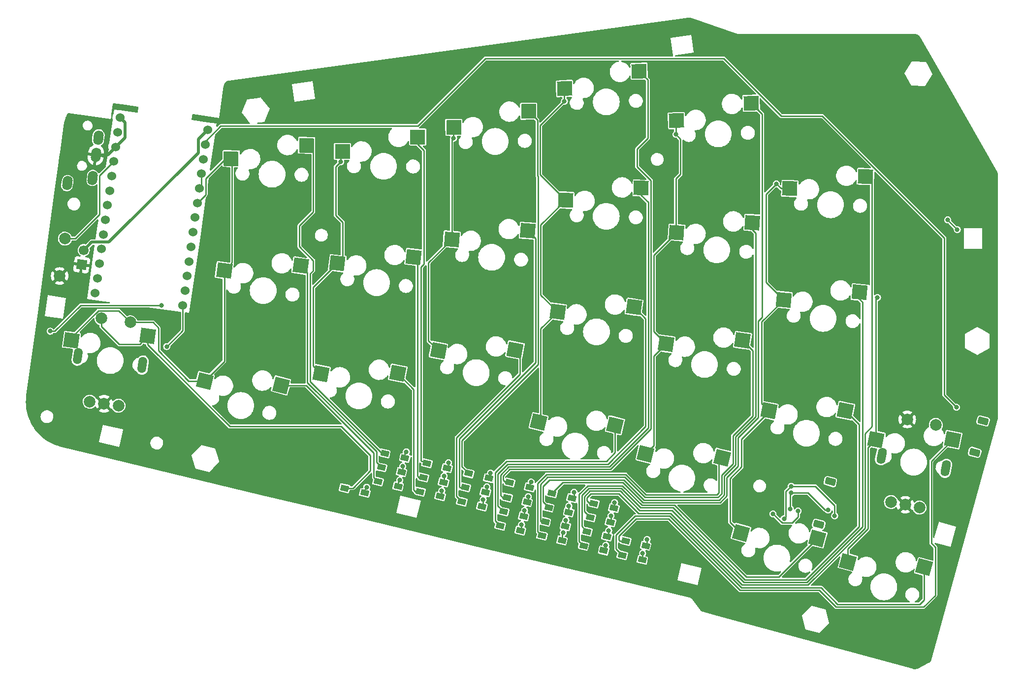
<source format=gbr>
%TF.GenerationSoftware,KiCad,Pcbnew,(6.0.5)*%
%TF.CreationDate,2022-07-31T14:46:34+09:00*%
%TF.ProjectId,ergotonic_f24-pcb-left,6572676f-746f-46e6-9963-5f6632342d70,rev?*%
%TF.SameCoordinates,Original*%
%TF.FileFunction,Copper,L2,Bot*%
%TF.FilePolarity,Positive*%
%FSLAX46Y46*%
G04 Gerber Fmt 4.6, Leading zero omitted, Abs format (unit mm)*
G04 Created by KiCad (PCBNEW (6.0.5)) date 2022-07-31 14:46:34*
%MOMM*%
%LPD*%
G01*
G04 APERTURE LIST*
G04 Aperture macros list*
%AMRoundRect*
0 Rectangle with rounded corners*
0 $1 Rounding radius*
0 $2 $3 $4 $5 $6 $7 $8 $9 X,Y pos of 4 corners*
0 Add a 4 corners polygon primitive as box body*
4,1,4,$2,$3,$4,$5,$6,$7,$8,$9,$2,$3,0*
0 Add four circle primitives for the rounded corners*
1,1,$1+$1,$2,$3*
1,1,$1+$1,$4,$5*
1,1,$1+$1,$6,$7*
1,1,$1+$1,$8,$9*
0 Add four rect primitives between the rounded corners*
20,1,$1+$1,$2,$3,$4,$5,0*
20,1,$1+$1,$4,$5,$6,$7,0*
20,1,$1+$1,$6,$7,$8,$9,0*
20,1,$1+$1,$8,$9,$2,$3,0*%
%AMHorizOval*
0 Thick line with rounded ends*
0 $1 width*
0 $2 $3 position (X,Y) of the first rounded end (center of the circle)*
0 $4 $5 position (X,Y) of the second rounded end (center of the circle)*
0 Add line between two ends*
20,1,$1,$2,$3,$4,$5,0*
0 Add two circle primitives to create the rounded ends*
1,1,$1,$2,$3*
1,1,$1,$4,$5*%
%AMRotRect*
0 Rectangle, with rotation*
0 The origin of the aperture is its center*
0 $1 length*
0 $2 width*
0 $3 Rotation angle, in degrees counterclockwise*
0 Add horizontal line*
21,1,$1,$2,0,0,$3*%
G04 Aperture macros list end*
%TA.AperFunction,ComponentPad*%
%ADD10C,1.524000*%
%TD*%
%TA.AperFunction,SMDPad,CuDef*%
%ADD11RotRect,2.550000X2.500000X176.380000*%
%TD*%
%TA.AperFunction,SMDPad,CuDef*%
%ADD12RotRect,2.550000X2.500000X179.710000*%
%TD*%
%TA.AperFunction,SMDPad,CuDef*%
%ADD13RotRect,2.550000X2.500000X175.420000*%
%TD*%
%TA.AperFunction,SMDPad,CuDef*%
%ADD14RotRect,2.550000X2.500000X172.380000*%
%TD*%
%TA.AperFunction,SMDPad,CuDef*%
%ADD15RotRect,2.550000X2.500000X166.530000*%
%TD*%
%TA.AperFunction,SMDPad,CuDef*%
%ADD16RotRect,2.550000X2.500000X177.980000*%
%TD*%
%TA.AperFunction,SMDPad,CuDef*%
%ADD17RotRect,2.550000X2.500000X181.060000*%
%TD*%
%TA.AperFunction,ComponentPad*%
%ADD18HorizOval,1.700000X-0.055669X-0.396107X0.055669X0.396107X0*%
%TD*%
%TA.AperFunction,SMDPad,CuDef*%
%ADD19RotRect,2.550000X2.500000X172.430000*%
%TD*%
%TA.AperFunction,SMDPad,CuDef*%
%ADD20RotRect,2.550000X2.500000X169.150000*%
%TD*%
%TA.AperFunction,SMDPad,CuDef*%
%ADD21RotRect,2.550000X2.500000X165.610000*%
%TD*%
%TA.AperFunction,ComponentPad*%
%ADD22C,2.000000*%
%TD*%
%TA.AperFunction,ComponentPad*%
%ADD23HorizOval,1.500000X0.090463X0.643674X-0.090463X-0.643674X0*%
%TD*%
%TA.AperFunction,SMDPad,CuDef*%
%ADD24RotRect,2.550000X2.500000X178.880000*%
%TD*%
%TA.AperFunction,SMDPad,CuDef*%
%ADD25RotRect,2.550000X2.500000X173.450000*%
%TD*%
%TA.AperFunction,SMDPad,CuDef*%
%ADD26RotRect,2.550000X2.500000X172.000000*%
%TD*%
%TA.AperFunction,SMDPad,CuDef*%
%ADD27RotRect,2.550000X2.500000X174.570000*%
%TD*%
%TA.AperFunction,SMDPad,CuDef*%
%ADD28RotRect,2.550000X2.500000X182.050000*%
%TD*%
%TA.AperFunction,SMDPad,CuDef*%
%ADD29RotRect,2.550000X2.500000X169.340000*%
%TD*%
%TA.AperFunction,ComponentPad*%
%ADD30RoundRect,0.249600X-0.536485X0.507921X-0.719283X-0.168618X0.536485X-0.507921X0.719283X0.168618X0*%
%TD*%
%TA.AperFunction,SMDPad,CuDef*%
%ADD31RotRect,2.550000X2.500000X168.870000*%
%TD*%
%TA.AperFunction,SMDPad,CuDef*%
%ADD32RotRect,2.550000X2.500000X166.000000*%
%TD*%
%TA.AperFunction,ComponentPad*%
%ADD33RotRect,1.700000X1.700000X172.000000*%
%TD*%
%TA.AperFunction,ComponentPad*%
%ADD34HorizOval,1.700000X0.000000X0.000000X0.000000X0.000000X0*%
%TD*%
%TA.AperFunction,SMDPad,CuDef*%
%ADD35RotRect,2.550000X2.500000X164.890000*%
%TD*%
%TA.AperFunction,SMDPad,CuDef*%
%ADD36RotRect,2.550000X2.500000X181.980000*%
%TD*%
%TA.AperFunction,SMDPad,CuDef*%
%ADD37RotRect,2.550000X2.500000X168.920000*%
%TD*%
%TA.AperFunction,ComponentPad*%
%ADD38HorizOval,1.500000X0.125473X0.637775X-0.125473X-0.637775X0*%
%TD*%
%TA.AperFunction,SMDPad,CuDef*%
%ADD39RotRect,2.550000X2.500000X164.880000*%
%TD*%
%TA.AperFunction,SMDPad,CuDef*%
%ADD40RotRect,2.550000X2.500000X171.490000*%
%TD*%
%TA.AperFunction,SMDPad,CuDef*%
%ADD41RotRect,1.400000X1.000000X166.500000*%
%TD*%
%TA.AperFunction,ViaPad*%
%ADD42C,0.800000*%
%TD*%
%TA.AperFunction,Conductor*%
%ADD43C,0.250000*%
%TD*%
%TA.AperFunction,Conductor*%
%ADD44C,0.500000*%
%TD*%
G04 APERTURE END LIST*
D10*
%TO.P,U1,1,TX0/D3*%
%TO.N,DATA*%
X-138312279Y-23206283D03*
%TO.P,U1,2,RX1/D2*%
%TO.N,LED*%
X-138665778Y-25721563D03*
%TO.P,U1,3,GND*%
%TO.N,GND*%
X-139019278Y-28236844D03*
%TO.P,U1,4,GND*%
X-139372778Y-30752125D03*
%TO.P,U1,5,2/D1/SDA*%
%TO.N,C1*%
X-139726278Y-33267406D03*
%TO.P,U1,6,3/D0/SCL*%
%TO.N,C2*%
X-140079777Y-35782687D03*
%TO.P,U1,7,4/D4*%
%TO.N,C3*%
X-140433277Y-38297968D03*
%TO.P,U1,8,5/C6*%
%TO.N,C4*%
X-140786777Y-40813249D03*
%TO.P,U1,9,6/D7*%
%TO.N,C5*%
X-141140276Y-43328530D03*
%TO.P,U1,10,7/E6*%
%TO.N,C6*%
X-141493776Y-45843811D03*
%TO.P,U1,11,8/B4*%
%TO.N,C7*%
X-141847276Y-48359092D03*
%TO.P,U1,12,9/B5*%
%TO.N,RE1B*%
X-142200775Y-50874372D03*
%TO.P,U1,13,B6/10*%
%TO.N,RE1A*%
X-157272655Y-48756158D03*
%TO.P,U1,14,B2/16*%
%TO.N,R4*%
X-156919156Y-46240877D03*
%TO.P,U1,15,B3/14*%
%TO.N,R3*%
X-156565656Y-43725596D03*
%TO.P,U1,16,B1/15*%
%TO.N,R2*%
X-156212156Y-41210315D03*
%TO.P,U1,17,F7/A0*%
%TO.N,R1*%
X-155858657Y-38695034D03*
%TO.P,U1,18,F6/A1*%
%TO.N,ENC_PUSH*%
X-155505157Y-36179753D03*
%TO.P,U1,19,F5/A2*%
%TO.N,ENC_B*%
X-155151657Y-33664472D03*
%TO.P,U1,20,F4/A3*%
%TO.N,ENC_A*%
X-154798158Y-31149192D03*
%TO.P,U1,21,VCC*%
%TO.N,VCC*%
X-154444658Y-28633911D03*
%TO.P,U1,22,RST*%
%TO.N,RESET*%
X-154091158Y-26118630D03*
%TO.P,U1,23,GND*%
%TO.N,GND*%
X-153737658Y-23603349D03*
%TO.P,U1,24,RAW*%
%TO.N,unconnected-(U1-Pad24)*%
X-153384159Y-21088068D03*
%TO.P,U1,25,BAT-*%
%TO.N,GND*%
X-153030659Y-18572787D03*
%TO.P,U1,26,BAT+*%
%TO.N,BAT*%
X-137958779Y-20691002D03*
%TD*%
D11*
%TO.P,SW16,1,1*%
%TO.N,C5*%
X-57297491Y-38368729D03*
%TO.P,SW16,2,2*%
%TO.N,Net-(D16-Pad2)*%
X-44235911Y-36649993D03*
%TD*%
D12*
%TO.P,SW5,1,1*%
%TO.N,C2*%
X-114752053Y-24383172D03*
%TO.P,SW5,2,2*%
%TO.N,Net-(D5-Pad2)*%
X-101812363Y-21908634D03*
%TD*%
D13*
%TO.P,SW9,1,1*%
%TO.N,C3*%
X-95958555Y-39527367D03*
%TO.P,SW9,2,2*%
%TO.N,Net-(D9-Pad2)*%
X-82870012Y-38027711D03*
%TD*%
D14*
%TO.P,SW13,1,1*%
%TO.N,C4*%
X-77750625Y-52002942D03*
%TO.P,SW13,2,2*%
%TO.N,Net-(D13-Pad2)*%
X-64600969Y-51199523D03*
%TD*%
D15*
%TO.P,SW14,1,1*%
%TO.N,C4*%
X-81021448Y-70999517D03*
%TO.P,SW14,2,2*%
%TO.N,Net-(D14-Pad2)*%
X-67858386Y-71540554D03*
%TD*%
D16*
%TO.P,SW19,1,1*%
%TO.N,C6*%
X-37805066Y-30788844D03*
%TO.P,SW19,2,2*%
%TO.N,Net-(D19-Pad2)*%
X-24796569Y-28706078D03*
%TD*%
D17*
%TO.P,SW8,1,1*%
%TO.N,C3*%
X-95613776Y-20262503D03*
%TO.P,SW8,2,2*%
%TO.N,Net-(D8-Pad2)*%
X-82735977Y-17483796D03*
%TD*%
D18*
%TO.P,TRRS1,A*%
%TO.N,unconnected-(TRRS1-PadA)*%
X-162084806Y-29856900D03*
%TO.P,TRRS1,B*%
%TO.N,VCC*%
X-156742708Y-22024148D03*
%TO.P,TRRS1,C*%
%TO.N,GND*%
X-157160228Y-24994952D03*
%TO.P,TRRS1,D*%
%TO.N,DATA*%
X-157716920Y-28956025D03*
%TD*%
D19*
%TO.P,SW2,1,1*%
%TO.N,C1*%
X-135075639Y-44902778D03*
%TO.P,SW2,2,2*%
%TO.N,Net-(D2-Pad2)*%
X-121926689Y-44087884D03*
%TD*%
D20*
%TO.P,SW7,1,1*%
%TO.N,C2*%
X-118409218Y-62664736D03*
%TO.P,SW7,2,2*%
%TO.N,Net-(D7-Pad2)*%
X-105235184Y-62603501D03*
%TD*%
D21*
%TO.P,SW3,1,1*%
%TO.N,C1*%
X-138466476Y-63916918D03*
%TO.P,SW3,2,2*%
%TO.N,Net-(D3-Pad2)*%
X-125313798Y-64669236D03*
%TD*%
D22*
%TO.P,RE1,A,A*%
%TO.N,RE1A*%
X-158218468Y-67489078D03*
%TO.P,RE1,B,B*%
%TO.N,RE1B*%
X-153267128Y-68184943D03*
%TO.P,RE1,C,C*%
%TO.N,GND*%
X-155742798Y-67837011D03*
D23*
%TO.P,RE1,MP*%
%TO.N,N/C*%
X-149153499Y-61189369D03*
X-160244501Y-59630631D03*
D22*
%TO.P,RE1,S1,S1*%
%TO.N,C1*%
X-151249118Y-53826056D03*
%TO.P,RE1,S2,S2*%
%TO.N,D4*%
X-156200458Y-53130191D03*
%TD*%
D24*
%TO.P,SW1,1,1*%
%TO.N,C1*%
X-133897998Y-25642999D03*
%TO.P,SW1,2,2*%
%TO.N,Net-(D1-Pad2)*%
X-120923820Y-23356161D03*
%TD*%
D25*
%TO.P,SW6,1,1*%
%TO.N,C2*%
X-115630016Y-43647392D03*
%TO.P,SW6,2,2*%
%TO.N,Net-(D6-Pad2)*%
X-102497656Y-42598557D03*
%TD*%
D26*
%TO.P,SW4,1,1*%
%TO.N,C1*%
X-161361550Y-56908678D03*
%TO.P,SW4,2,2*%
%TO.N,D4*%
X-148206855Y-56192487D03*
%TD*%
D27*
%TO.P,SW20,1,1*%
%TO.N,C6*%
X-38900847Y-49945948D03*
%TO.P,SW20,2,2*%
%TO.N,Net-(D20-Pad2)*%
X-25791497Y-48640622D03*
%TD*%
D28*
%TO.P,SW15,1,1*%
%TO.N,C5*%
X-57288325Y-19091068D03*
%TO.P,SW15,2,2*%
%TO.N,Net-(D15-Pad2)*%
X-44460459Y-16090273D03*
%TD*%
D29*
%TO.P,SW10,1,1*%
%TO.N,C3*%
X-98251878Y-58674247D03*
%TO.P,SW10,2,2*%
%TO.N,Net-(D10-Pad2)*%
X-85078119Y-58569326D03*
%TD*%
D16*
%TO.P,SW12,1,1*%
%TO.N,C4*%
X-76379066Y-32785844D03*
%TO.P,SW12,2,2*%
%TO.N,Net-(D12-Pad2)*%
X-63370569Y-30703078D03*
%TD*%
D30*
%TO.P,J3,MP*%
%TO.N,N/C*%
X-30850344Y-81248560D03*
X-32832740Y-88585460D03*
%TD*%
D31*
%TO.P,SW23,1,1*%
%TO.N,C7*%
X-22984433Y-74015115D03*
%TO.P,SW23,2,2*%
%TO.N,Net-(D23-Pad2)*%
X-9810256Y-74018261D03*
%TD*%
D32*
%TO.P,SW18,1,1*%
%TO.N,C5*%
X-62633064Y-76461432D03*
%TO.P,SW18,2,2*%
%TO.N,Net-(D18-Pad2)*%
X-49475569Y-77124205D03*
%TD*%
D33*
%TO.P,BAT1,1,Pin_1*%
%TO.N,GND*%
X-159600000Y-43900000D03*
D34*
%TO.P,BAT1,2,Pin_2*%
%TO.N,BAT*%
X-159246500Y-41384719D03*
%TD*%
D35*
%TO.P,SW24,1,1*%
%TO.N,C7*%
X-27828942Y-95066947D03*
%TO.P,SW24,2,2*%
%TO.N,Net-(D24-Pad2)*%
X-14686756Y-95984482D03*
%TD*%
D36*
%TO.P,SW11,1,1*%
%TO.N,C4*%
X-76549529Y-13576308D03*
%TO.P,SW11,2,2*%
%TO.N,Net-(D11-Pad2)*%
X-63718005Y-10591188D03*
%TD*%
D30*
%TO.P,J1,MP*%
%TO.N,N/C*%
X-4563186Y-70792941D03*
X-6023898Y-76199078D03*
%TD*%
D37*
%TO.P,SW21,1,1*%
%TO.N,C6*%
X-41420799Y-69049755D03*
%TO.P,SW21,2,2*%
%TO.N,Net-(D21-Pad2)*%
X-28246625Y-69041404D03*
%TD*%
D22*
%TO.P,SW_RESET1,1,1*%
%TO.N,RESET*%
X-162485687Y-39408629D03*
%TO.P,SW_RESET1,2,2*%
%TO.N,GND*%
X-163390313Y-45845371D03*
%TD*%
%TO.P,RE2,A,A*%
%TO.N,ENC_A*%
X-20423747Y-84751349D03*
%TO.P,RE2,B,B*%
%TO.N,ENC_B*%
X-15517789Y-85716527D03*
%TO.P,RE2,C,C*%
%TO.N,GND*%
X-17970768Y-85233938D03*
D38*
%TO.P,RE2,MP*%
%TO.N,N/C*%
X-11028326Y-78956000D03*
X-22017674Y-76794000D03*
D22*
%TO.P,RE2,S1,S1*%
%TO.N,ENC_PUSH*%
X-12718770Y-71489247D03*
%TO.P,RE2,S2,S2*%
%TO.N,GND*%
X-17624729Y-70524069D03*
%TD*%
D39*
%TO.P,SW22,1,1*%
%TO.N,C6*%
X-46218191Y-90098869D03*
%TO.P,SW22,2,2*%
%TO.N,Net-(D22-Pad2)*%
X-33076166Y-91018697D03*
%TD*%
D40*
%TO.P,SW17,1,1*%
%TO.N,C5*%
X-59113120Y-57522513D03*
%TO.P,SW17,2,2*%
%TO.N,Net-(D17-Pad2)*%
X-45952571Y-56923442D03*
%TD*%
D41*
%TO.P,D14,1,K*%
%TO.N,R4*%
X-84178043Y-89662366D03*
%TO.P,D14,2,A*%
%TO.N,Net-(D14-Pad2)*%
X-87629957Y-88833634D03*
%TD*%
%TO.P,D24,1,K*%
%TO.N,R4*%
X-63189043Y-94713366D03*
%TO.P,D24,2,A*%
%TO.N,Net-(D24-Pad2)*%
X-66640957Y-93884634D03*
%TD*%
%TO.P,D5,1,K*%
%TO.N,R1*%
X-96783043Y-78922366D03*
%TO.P,D5,2,A*%
%TO.N,Net-(D5-Pad2)*%
X-100234957Y-78093634D03*
%TD*%
%TO.P,D4,1,K*%
%TO.N,R4*%
X-110933043Y-83190366D03*
%TO.P,D4,2,A*%
%TO.N,D4*%
X-114384957Y-82361634D03*
%TD*%
%TO.P,D10,1,K*%
%TO.N,R3*%
X-90772043Y-85508366D03*
%TO.P,D10,2,A*%
%TO.N,Net-(D10-Pad2)*%
X-94223957Y-84679634D03*
%TD*%
%TO.P,D23,1,K*%
%TO.N,R3*%
X-62606042Y-92282366D03*
%TO.P,D23,2,A*%
%TO.N,Net-(D23-Pad2)*%
X-66057956Y-91453634D03*
%TD*%
%TO.P,D18,1,K*%
%TO.N,R4*%
X-77000043Y-91385366D03*
%TO.P,D18,2,A*%
%TO.N,Net-(D18-Pad2)*%
X-80451957Y-90556634D03*
%TD*%
%TO.P,D13,1,K*%
%TO.N,R3*%
X-83594043Y-87231366D03*
%TO.P,D13,2,A*%
%TO.N,Net-(D13-Pad2)*%
X-87045957Y-86402634D03*
%TD*%
%TO.P,D1,1,K*%
%TO.N,R1*%
X-104018043Y-77186366D03*
%TO.P,D1,2,A*%
%TO.N,Net-(D1-Pad2)*%
X-107469957Y-76357634D03*
%TD*%
%TO.P,D20,1,K*%
%TO.N,R2*%
X-68654043Y-88247366D03*
%TO.P,D20,2,A*%
%TO.N,Net-(D20-Pad2)*%
X-72105957Y-87418634D03*
%TD*%
%TO.P,D8,1,K*%
%TO.N,R1*%
X-89605043Y-80646366D03*
%TO.P,D8,2,A*%
%TO.N,Net-(D8-Pad2)*%
X-93056957Y-79817634D03*
%TD*%
%TO.P,D17,1,K*%
%TO.N,R3*%
X-76416043Y-88954366D03*
%TO.P,D17,2,A*%
%TO.N,Net-(D17-Pad2)*%
X-79867957Y-88125634D03*
%TD*%
%TO.P,D2,1,K*%
%TO.N,R2*%
X-104602043Y-79617366D03*
%TO.P,D2,2,A*%
%TO.N,Net-(D2-Pad2)*%
X-108053957Y-78788634D03*
%TD*%
%TO.P,D22,1,K*%
%TO.N,R4*%
X-69821043Y-93109366D03*
%TO.P,D22,2,A*%
%TO.N,Net-(D22-Pad2)*%
X-73272957Y-92280634D03*
%TD*%
%TO.P,D16,1,K*%
%TO.N,R2*%
X-75832043Y-86523366D03*
%TO.P,D16,2,A*%
%TO.N,Net-(D16-Pad2)*%
X-79283957Y-85694634D03*
%TD*%
%TO.P,D21,1,K*%
%TO.N,R3*%
X-69238043Y-90678366D03*
%TO.P,D21,2,A*%
%TO.N,Net-(D21-Pad2)*%
X-72689957Y-89849634D03*
%TD*%
%TO.P,D3,1,K*%
%TO.N,R3*%
X-105185043Y-82048366D03*
%TO.P,D3,2,A*%
%TO.N,Net-(D3-Pad2)*%
X-108636957Y-81219634D03*
%TD*%
%TO.P,D9,1,K*%
%TO.N,R2*%
X-90189043Y-83077366D03*
%TO.P,D9,2,A*%
%TO.N,Net-(D9-Pad2)*%
X-93640957Y-82248634D03*
%TD*%
%TO.P,D11,1,K*%
%TO.N,R1*%
X-82547043Y-82244366D03*
%TO.P,D11,2,A*%
%TO.N,Net-(D11-Pad2)*%
X-85998957Y-81415634D03*
%TD*%
%TO.P,D12,1,K*%
%TO.N,R2*%
X-83011043Y-84800366D03*
%TO.P,D12,2,A*%
%TO.N,Net-(D12-Pad2)*%
X-86462957Y-83971634D03*
%TD*%
%TO.P,D19,1,K*%
%TO.N,R1*%
X-68071043Y-85816366D03*
%TO.P,D19,2,A*%
%TO.N,Net-(D19-Pad2)*%
X-71522957Y-84987634D03*
%TD*%
%TO.P,D15,1,K*%
%TO.N,R1*%
X-75249043Y-84092366D03*
%TO.P,D15,2,A*%
%TO.N,Net-(D15-Pad2)*%
X-78700957Y-83263634D03*
%TD*%
%TO.P,D6,1,K*%
%TO.N,R2*%
X-97367043Y-81353366D03*
%TO.P,D6,2,A*%
%TO.N,Net-(D6-Pad2)*%
X-100818957Y-80524634D03*
%TD*%
%TO.P,D7,1,K*%
%TO.N,R3*%
X-97951043Y-83784366D03*
%TO.P,D7,2,A*%
%TO.N,Net-(D7-Pad2)*%
X-101402957Y-82955634D03*
%TD*%
D42*
%TO.N,R1*%
X-67945000Y-84836000D03*
X-82300000Y-81300000D03*
X-89281000Y-79756000D03*
X-74930000Y-83058000D03*
X-96520000Y-77978000D03*
X-103759000Y-76100000D03*
%TO.N,R2*%
X-75819000Y-85471000D03*
X-89916000Y-82169000D03*
X-68580000Y-87122000D03*
X-97282000Y-80264000D03*
X-104394000Y-78613000D03*
X-82804000Y-83820000D03*
%TO.N,R3*%
X-90551000Y-84328000D03*
X-97663000Y-82804000D03*
X-76327000Y-87884000D03*
X-83439000Y-86233000D03*
X-104900000Y-81000000D03*
X-68961000Y-89662000D03*
X-62357000Y-91186000D03*
%TO.N,R4*%
X-69469000Y-92202000D03*
X-76800000Y-90051479D03*
X-63119000Y-93599000D03*
X-83947000Y-88646000D03*
X-110600000Y-82200000D03*
%TO.N,GND*%
X-120777000Y-68707000D03*
X-100457000Y-9906000D03*
X-97400000Y-89200000D03*
X-125476000Y-79883000D03*
X-107442000Y-85979000D03*
X-50292000Y-89374010D03*
X-137541000Y-51562000D03*
X-73533000Y-95123000D03*
X-8750000Y-69450000D03*
X-92075000Y-89662000D03*
X-6096000Y-43815000D03*
X-126300000Y-55800000D03*
X-32766000Y-59182000D03*
X-10795000Y-37211000D03*
X-64389000Y-78867000D03*
X-50165000Y-47371000D03*
X-21717000Y-108585000D03*
X-165862000Y-64770000D03*
%TO.N,DATA*%
X-9150000Y-68450000D03*
%TO.N,ENC_B*%
X-31242000Y-86106000D03*
X-37592000Y-83185000D03*
X-37719000Y-85941500D03*
%TO.N,ENC_PUSH*%
X-38807808Y-87625500D03*
X-37592000Y-82042000D03*
X-30099000Y-87122000D03*
%TO.N,Net-(LED_1-Pad2)*%
X-10668000Y-36195000D03*
X-9017000Y-37846000D03*
%TO.N,LED_EXT*%
X-40700000Y-86800000D03*
X-145900000Y-50900000D03*
X-165000000Y-55350000D03*
X-36400000Y-86300000D03*
%TO.N,RE1B*%
X-144976911Y-57981911D03*
%TO.N,C7*%
X-22733000Y-49530000D03*
%TO.N,C2*%
X-115062000Y-26162000D03*
%TO.N,C3*%
X-95631000Y-22098000D03*
%TO.N,C4*%
X-76581000Y-15748000D03*
%TO.N,C5*%
X-57404000Y-21463000D03*
%TO.N,C6*%
X-40132000Y-29972000D03*
%TD*%
D43*
%TO.N,R1*%
X-82547043Y-82244366D02*
X-82547043Y-81547043D01*
X-82547043Y-81547043D02*
X-82300000Y-81300000D01*
X-89281000Y-80322323D02*
X-89605043Y-80646366D01*
X-74930000Y-83773323D02*
X-75249043Y-84092366D01*
X-104018043Y-77186366D02*
X-104018043Y-76359043D01*
X-104018043Y-76359043D02*
X-103759000Y-76100000D01*
X-67945000Y-85690323D02*
X-68071043Y-85816366D01*
X-96520000Y-77978000D02*
X-96520000Y-78659323D01*
X-89281000Y-79756000D02*
X-89281000Y-80322323D01*
X-96520000Y-78659323D02*
X-96783043Y-78922366D01*
X-67945000Y-84836000D02*
X-67945000Y-85690323D01*
X-74930000Y-83058000D02*
X-74930000Y-83773323D01*
%TO.N,Net-(D1-Pad2)*%
X-122174000Y-37211000D02*
X-122174000Y-40767000D01*
X-119761000Y-43180000D02*
X-119761000Y-44887422D01*
X-120327489Y-64000603D02*
X-107970458Y-76357634D01*
X-122174000Y-40767000D02*
X-119761000Y-43180000D01*
X-120923820Y-23356161D02*
X-119761000Y-24518981D01*
X-119761000Y-34798000D02*
X-122174000Y-37211000D01*
X-119761000Y-44887422D02*
X-120327489Y-45453911D01*
X-120327489Y-45453911D02*
X-120327489Y-64000603D01*
X-119761000Y-24518981D02*
X-119761000Y-34798000D01*
X-107970458Y-76357634D02*
X-107469957Y-76357634D01*
%TO.N,R2*%
X-68580000Y-88173323D02*
X-68654043Y-88247366D01*
X-104394000Y-78613000D02*
X-104394000Y-79409323D01*
X-97282000Y-80264000D02*
X-97282000Y-81268323D01*
X-104394000Y-79409323D02*
X-104602043Y-79617366D01*
X-82804000Y-83820000D02*
X-82804000Y-84593323D01*
X-75819000Y-86510323D02*
X-75832043Y-86523366D01*
X-97282000Y-81268323D02*
X-97367043Y-81353366D01*
X-89916000Y-82169000D02*
X-89916000Y-82804323D01*
X-82804000Y-84593323D02*
X-83011043Y-84800366D01*
X-68580000Y-87122000D02*
X-68580000Y-88173323D01*
X-89916000Y-82804323D02*
X-90189043Y-83077366D01*
X-75819000Y-85471000D02*
X-75819000Y-86510323D01*
%TO.N,Net-(D2-Pad2)*%
X-108053957Y-78788634D02*
X-108897489Y-77945102D01*
X-120777000Y-45237573D02*
X-121926689Y-44087884D01*
X-108897490Y-76066306D02*
X-120777000Y-64186796D01*
X-108897489Y-77945102D02*
X-108897490Y-76066306D01*
X-120777000Y-64186796D02*
X-120777000Y-45237573D01*
%TO.N,R3*%
X-76327000Y-87884000D02*
X-76327000Y-88865323D01*
X-76327000Y-88865323D02*
X-76416043Y-88954366D01*
X-105185043Y-81285043D02*
X-104900000Y-81000000D01*
X-90551000Y-85287323D02*
X-90772043Y-85508366D01*
X-68961000Y-89662000D02*
X-68961000Y-90401323D01*
X-97663000Y-83496323D02*
X-97951043Y-83784366D01*
X-83439000Y-87076323D02*
X-83594043Y-87231366D01*
X-90551000Y-84328000D02*
X-90551000Y-85287323D01*
X-83439000Y-86233000D02*
X-83439000Y-87076323D01*
X-105185043Y-82048366D02*
X-105185043Y-81285043D01*
X-62357000Y-92033324D02*
X-62606042Y-92282366D01*
X-62357000Y-91186000D02*
X-62357000Y-92033324D01*
X-97663000Y-82804000D02*
X-97663000Y-83496323D01*
X-68961000Y-90401323D02*
X-69238043Y-90678366D01*
%TO.N,Net-(D3-Pad2)*%
X-109347000Y-76327000D02*
X-121004764Y-64669236D01*
X-121004764Y-64669236D02*
X-125313798Y-64669236D01*
X-108636957Y-81219634D02*
X-109347000Y-80509591D01*
X-109347000Y-80509591D02*
X-109347000Y-76327000D01*
%TO.N,R4*%
X-77000043Y-91385366D02*
X-77000043Y-90251522D01*
X-63119000Y-93599000D02*
X-63119000Y-94643323D01*
X-69469000Y-92202000D02*
X-69469000Y-92757323D01*
X-83947000Y-89431323D02*
X-84178043Y-89662366D01*
X-110933043Y-82533043D02*
X-110600000Y-82200000D01*
X-63119000Y-94643323D02*
X-63189043Y-94713366D01*
X-77000043Y-90251522D02*
X-76800000Y-90051479D01*
X-83947000Y-88646000D02*
X-83947000Y-89431323D01*
X-69469000Y-92757323D02*
X-69821043Y-93109366D01*
X-110933043Y-83190366D02*
X-110933043Y-82533043D01*
%TO.N,D4*%
X-148206855Y-56192487D02*
X-148206855Y-57697439D01*
X-114935000Y-71755000D02*
X-109982000Y-76708000D01*
X-149621827Y-57607459D02*
X-153137403Y-57607459D01*
X-109982000Y-76708000D02*
X-109982000Y-79375000D01*
X-148206855Y-57697439D02*
X-134149294Y-71755000D01*
X-156200458Y-54544404D02*
X-156200458Y-53130191D01*
X-134149294Y-71755000D02*
X-114935000Y-71755000D01*
X-109982000Y-79375000D02*
X-112968634Y-82361634D01*
X-153137403Y-57607459D02*
X-156200458Y-54544404D01*
X-148206855Y-56192487D02*
X-149621827Y-57607459D01*
X-112968634Y-82361634D02*
X-114384957Y-82361634D01*
%TO.N,Net-(D5-Pad2)*%
X-101219000Y-77634500D02*
X-101129500Y-77724000D01*
X-101812363Y-23158650D02*
X-100763871Y-24207142D01*
X-100604591Y-77724000D02*
X-100234957Y-78093634D01*
X-101219000Y-44290212D02*
X-101219000Y-77634500D01*
X-101812363Y-21908634D02*
X-101812363Y-23158650D01*
X-100763871Y-43835083D02*
X-101219000Y-44290212D01*
X-100763871Y-24207142D02*
X-100763871Y-43835083D01*
X-101129500Y-77724000D02*
X-100604591Y-77724000D01*
%TO.N,Net-(D6-Pad2)*%
X-101630866Y-80524634D02*
X-101891500Y-80264000D01*
X-101891500Y-43204713D02*
X-102497656Y-42598557D01*
X-100818957Y-80524634D02*
X-101630866Y-80524634D01*
X-101891500Y-80264000D02*
X-101891500Y-43204713D01*
%TO.N,Net-(D7-Pad2)*%
X-102489000Y-82691296D02*
X-102489000Y-65349685D01*
X-102224662Y-82955634D02*
X-102489000Y-82691296D01*
X-102489000Y-65349685D02*
X-105235184Y-62603501D01*
X-101402957Y-82955634D02*
X-102224662Y-82955634D01*
%TO.N,Net-(D8-Pad2)*%
X-94200000Y-74194000D02*
X-94200000Y-78674591D01*
X-81094511Y-28706103D02*
X-81094511Y-61088511D01*
X-82735977Y-17483796D02*
X-81221510Y-18998263D01*
X-94200000Y-78674591D02*
X-93056957Y-79817634D01*
X-81221510Y-28579104D02*
X-81094511Y-28706103D01*
X-81094511Y-61088511D02*
X-94200000Y-74194000D01*
X-81221510Y-18998263D02*
X-81221510Y-28579104D01*
%TO.N,Net-(D9-Pad2)*%
X-82870012Y-38027711D02*
X-81544022Y-39353701D01*
X-94535366Y-82248634D02*
X-93640957Y-82248634D01*
X-94673489Y-82110511D02*
X-94535366Y-82248634D01*
X-94673489Y-73836381D02*
X-94673489Y-82110511D01*
X-81544022Y-39353701D02*
X-81544022Y-60706914D01*
X-81544022Y-60706914D02*
X-94673489Y-73836381D01*
%TO.N,Net-(D10-Pad2)*%
X-84201000Y-62728188D02*
X-84201000Y-59446445D01*
X-95123000Y-83780591D02*
X-95123000Y-73650188D01*
X-95123000Y-73650188D02*
X-84201000Y-62728188D01*
X-94223957Y-84679634D02*
X-95123000Y-83780591D01*
X-84201000Y-59446445D02*
X-85078119Y-58569326D01*
%TO.N,Net-(D11-Pad2)*%
X-87134609Y-80999873D02*
X-86718848Y-81415634D01*
X-85979000Y-79121000D02*
X-87134609Y-80276609D01*
X-86718848Y-81415634D02*
X-85998957Y-81415634D01*
X-62230000Y-12079193D02*
X-62230000Y-22130000D01*
X-61711978Y-72190534D02*
X-68642444Y-79121000D01*
X-68642444Y-79121000D02*
X-85979000Y-79121000D01*
X-63718005Y-10591188D02*
X-62230000Y-12079193D01*
X-62230000Y-22130000D02*
X-64100000Y-24000000D01*
X-61711978Y-29380178D02*
X-61711978Y-72190534D01*
X-87134609Y-80276609D02*
X-87134609Y-80999873D01*
X-64100000Y-26992156D02*
X-61711978Y-29380178D01*
X-64100000Y-24000000D02*
X-64100000Y-26992156D01*
%TO.N,Net-(D12-Pad2)*%
X-63370569Y-30703078D02*
X-63370569Y-31953856D01*
X-62161489Y-33162936D02*
X-62161489Y-72004341D01*
X-63370569Y-31953856D02*
X-62161489Y-33162936D01*
X-87182848Y-83971634D02*
X-86462957Y-83971634D01*
X-62161489Y-72004341D02*
X-68828637Y-78671489D01*
X-86165194Y-78671490D02*
X-87584120Y-80090416D01*
X-87584120Y-83570362D02*
X-87182848Y-83971634D01*
X-87584120Y-80090416D02*
X-87584120Y-83570362D01*
X-68828637Y-78671489D02*
X-86165194Y-78671490D01*
%TO.N,Net-(D13-Pad2)*%
X-88033631Y-85414960D02*
X-88033631Y-79904223D01*
X-87045957Y-86402634D02*
X-88033631Y-85414960D01*
X-69077265Y-78221969D02*
X-62611000Y-71755704D01*
X-86351387Y-78221979D02*
X-86105296Y-78221979D01*
X-86105286Y-78221969D02*
X-69077265Y-78221969D01*
X-62611000Y-71755704D02*
X-62611000Y-53189492D01*
X-62611000Y-53189492D02*
X-64600969Y-51199523D01*
X-88033631Y-79904223D02*
X-86351387Y-78221979D01*
X-86105296Y-78221979D02*
X-86105286Y-78221969D01*
%TO.N,Net-(D14-Pad2)*%
X-86537581Y-77772469D02*
X-88483141Y-79718029D01*
X-86291480Y-77772459D02*
X-86291490Y-77772469D01*
X-69378726Y-77772458D02*
X-86291480Y-77772459D01*
X-88483141Y-87980450D02*
X-87629957Y-88833634D01*
X-67858386Y-76252118D02*
X-69378726Y-77772458D01*
X-88483141Y-79718029D02*
X-88483141Y-87980450D01*
X-86291490Y-77772469D02*
X-86537581Y-77772469D01*
X-67858386Y-71540554D02*
X-67858386Y-76252118D01*
%TO.N,Net-(D15-Pad2)*%
X-43236777Y-53646160D02*
X-43236778Y-70230030D01*
X-63098269Y-84846019D02*
X-66537288Y-81407000D01*
X-66537288Y-81407000D02*
X-76844323Y-81407000D01*
X-42560011Y-52969394D02*
X-43236777Y-53646160D01*
X-46712489Y-78576785D02*
X-48649511Y-80513807D01*
X-76844323Y-81407000D02*
X-78700957Y-83263634D01*
X-42560011Y-17990721D02*
X-42560011Y-52969394D01*
X-43236778Y-70230030D02*
X-46712489Y-73705741D01*
X-48649510Y-83703638D02*
X-49791891Y-84846019D01*
X-44460459Y-16090273D02*
X-42560011Y-17990721D01*
X-46712489Y-73705741D02*
X-46712489Y-78576785D01*
X-48649511Y-80513807D02*
X-48649510Y-83703638D01*
X-49791891Y-84846019D02*
X-63098269Y-84846019D01*
%TO.N,Net-(D16-Pad2)*%
X-44235911Y-36649993D02*
X-44235911Y-37902492D01*
X-49978087Y-84396509D02*
X-62912075Y-84396509D01*
X-47162000Y-78361339D02*
X-49099020Y-80298359D01*
X-49099020Y-80298359D02*
X-49099020Y-83517442D01*
X-62912075Y-84396509D02*
X-66351095Y-80957489D01*
X-66351095Y-80957489D02*
X-79180194Y-80957490D01*
X-79180194Y-80957490D02*
X-80253978Y-82031274D01*
X-49099020Y-83517442D02*
X-49978087Y-84396509D01*
X-80253978Y-84724613D02*
X-79283957Y-85694634D01*
X-43686288Y-38452115D02*
X-43686288Y-70043836D01*
X-44235911Y-37902492D02*
X-43686288Y-38452115D01*
X-80253978Y-82031274D02*
X-80253978Y-84724613D01*
X-43686288Y-70043836D02*
X-47162000Y-73519548D01*
X-47162000Y-73519548D02*
X-47162000Y-78361339D01*
%TO.N,Net-(D17-Pad2)*%
X-79470989Y-80486989D02*
X-80703489Y-81719489D01*
X-44200000Y-69921845D02*
X-47611520Y-73333365D01*
X-62725881Y-83946999D02*
X-66185891Y-80486989D01*
X-80703489Y-88009993D02*
X-80587848Y-88125634D01*
X-80587848Y-88125634D02*
X-79867957Y-88125634D01*
X-49548533Y-80112154D02*
X-49548533Y-83331237D01*
X-50164295Y-83946998D02*
X-62725881Y-83946999D01*
X-47611520Y-78175141D02*
X-49548533Y-80112154D01*
X-80703489Y-81719489D02*
X-80703489Y-88009993D01*
X-44200000Y-58676013D02*
X-44200000Y-69921845D01*
X-47611520Y-73333365D02*
X-47611520Y-78175141D01*
X-49548533Y-83331237D02*
X-50164295Y-83946998D01*
X-66185891Y-80486989D02*
X-79470989Y-80486989D01*
X-45952571Y-56923442D02*
X-44200000Y-58676013D01*
%TO.N,Net-(D18-Pad2)*%
X-49998043Y-77646679D02*
X-49998043Y-83145042D01*
X-49475569Y-77124205D02*
X-49998043Y-77646679D01*
X-50350488Y-83497487D02*
X-62539688Y-83497488D01*
X-65999698Y-80037478D02*
X-79675446Y-80037478D01*
X-79675446Y-80037478D02*
X-81153000Y-81515032D01*
X-62539688Y-83497488D02*
X-65999698Y-80037478D01*
X-81153000Y-81515032D02*
X-81153000Y-89855591D01*
X-81153000Y-89855591D02*
X-80451957Y-90556634D01*
X-49998043Y-83145042D02*
X-50350488Y-83497487D01*
%TO.N,Net-(D19-Pad2)*%
X-72692467Y-83995467D02*
X-72692467Y-84538015D01*
X-67182999Y-83312001D02*
X-72009000Y-83312000D01*
X-24892000Y-72981408D02*
X-24892000Y-89226844D01*
X-23680489Y-29822158D02*
X-23680489Y-71769897D01*
X-72009000Y-83312000D02*
X-72692467Y-83995467D01*
X-58335067Y-86699637D02*
X-63795363Y-86699637D01*
X-72692467Y-84538015D02*
X-72242848Y-84987634D01*
X-72242848Y-84987634D02*
X-71522957Y-84987634D01*
X-23680489Y-71769897D02*
X-24892000Y-72981408D01*
X-24892000Y-89226844D02*
X-34676686Y-99011530D01*
X-34676686Y-99011530D02*
X-46023174Y-99011530D01*
X-24796569Y-28706078D02*
X-23680489Y-29822158D01*
X-63795363Y-86699637D02*
X-67182999Y-83312001D01*
X-46023174Y-99011530D02*
X-58335067Y-86699637D01*
%TO.N,Net-(D20-Pad2)*%
X-63656849Y-86194551D02*
X-66988910Y-82862490D01*
X-58077447Y-86194553D02*
X-63656849Y-86194551D01*
X-30167511Y-93866638D02*
X-30167511Y-93866651D01*
X-73141978Y-83809274D02*
X-73141978Y-86382613D01*
X-25791497Y-49896256D02*
X-25341510Y-50346243D01*
X-73141978Y-86382613D02*
X-72105957Y-87418634D01*
X-34862880Y-98562020D02*
X-45709981Y-98562019D01*
X-66988910Y-82862490D02*
X-72195194Y-82862490D01*
X-25791497Y-48640622D02*
X-25791497Y-49896256D01*
X-30167511Y-93866651D02*
X-34862880Y-98562020D01*
X-25341511Y-89040638D02*
X-30167511Y-93866638D01*
X-25341510Y-50346243D02*
X-25341511Y-89040638D01*
X-45709981Y-98562019D02*
X-58077447Y-86194553D01*
X-72195194Y-82862490D02*
X-73141978Y-83809274D01*
%TO.N,Net-(D21-Pad2)*%
X-25900000Y-88963436D02*
X-35049073Y-98112509D01*
X-63470644Y-85745039D02*
X-66823702Y-82391981D01*
X-66823702Y-82391981D02*
X-72360389Y-82391981D01*
X-57891254Y-85745042D02*
X-63470644Y-85745039D01*
X-35049073Y-98112509D02*
X-45523787Y-98112509D01*
X-72360389Y-82391981D02*
X-73591489Y-83623081D01*
X-73591489Y-88948102D02*
X-72689957Y-89849634D01*
X-25900000Y-71388029D02*
X-25900000Y-88963436D01*
X-73591489Y-83623081D02*
X-73591489Y-88948102D01*
X-45523787Y-98112509D02*
X-57891254Y-85745042D01*
X-28246625Y-69041404D02*
X-25900000Y-71388029D01*
%TO.N,Net-(D22-Pad2)*%
X-73272957Y-92280634D02*
X-74040999Y-91512592D01*
X-74040999Y-91512592D02*
X-74040999Y-83436887D01*
X-39720467Y-97662998D02*
X-33076166Y-91018697D01*
X-66637508Y-81942471D02*
X-63284451Y-85295528D01*
X-72546583Y-81942471D02*
X-66637508Y-81942471D01*
X-63284451Y-85295528D02*
X-57689074Y-85295531D01*
X-74040999Y-83436887D02*
X-72546583Y-81942471D01*
X-57689074Y-85295531D02*
X-45321607Y-97662998D01*
X-45321607Y-97662998D02*
X-39720467Y-97662998D01*
%TO.N,Net-(D23-Pad2)*%
X-29915000Y-102800000D02*
X-32766000Y-99949000D01*
X-32766000Y-99949000D02*
X-46357113Y-99948999D01*
X-67241489Y-90610193D02*
X-67241489Y-91254511D01*
X-12805475Y-100816475D02*
X-14789000Y-102800000D01*
X-46357113Y-99948999D02*
X-58676111Y-87630001D01*
X-14789000Y-102800000D02*
X-29915000Y-102800000D01*
X-13500000Y-91836888D02*
X-12805475Y-92531413D01*
X-58676111Y-87630001D02*
X-64261296Y-87630000D01*
X-13500000Y-77708005D02*
X-13500000Y-91836888D01*
X-67241489Y-91254511D02*
X-67042366Y-91453634D01*
X-67042366Y-91453634D02*
X-66057956Y-91453634D01*
X-9810256Y-74018261D02*
X-13500000Y-77708005D01*
X-12805475Y-92531413D02*
X-12805475Y-100816475D01*
X-64261296Y-87630000D02*
X-67241489Y-90610193D01*
%TO.N,Net-(D24-Pad2)*%
X-14686756Y-95984482D02*
X-14686756Y-101586756D01*
X-15450489Y-102350489D02*
X-29602511Y-102350489D01*
X-32453511Y-99499489D02*
X-46170919Y-99499489D01*
X-67691000Y-90424000D02*
X-67691000Y-92834591D01*
X-64447490Y-87180490D02*
X-67691000Y-90424000D01*
X-29602511Y-102350489D02*
X-32453511Y-99499489D01*
X-67691000Y-92834591D02*
X-66640957Y-93884634D01*
X-46170919Y-99499489D02*
X-58489918Y-87180490D01*
X-58489918Y-87180490D02*
X-64447490Y-87180490D01*
X-14686756Y-101586756D02*
X-15450489Y-102350489D01*
D44*
%TO.N,GND*%
X-152172648Y-19430798D02*
X-152172648Y-22038339D01*
D43*
X-16550660Y-69450000D02*
X-8750000Y-69450000D01*
X-105410000Y-88011000D02*
X-107442000Y-85979000D01*
D44*
X-153030659Y-18572787D02*
X-152172648Y-19430798D01*
D43*
X-10795000Y-39116000D02*
X-6096000Y-43815000D01*
X-139019278Y-28236844D02*
X-139019278Y-30398625D01*
X-92075000Y-89662000D02*
X-93726000Y-88011000D01*
D44*
X-157160228Y-24994952D02*
X-155129261Y-24994952D01*
D43*
X-139019278Y-30398625D02*
X-139372778Y-30752125D01*
X-10795000Y-37211000D02*
X-10795000Y-39116000D01*
X-17624729Y-70524069D02*
X-16550660Y-69450000D01*
X-93726000Y-88011000D02*
X-105410000Y-88011000D01*
D44*
X-155129261Y-24994952D02*
X-153737658Y-23603349D01*
X-152172648Y-22038339D02*
X-153737658Y-23603349D01*
D43*
%TO.N,DATA*%
X-11244511Y-39276645D02*
X-11244511Y-66355489D01*
X-36414000Y-18306000D02*
X-39261514Y-18306000D01*
X-39261514Y-18306000D02*
X-49167514Y-8400000D01*
X-101805400Y-20017400D02*
X-135677099Y-20017400D01*
X-32215156Y-18306000D02*
X-11244511Y-39276645D01*
X-135677099Y-20017400D02*
X-138265163Y-22605464D01*
X-11244511Y-66355489D02*
X-9150000Y-68450000D01*
X-49167514Y-8400000D02*
X-90188000Y-8400000D01*
X-90188000Y-8400000D02*
X-101805400Y-20017400D01*
X-36848000Y-18306000D02*
X-32215156Y-18306000D01*
%TO.N,ENC_B*%
X-37592000Y-83185000D02*
X-37719000Y-83312000D01*
X-37592000Y-83185000D02*
X-34671000Y-83185000D01*
X-34671000Y-83185000D02*
X-31750000Y-86106000D01*
X-31750000Y-86106000D02*
X-31242000Y-86106000D01*
X-37719000Y-83312000D02*
X-37719000Y-85941500D01*
%TO.N,ENC_PUSH*%
X-38481000Y-87298692D02*
X-38807808Y-87625500D01*
X-38481000Y-82931000D02*
X-38481000Y-87298692D01*
X-37592000Y-82042000D02*
X-38481000Y-82931000D01*
X-33401000Y-82042000D02*
X-37592000Y-82042000D01*
X-30099000Y-87122000D02*
X-30099000Y-85344000D01*
X-30099000Y-85344000D02*
X-33401000Y-82042000D01*
%TO.N,Net-(LED_1-Pad2)*%
X-9017000Y-37846000D02*
X-10668000Y-36195000D01*
%TO.N,LED_EXT*%
X-39150000Y-88350000D02*
X-40700000Y-86800000D01*
X-164232692Y-55350000D02*
X-159782692Y-50900000D01*
X-36400000Y-87300000D02*
X-37450000Y-88350000D01*
X-165000000Y-55350000D02*
X-164232692Y-55350000D01*
X-37450000Y-88350000D02*
X-39150000Y-88350000D01*
X-159782692Y-50900000D02*
X-145900000Y-50900000D01*
X-36400000Y-86300000D02*
X-36400000Y-87300000D01*
%TO.N,RE1B*%
X-142200775Y-50874372D02*
X-142200775Y-55205775D01*
X-142200775Y-55205775D02*
X-144976911Y-57981911D01*
%TO.N,C1*%
X-147345671Y-53826056D02*
X-146400000Y-54771727D01*
X-146400000Y-58700000D02*
X-141183082Y-63916918D01*
X-138286267Y-29066267D02*
X-138286267Y-31827395D01*
X-141183082Y-63916918D02*
X-138466476Y-63916918D01*
X-135075639Y-44902778D02*
X-135075639Y-60526081D01*
X-133897998Y-25642999D02*
X-133731000Y-25809997D01*
X-151249118Y-53826056D02*
X-147345671Y-53826056D01*
X-133731000Y-25809997D02*
X-133731000Y-43558139D01*
X-135075639Y-60526081D02*
X-138466476Y-63916918D01*
X-133897998Y-25642999D02*
X-134862999Y-25642999D01*
X-161361550Y-56418140D02*
X-161361550Y-56908678D01*
X-133731000Y-43558139D02*
X-135075639Y-44902778D01*
X-153269494Y-51805680D02*
X-156749090Y-51805680D01*
X-156749090Y-51805680D02*
X-161361550Y-56418140D01*
X-138286267Y-31827395D02*
X-139726278Y-33267406D01*
X-151249118Y-53826056D02*
X-153269494Y-51805680D01*
X-146400000Y-54771727D02*
X-146400000Y-58700000D01*
X-134862999Y-25642999D02*
X-138286267Y-29066267D01*
%TO.N,C7*%
X-27828942Y-92828942D02*
X-27828942Y-95066947D01*
X-24373978Y-89373978D02*
X-27828942Y-92828942D01*
X-22984433Y-74015115D02*
X-24373978Y-75404660D01*
X-24373978Y-75404660D02*
X-24373978Y-89373978D01*
X-22733000Y-49530000D02*
X-22984433Y-49781433D01*
X-22984433Y-49781433D02*
X-22984433Y-74015115D01*
%TO.N,C2*%
X-115630016Y-43647392D02*
X-114700000Y-42717376D01*
X-119761000Y-61312954D02*
X-118409218Y-62664736D01*
X-114700000Y-42717376D02*
X-114700000Y-36600000D01*
X-119761000Y-47778376D02*
X-119761000Y-61312954D01*
X-115062000Y-26162000D02*
X-115062000Y-24693119D01*
X-115900000Y-27000000D02*
X-115062000Y-26162000D01*
X-114700000Y-36600000D02*
X-115900000Y-35400000D01*
X-115062000Y-24693119D02*
X-114752053Y-24383172D01*
X-115900000Y-35400000D02*
X-115900000Y-27000000D01*
X-115630016Y-43647392D02*
X-119761000Y-47778376D01*
%TO.N,C3*%
X-95958555Y-39527367D02*
X-99949000Y-43517812D01*
X-95631000Y-22098000D02*
X-95631000Y-20279727D01*
X-99949000Y-43517812D02*
X-99949000Y-56977125D01*
X-95631000Y-22098000D02*
X-95958555Y-22425555D01*
X-95631000Y-20279727D02*
X-95613776Y-20262503D01*
X-99949000Y-56977125D02*
X-98251878Y-58674247D01*
X-95958555Y-22425555D02*
X-95958555Y-39527367D01*
%TO.N,C4*%
X-80772000Y-19939000D02*
X-80772000Y-28392910D01*
X-76581000Y-13607779D02*
X-76549529Y-13576308D01*
X-76379066Y-32785844D02*
X-80645000Y-37051778D01*
X-80772000Y-28392910D02*
X-76379066Y-32785844D01*
X-76581000Y-15748000D02*
X-76581000Y-13607779D01*
X-80645000Y-37051778D02*
X-80645000Y-49108567D01*
X-80645000Y-49108567D02*
X-77750625Y-52002942D01*
X-76581000Y-15748000D02*
X-80772000Y-19939000D01*
X-80645000Y-54897317D02*
X-80645000Y-70623069D01*
X-77750625Y-52002942D02*
X-80645000Y-54897317D01*
X-80645000Y-70623069D02*
X-81021448Y-70999517D01*
%TO.N,C5*%
X-56600000Y-22267000D02*
X-56600000Y-28300000D01*
X-57404000Y-19206743D02*
X-57288325Y-19091068D01*
X-57400000Y-29100000D02*
X-57400000Y-38266220D01*
X-57404000Y-21463000D02*
X-57404000Y-19206743D01*
X-61214000Y-42285238D02*
X-61214000Y-55421633D01*
X-57404000Y-21463000D02*
X-56600000Y-22267000D01*
X-61214000Y-55421633D02*
X-59113120Y-57522513D01*
X-57297491Y-38368729D02*
X-61214000Y-42285238D01*
X-61214000Y-59623393D02*
X-61214000Y-75042368D01*
X-59113120Y-57522513D02*
X-61214000Y-59623393D01*
X-56600000Y-28300000D02*
X-57400000Y-29100000D01*
X-61214000Y-75042368D02*
X-62633064Y-76461432D01*
X-57400000Y-38266220D02*
X-57297491Y-38368729D01*
%TO.N,C6*%
X-41910000Y-46936795D02*
X-41910000Y-31750000D01*
X-48100000Y-88217060D02*
X-48100000Y-80700000D01*
X-46101000Y-73901000D02*
X-41420799Y-69220799D01*
X-37805066Y-30788844D02*
X-39315156Y-30788844D01*
X-48100000Y-80700000D02*
X-46101000Y-78701000D01*
X-41420799Y-69220799D02*
X-41420799Y-69049755D01*
X-42672000Y-53717101D02*
X-42672000Y-67798554D01*
X-41910000Y-31750000D02*
X-40132000Y-29972000D01*
X-42672000Y-67798554D02*
X-41420799Y-69049755D01*
X-46218191Y-90098869D02*
X-48100000Y-88217060D01*
X-39315156Y-30788844D02*
X-40132000Y-29972000D01*
X-38900847Y-49945948D02*
X-41910000Y-46936795D01*
X-38900847Y-49945948D02*
X-42672000Y-53717101D01*
X-46101000Y-78701000D02*
X-46101000Y-73901000D01*
%TO.N,RESET*%
X-156524574Y-35224574D02*
X-160708629Y-39408629D01*
X-154091158Y-26118630D02*
X-156524574Y-28552046D01*
X-160708629Y-39408629D02*
X-162485687Y-39408629D01*
X-156524574Y-28552046D02*
X-156524574Y-35224574D01*
D44*
%TO.N,BAT*%
X-159246500Y-41384719D02*
X-157860585Y-39998804D01*
X-154898804Y-39998804D02*
X-139523790Y-24623790D01*
X-139523790Y-22256013D02*
X-137958779Y-20691002D01*
X-139523790Y-24623790D02*
X-139523790Y-22256013D01*
X-157860585Y-39998804D02*
X-154898804Y-39998804D01*
%TD*%
%TA.AperFunction,Conductor*%
%TO.N,GND*%
G36*
X-55120394Y-1361611D02*
G01*
X-55053618Y-1366521D01*
X-55032592Y-1368067D01*
X-55019976Y-1369638D01*
X-55015871Y-1370361D01*
X-54933219Y-1384920D01*
X-54920808Y-1387760D01*
X-54836318Y-1411645D01*
X-54832653Y-1412681D01*
X-54826560Y-1414571D01*
X-46795031Y-4131085D01*
X-46795668Y-4132969D01*
X-46795611Y-4132988D01*
X-46795023Y-4131092D01*
X-46794878Y-4131137D01*
X-46794671Y-4131207D01*
X-46795307Y-4133088D01*
X-46795246Y-4133109D01*
X-46794656Y-4131206D01*
X-46746259Y-4146218D01*
X-46746492Y-4146968D01*
X-46746405Y-4146992D01*
X-46746229Y-4146239D01*
X-46746071Y-4146276D01*
X-46745916Y-4146324D01*
X-46746145Y-4147062D01*
X-46746058Y-4147086D01*
X-46745879Y-4146321D01*
X-46656926Y-4167087D01*
X-46657039Y-4167570D01*
X-46656954Y-4167586D01*
X-46656887Y-4167110D01*
X-46656744Y-4167130D01*
X-46656589Y-4167166D01*
X-46656698Y-4167634D01*
X-46656608Y-4167651D01*
X-46656540Y-4167158D01*
X-46566092Y-4179686D01*
X-46566159Y-4180167D01*
X-46566072Y-4180175D01*
X-46566050Y-4179706D01*
X-46565899Y-4179713D01*
X-46565747Y-4179734D01*
X-46565811Y-4180200D01*
X-46565723Y-4180208D01*
X-46565701Y-4179722D01*
X-46474364Y-4183918D01*
X-46474427Y-4185291D01*
X-46474342Y-4185293D01*
X-46474342Y-4183927D01*
X-46474166Y-4183927D01*
X-46473992Y-4183935D01*
X-46474055Y-4185299D01*
X-46473970Y-4185301D01*
X-46473970Y-4183927D01*
X-16279068Y-4183927D01*
X-16274862Y-4183997D01*
X-16269623Y-4184172D01*
X-16215274Y-4185988D01*
X-16204818Y-4186774D01*
X-16169276Y-4190939D01*
X-16117479Y-4197008D01*
X-16105160Y-4199076D01*
X-16021069Y-4217521D01*
X-16009109Y-4220770D01*
X-15927798Y-4247212D01*
X-15927730Y-4247234D01*
X-15916202Y-4251618D01*
X-15838075Y-4285792D01*
X-15827069Y-4291260D01*
X-15752743Y-4332827D01*
X-15742326Y-4339339D01*
X-15672354Y-4387979D01*
X-15662599Y-4395493D01*
X-15597538Y-4450876D01*
X-15588525Y-4459346D01*
X-15528888Y-4521183D01*
X-15520697Y-4530564D01*
X-15467055Y-4598511D01*
X-15459768Y-4608753D01*
X-15410893Y-4685259D01*
X-15407640Y-4690643D01*
X-10194709Y-13828124D01*
X-2132798Y-27959436D01*
X-2131793Y-27961231D01*
X-2118591Y-27985276D01*
X-2114889Y-27992570D01*
X-2078059Y-28071376D01*
X-2073422Y-28082700D01*
X-2045183Y-28162521D01*
X-2041673Y-28174218D01*
X-2021315Y-28256313D01*
X-2018952Y-28268303D01*
X-2006622Y-28352127D01*
X-2005431Y-28364324D01*
X-2001136Y-28452359D01*
X-2000986Y-28458499D01*
X-2000986Y-70107419D01*
X-2001097Y-70112701D01*
X-2004115Y-70184637D01*
X-2004266Y-70188226D01*
X-2005217Y-70199266D01*
X-2012342Y-70253777D01*
X-2015675Y-70279272D01*
X-2017710Y-70290710D01*
X-2036100Y-70372100D01*
X-2037509Y-70377729D01*
X-12193584Y-107316893D01*
X-13438768Y-111845812D01*
X-13440708Y-111852199D01*
X-13470968Y-111943117D01*
X-13475818Y-111955474D01*
X-13513766Y-112038917D01*
X-13519853Y-112050631D01*
X-13566084Y-112129237D01*
X-13573327Y-112140200D01*
X-13627358Y-112213372D01*
X-13635689Y-112223505D01*
X-13667575Y-112258412D01*
X-13697032Y-112290659D01*
X-13706382Y-112299879D01*
X-13774560Y-112360429D01*
X-13784877Y-112368666D01*
X-13859395Y-112422021D01*
X-13870595Y-112429178D01*
X-13953973Y-112476458D01*
X-13959851Y-112479589D01*
X-15870252Y-113432922D01*
X-15875436Y-113435362D01*
X-15951263Y-113468960D01*
X-15961977Y-113473133D01*
X-16037279Y-113498565D01*
X-16048275Y-113501730D01*
X-16125278Y-113520149D01*
X-16136471Y-113522295D01*
X-16214658Y-113533645D01*
X-16225992Y-113534769D01*
X-16304895Y-113539005D01*
X-16316296Y-113539100D01*
X-16387946Y-113536448D01*
X-16395402Y-113536172D01*
X-16406814Y-113535229D01*
X-16485646Y-113525090D01*
X-16496980Y-113523102D01*
X-16510240Y-113520147D01*
X-16577909Y-113505067D01*
X-16583502Y-113503685D01*
X-50331140Y-104340115D01*
X-35757068Y-104340115D01*
X-35756935Y-104340438D01*
X-35134069Y-106683814D01*
X-35134025Y-106684155D01*
X-35133802Y-106684327D01*
X-35133630Y-106684552D01*
X-35133291Y-106684597D01*
X-32792430Y-107316868D01*
X-32792110Y-107317001D01*
X-32791849Y-107316893D01*
X-32791569Y-107316857D01*
X-32791356Y-107316580D01*
X-31073365Y-105605474D01*
X-31073092Y-105605266D01*
X-31073055Y-105604986D01*
X-31072946Y-105604725D01*
X-31073078Y-105604406D01*
X-31695945Y-103261026D01*
X-31695989Y-103260685D01*
X-31696212Y-103260513D01*
X-31696384Y-103260288D01*
X-31696726Y-103260242D01*
X-31709952Y-103256670D01*
X-31709953Y-103256669D01*
X-34012267Y-102634810D01*
X-34012268Y-102634810D01*
X-34037588Y-102627971D01*
X-34037904Y-102627839D01*
X-34038166Y-102627947D01*
X-34038445Y-102627983D01*
X-34038655Y-102628255D01*
X-34048345Y-102637906D01*
X-35096539Y-103681901D01*
X-35756647Y-104339364D01*
X-35756922Y-104339574D01*
X-35756959Y-104339854D01*
X-35757068Y-104340115D01*
X-50331140Y-104340115D01*
X-52716607Y-103692384D01*
X-52719138Y-103691668D01*
X-52754245Y-103681328D01*
X-52763119Y-103678351D01*
X-52851626Y-103644958D01*
X-52863834Y-103639598D01*
X-52946065Y-103598174D01*
X-52957594Y-103591583D01*
X-53034848Y-103541838D01*
X-53045612Y-103534076D01*
X-53117250Y-103476445D01*
X-53127148Y-103467582D01*
X-53192525Y-103402511D01*
X-53201470Y-103392611D01*
X-53262116Y-103317872D01*
X-53266190Y-103312568D01*
X-54517826Y-101590563D01*
X-54516277Y-101589437D01*
X-54516310Y-101589394D01*
X-54517829Y-101590552D01*
X-54517938Y-101590409D01*
X-54518052Y-101590252D01*
X-54516508Y-101589131D01*
X-54516540Y-101589087D01*
X-54518062Y-101590246D01*
X-54544837Y-101555082D01*
X-54544242Y-101554629D01*
X-54544301Y-101554557D01*
X-54544850Y-101555045D01*
X-54544955Y-101554927D01*
X-54545052Y-101554800D01*
X-54544468Y-101554354D01*
X-54544528Y-101554282D01*
X-54545086Y-101554780D01*
X-54611076Y-101480812D01*
X-54611077Y-101480812D01*
X-54618566Y-101472417D01*
X-54618416Y-101472283D01*
X-54618470Y-101472227D01*
X-54618592Y-101472362D01*
X-54618706Y-101472259D01*
X-54618794Y-101472161D01*
X-54618658Y-101472039D01*
X-54618707Y-101471989D01*
X-54618841Y-101472138D01*
X-54624582Y-101466981D01*
X-54693883Y-101404725D01*
X-54693888Y-101404720D01*
X-54700529Y-101398755D01*
X-54700453Y-101398670D01*
X-54700502Y-101398631D01*
X-54700558Y-101398709D01*
X-54700671Y-101398628D01*
X-54700780Y-101398530D01*
X-54700716Y-101398459D01*
X-54700768Y-101398418D01*
X-54700835Y-101398511D01*
X-54705070Y-101395475D01*
X-54705075Y-101395472D01*
X-54789872Y-101334691D01*
X-54789824Y-101334625D01*
X-54789875Y-101334592D01*
X-54789906Y-101334648D01*
X-54790029Y-101334579D01*
X-54790146Y-101334495D01*
X-54790109Y-101334443D01*
X-54790161Y-101334410D01*
X-54790201Y-101334482D01*
X-54794048Y-101332320D01*
X-54799759Y-101329111D01*
X-54799759Y-101329110D01*
X-54885753Y-101280782D01*
X-54885739Y-101280757D01*
X-54886094Y-101280582D01*
X-54886105Y-101280608D01*
X-54987341Y-101237586D01*
X-54987311Y-101237516D01*
X-54987366Y-101237496D01*
X-54987383Y-101237552D01*
X-54987514Y-101237513D01*
X-54987650Y-101237455D01*
X-54987708Y-101237455D01*
X-54987725Y-101237450D01*
X-54988739Y-101237146D01*
X-54988740Y-101237146D01*
X-54997702Y-101234461D01*
X-54997703Y-101234460D01*
X-55093756Y-101205682D01*
X-55093395Y-101204477D01*
X-55093484Y-101204453D01*
X-55093778Y-101205666D01*
X-55093939Y-101205627D01*
X-55094107Y-101205577D01*
X-55093751Y-101204381D01*
X-55093842Y-101204357D01*
X-55094136Y-101205580D01*
X-67347886Y-98263719D01*
X-57188158Y-98263719D01*
X-57188125Y-98263929D01*
X-57188125Y-98263931D01*
X-57188028Y-98264537D01*
X-57187359Y-98265024D01*
X-57187147Y-98264990D01*
X-57165611Y-98270160D01*
X-57165610Y-98270161D01*
X-53695618Y-99103233D01*
X-53695617Y-99103233D01*
X-53686999Y-99105302D01*
X-53686827Y-99105427D01*
X-53686617Y-99105394D01*
X-53686615Y-99105394D01*
X-53686009Y-99105297D01*
X-53685522Y-99104628D01*
X-53685556Y-99104416D01*
X-53676406Y-99066306D01*
X-52964036Y-96099072D01*
X-52964036Y-96099071D01*
X-52961967Y-96090453D01*
X-52961842Y-96090281D01*
X-52961875Y-96090071D01*
X-52961875Y-96090069D01*
X-52961972Y-96089463D01*
X-52962641Y-96088976D01*
X-52962853Y-96089010D01*
X-52984389Y-96083840D01*
X-52984390Y-96083839D01*
X-56454382Y-95250767D01*
X-56454383Y-95250767D01*
X-56463001Y-95248698D01*
X-56463173Y-95248573D01*
X-56463383Y-95248606D01*
X-56463385Y-95248606D01*
X-56463991Y-95248703D01*
X-56464478Y-95249372D01*
X-56464444Y-95249584D01*
X-56469614Y-95271120D01*
X-56469615Y-95271121D01*
X-57176855Y-98216986D01*
X-57188033Y-98263547D01*
X-57188158Y-98263719D01*
X-67347886Y-98263719D01*
X-80658536Y-95068119D01*
X-64188336Y-95068119D01*
X-64160728Y-95142952D01*
X-64106584Y-95201525D01*
X-64095313Y-95206721D01*
X-64058054Y-95223898D01*
X-64058051Y-95223899D01*
X-64052433Y-95226489D01*
X-62652710Y-95562533D01*
X-62646525Y-95562776D01*
X-62605528Y-95564387D01*
X-62605527Y-95564387D01*
X-62593127Y-95564874D01*
X-62518294Y-95537266D01*
X-62459721Y-95483122D01*
X-62434757Y-95428971D01*
X-62192091Y-94418196D01*
X-62189750Y-94358613D01*
X-62217358Y-94283780D01*
X-62226005Y-94274425D01*
X-62263078Y-94234320D01*
X-62271502Y-94225207D01*
X-62284111Y-94219394D01*
X-62320032Y-94202834D01*
X-62320035Y-94202833D01*
X-62325653Y-94200243D01*
X-62331666Y-94198799D01*
X-62331670Y-94198798D01*
X-62557337Y-94144620D01*
X-62618907Y-94109268D01*
X-62651589Y-94046241D01*
X-62645008Y-93975550D01*
X-62627885Y-93945397D01*
X-62599494Y-93908397D01*
X-62599492Y-93908394D01*
X-62594464Y-93901841D01*
X-62533956Y-93755762D01*
X-62513318Y-93599000D01*
X-62529430Y-93476616D01*
X-62532878Y-93450426D01*
X-62533956Y-93442238D01*
X-62594464Y-93296159D01*
X-62599492Y-93289606D01*
X-62599494Y-93289603D01*
X-62651205Y-93222212D01*
X-62676806Y-93155992D01*
X-62662542Y-93086443D01*
X-62612940Y-93035647D01*
X-62543751Y-93019731D01*
X-62521829Y-93022989D01*
X-62241211Y-93090359D01*
X-62069709Y-93131533D01*
X-62063524Y-93131776D01*
X-62022527Y-93133387D01*
X-62022526Y-93133387D01*
X-62010126Y-93133874D01*
X-61935293Y-93106266D01*
X-61900889Y-93074464D01*
X-61885833Y-93060546D01*
X-61876720Y-93052122D01*
X-61863289Y-93022989D01*
X-61854347Y-93003592D01*
X-61854346Y-93003589D01*
X-61851756Y-92997971D01*
X-61609090Y-91987196D01*
X-61606749Y-91927613D01*
X-61634357Y-91852780D01*
X-61643127Y-91843292D01*
X-61680077Y-91803320D01*
X-61688501Y-91794207D01*
X-61715876Y-91781587D01*
X-61737031Y-91771834D01*
X-61737034Y-91771833D01*
X-61742652Y-91769243D01*
X-61748668Y-91767799D01*
X-61748670Y-91767798D01*
X-61781015Y-91760033D01*
X-61811519Y-91752710D01*
X-61873088Y-91717358D01*
X-61905771Y-91654332D01*
X-61899191Y-91583641D01*
X-61882068Y-91553488D01*
X-61837493Y-91495396D01*
X-61837491Y-91495392D01*
X-61832464Y-91488841D01*
X-61771956Y-91342762D01*
X-61751318Y-91186000D01*
X-61771956Y-91029238D01*
X-61832464Y-90883159D01*
X-61917639Y-90772156D01*
X-61923695Y-90764264D01*
X-61928718Y-90757718D01*
X-62054159Y-90661464D01*
X-62200238Y-90600956D01*
X-62357000Y-90580318D01*
X-62513762Y-90600956D01*
X-62659841Y-90661464D01*
X-62785282Y-90757718D01*
X-62790305Y-90764264D01*
X-62796361Y-90772156D01*
X-62881536Y-90883159D01*
X-62942044Y-91029238D01*
X-62962682Y-91186000D01*
X-62961604Y-91194188D01*
X-62947140Y-91304053D01*
X-62958079Y-91374201D01*
X-63005207Y-91427300D01*
X-63073561Y-91446490D01*
X-63101476Y-91443018D01*
X-63117475Y-91439177D01*
X-63142375Y-91433199D01*
X-63149758Y-91432909D01*
X-63189557Y-91431345D01*
X-63189558Y-91431345D01*
X-63201958Y-91430858D01*
X-63276791Y-91458466D01*
X-63285901Y-91466887D01*
X-63309651Y-91488841D01*
X-63335364Y-91512610D01*
X-63360328Y-91566761D01*
X-63602994Y-92577536D01*
X-63603237Y-92583721D01*
X-63604795Y-92623384D01*
X-63605335Y-92637119D01*
X-63577727Y-92711952D01*
X-63569306Y-92721062D01*
X-63538292Y-92754613D01*
X-63523583Y-92770525D01*
X-63512312Y-92775721D01*
X-63475053Y-92792898D01*
X-63475050Y-92792899D01*
X-63469432Y-92795489D01*
X-63463416Y-92796933D01*
X-63463417Y-92796933D01*
X-63390000Y-92814559D01*
X-63328431Y-92849912D01*
X-63295749Y-92912938D01*
X-63302330Y-92983629D01*
X-63346084Y-93039541D01*
X-63371198Y-93053487D01*
X-63414209Y-93071302D01*
X-63414213Y-93071305D01*
X-63421841Y-93074464D01*
X-63547282Y-93170718D01*
X-63643536Y-93296159D01*
X-63704044Y-93442238D01*
X-63705122Y-93450426D01*
X-63708570Y-93476616D01*
X-63724682Y-93599000D01*
X-63723604Y-93607188D01*
X-63707612Y-93728662D01*
X-63718551Y-93798811D01*
X-63765680Y-93851909D01*
X-63788922Y-93863320D01*
X-63831754Y-93879122D01*
X-63859792Y-93889466D01*
X-63918365Y-93943610D01*
X-63943329Y-93997761D01*
X-64185995Y-95008536D01*
X-64188336Y-95068119D01*
X-80658536Y-95068119D01*
X-87339686Y-93464119D01*
X-70820336Y-93464119D01*
X-70792728Y-93538952D01*
X-70784307Y-93548062D01*
X-70756950Y-93577657D01*
X-70738584Y-93597525D01*
X-70727313Y-93602721D01*
X-70690054Y-93619898D01*
X-70690051Y-93619899D01*
X-70684433Y-93622489D01*
X-69284710Y-93958533D01*
X-69278525Y-93958776D01*
X-69237528Y-93960387D01*
X-69237527Y-93960387D01*
X-69225127Y-93960874D01*
X-69150294Y-93933266D01*
X-69091721Y-93879122D01*
X-69081989Y-93858012D01*
X-69069348Y-93830592D01*
X-69069347Y-93830589D01*
X-69066757Y-93824971D01*
X-68824091Y-92814196D01*
X-68821750Y-92754613D01*
X-68849358Y-92679780D01*
X-68878030Y-92648762D01*
X-68903502Y-92621207D01*
X-68902058Y-92619872D01*
X-68935986Y-92575871D01*
X-68942060Y-92505135D01*
X-68934979Y-92481943D01*
X-68887116Y-92366392D01*
X-68887115Y-92366389D01*
X-68883956Y-92358762D01*
X-68873827Y-92281828D01*
X-68864396Y-92210188D01*
X-68863318Y-92202000D01*
X-68880226Y-92073573D01*
X-68882878Y-92053426D01*
X-68883956Y-92045238D01*
X-68944464Y-91899159D01*
X-69040718Y-91773718D01*
X-69062570Y-91756950D01*
X-69100667Y-91727718D01*
X-69166159Y-91677464D01*
X-69179517Y-91671931D01*
X-69188383Y-91668258D01*
X-69243663Y-91623709D01*
X-69266083Y-91556346D01*
X-69248524Y-91487555D01*
X-69196561Y-91439177D01*
X-69126693Y-91426572D01*
X-69110754Y-91429330D01*
X-68701710Y-91527533D01*
X-68695525Y-91527776D01*
X-68654528Y-91529387D01*
X-68654527Y-91529387D01*
X-68642127Y-91529874D01*
X-68567294Y-91502266D01*
X-68551379Y-91487555D01*
X-68517834Y-91456546D01*
X-68508721Y-91448122D01*
X-68490065Y-91407655D01*
X-68486348Y-91399592D01*
X-68486347Y-91399589D01*
X-68483757Y-91393971D01*
X-68265019Y-90482863D01*
X-68229667Y-90421294D01*
X-68170693Y-90390712D01*
X-68180969Y-90388562D01*
X-68231567Y-90338759D01*
X-68239673Y-90321111D01*
X-68262063Y-90260420D01*
X-68262065Y-90260417D01*
X-68266358Y-90248780D01*
X-68291950Y-90221094D01*
X-68312078Y-90199320D01*
X-68320502Y-90190207D01*
X-68374653Y-90165243D01*
X-68380411Y-90163861D01*
X-68438141Y-90122700D01*
X-68464489Y-90056773D01*
X-68451011Y-89987067D01*
X-68445608Y-89978554D01*
X-68445621Y-89978546D01*
X-68441491Y-89971393D01*
X-68436464Y-89964841D01*
X-68375956Y-89818762D01*
X-68355318Y-89662000D01*
X-68375956Y-89505238D01*
X-68436464Y-89359159D01*
X-68532032Y-89234612D01*
X-68532033Y-89234610D01*
X-68532718Y-89233718D01*
X-68532579Y-89233611D01*
X-68564477Y-89175196D01*
X-68559412Y-89104381D01*
X-68516865Y-89047545D01*
X-68450345Y-89022734D01*
X-68411943Y-89025894D01*
X-68117710Y-89096533D01*
X-68111525Y-89096776D01*
X-68070528Y-89098387D01*
X-68070527Y-89098387D01*
X-68058127Y-89098874D01*
X-67983294Y-89071266D01*
X-67957632Y-89047545D01*
X-67933834Y-89025546D01*
X-67924721Y-89017122D01*
X-67906065Y-88976655D01*
X-67902348Y-88968592D01*
X-67902347Y-88968589D01*
X-67899757Y-88962971D01*
X-67657091Y-87952196D01*
X-67655511Y-87911989D01*
X-67655237Y-87905014D01*
X-67655237Y-87905013D01*
X-67654750Y-87892613D01*
X-67676663Y-87833217D01*
X-67678064Y-87829419D01*
X-67682358Y-87817780D01*
X-67736502Y-87759207D01*
X-67765295Y-87745933D01*
X-67785032Y-87736834D01*
X-67785035Y-87736833D01*
X-67790653Y-87734243D01*
X-68026087Y-87677720D01*
X-68087656Y-87642368D01*
X-68120339Y-87579341D01*
X-68113758Y-87508650D01*
X-68096635Y-87478497D01*
X-68060494Y-87431397D01*
X-68060491Y-87431392D01*
X-68055464Y-87424841D01*
X-67994956Y-87278762D01*
X-67988971Y-87233305D01*
X-67975396Y-87130188D01*
X-67975396Y-87130187D01*
X-67974318Y-87122000D01*
X-67994956Y-86965238D01*
X-68055464Y-86819159D01*
X-68060492Y-86812606D01*
X-68060494Y-86812603D01*
X-68100955Y-86759873D01*
X-68126556Y-86693653D01*
X-68112291Y-86624104D01*
X-68062690Y-86573308D01*
X-67993501Y-86557392D01*
X-67971579Y-86560650D01*
X-67912427Y-86574851D01*
X-67534710Y-86665533D01*
X-67528525Y-86665776D01*
X-67487528Y-86667387D01*
X-67487527Y-86667387D01*
X-67475127Y-86667874D01*
X-67400294Y-86640266D01*
X-67379273Y-86620835D01*
X-67350834Y-86594546D01*
X-67341721Y-86586122D01*
X-67328476Y-86557392D01*
X-67319348Y-86537592D01*
X-67319347Y-86537589D01*
X-67316757Y-86531971D01*
X-67074091Y-85521196D01*
X-67072978Y-85492870D01*
X-67072237Y-85474014D01*
X-67072237Y-85474013D01*
X-67071750Y-85461613D01*
X-67094163Y-85400860D01*
X-67095064Y-85398419D01*
X-67099358Y-85386780D01*
X-67112822Y-85372214D01*
X-67145078Y-85337320D01*
X-67153502Y-85328207D01*
X-67183803Y-85314238D01*
X-67202032Y-85305834D01*
X-67202035Y-85305833D01*
X-67207653Y-85303243D01*
X-67247315Y-85293721D01*
X-67319703Y-85276342D01*
X-67381272Y-85240989D01*
X-67413954Y-85177963D01*
X-67406697Y-85105605D01*
X-67363116Y-85000392D01*
X-67363115Y-85000389D01*
X-67359956Y-84992762D01*
X-67339318Y-84836000D01*
X-67359956Y-84679238D01*
X-67420464Y-84533159D01*
X-67516718Y-84407718D01*
X-67642159Y-84311464D01*
X-67788238Y-84250956D01*
X-67839980Y-84244144D01*
X-67936812Y-84231396D01*
X-67945000Y-84230318D01*
X-67953188Y-84231396D01*
X-68050019Y-84244144D01*
X-68101762Y-84250956D01*
X-68247841Y-84311464D01*
X-68373282Y-84407718D01*
X-68469536Y-84533159D01*
X-68530044Y-84679238D01*
X-68550682Y-84836000D01*
X-68549884Y-84842062D01*
X-68569606Y-84909229D01*
X-68623262Y-84955722D01*
X-68655118Y-84965323D01*
X-68666959Y-84964858D01*
X-68678600Y-84969153D01*
X-68678602Y-84969153D01*
X-68723008Y-84985536D01*
X-68741792Y-84992466D01*
X-68750902Y-85000887D01*
X-68787142Y-85034387D01*
X-68800365Y-85046610D01*
X-68805561Y-85057881D01*
X-68820561Y-85090419D01*
X-68825329Y-85100761D01*
X-69067995Y-86111536D01*
X-69070336Y-86171119D01*
X-69051424Y-86222380D01*
X-69047058Y-86234214D01*
X-69042728Y-86245952D01*
X-68988584Y-86304525D01*
X-68977313Y-86309721D01*
X-68940054Y-86326898D01*
X-68940051Y-86326899D01*
X-68934433Y-86329489D01*
X-68928416Y-86330934D01*
X-68928409Y-86330936D01*
X-68869280Y-86345132D01*
X-68807711Y-86380484D01*
X-68775029Y-86443511D01*
X-68781610Y-86514202D01*
X-68825364Y-86570113D01*
X-68850473Y-86584057D01*
X-68882841Y-86597464D01*
X-69008282Y-86693718D01*
X-69104536Y-86819159D01*
X-69165044Y-86965238D01*
X-69185682Y-87122000D01*
X-69167382Y-87261000D01*
X-69178321Y-87331147D01*
X-69225449Y-87384246D01*
X-69250748Y-87393720D01*
X-69249959Y-87395858D01*
X-69307837Y-87417211D01*
X-69324792Y-87423466D01*
X-69333902Y-87431887D01*
X-69350694Y-87447409D01*
X-69383365Y-87477610D01*
X-69388561Y-87488881D01*
X-69394898Y-87502628D01*
X-69408329Y-87531761D01*
X-69650995Y-88542536D01*
X-69651238Y-88548721D01*
X-69652078Y-88570112D01*
X-69653336Y-88602119D01*
X-69634447Y-88653318D01*
X-69630058Y-88665214D01*
X-69625728Y-88676952D01*
X-69571584Y-88735525D01*
X-69560313Y-88740721D01*
X-69523054Y-88757898D01*
X-69523051Y-88757899D01*
X-69517433Y-88760489D01*
X-69157809Y-88846827D01*
X-69096240Y-88882179D01*
X-69063557Y-88945206D01*
X-69070138Y-89015897D01*
X-69113892Y-89071808D01*
X-69139005Y-89085755D01*
X-69165025Y-89096533D01*
X-69263841Y-89137464D01*
X-69389282Y-89233718D01*
X-69485536Y-89359159D01*
X-69546044Y-89505238D01*
X-69566682Y-89662000D01*
X-69562944Y-89690389D01*
X-69561102Y-89704384D01*
X-69572041Y-89774532D01*
X-69619169Y-89827631D01*
X-69687523Y-89846821D01*
X-69715439Y-89843348D01*
X-69768351Y-89830645D01*
X-69768356Y-89830644D01*
X-69774376Y-89829199D01*
X-69781759Y-89828909D01*
X-69821558Y-89827345D01*
X-69821559Y-89827345D01*
X-69833959Y-89826858D01*
X-69908792Y-89854466D01*
X-69917902Y-89862887D01*
X-69945515Y-89888412D01*
X-69967365Y-89908610D01*
X-69972561Y-89919881D01*
X-69989274Y-89956135D01*
X-69992329Y-89962761D01*
X-70234995Y-90973536D01*
X-70235238Y-90979721D01*
X-70236199Y-91004192D01*
X-70237336Y-91033119D01*
X-70218486Y-91084213D01*
X-70214058Y-91096214D01*
X-70209728Y-91107952D01*
X-70201307Y-91117062D01*
X-70191072Y-91128134D01*
X-70155584Y-91166525D01*
X-70144313Y-91171721D01*
X-70107054Y-91188898D01*
X-70107051Y-91188899D01*
X-70101433Y-91191489D01*
X-69471336Y-91342762D01*
X-69445865Y-91348877D01*
X-69384296Y-91384229D01*
X-69351613Y-91447256D01*
X-69358194Y-91517947D01*
X-69401948Y-91573858D01*
X-69469118Y-91595419D01*
X-69469000Y-91596318D01*
X-69477188Y-91597396D01*
X-69610137Y-91614899D01*
X-69625762Y-91616956D01*
X-69771841Y-91677464D01*
X-69837333Y-91727718D01*
X-69875429Y-91756950D01*
X-69897282Y-91773718D01*
X-69993536Y-91899159D01*
X-70054044Y-92045238D01*
X-70055122Y-92053426D01*
X-70057774Y-92073573D01*
X-70067026Y-92143851D01*
X-70072505Y-92185465D01*
X-70101227Y-92250392D01*
X-70160492Y-92289484D01*
X-70226841Y-92291538D01*
X-70357376Y-92260199D01*
X-70364759Y-92259909D01*
X-70404558Y-92258345D01*
X-70404559Y-92258345D01*
X-70416959Y-92257858D01*
X-70491792Y-92285466D01*
X-70500902Y-92293887D01*
X-70508430Y-92300846D01*
X-70550365Y-92339610D01*
X-70575329Y-92393761D01*
X-70817995Y-93404536D01*
X-70820336Y-93464119D01*
X-87339686Y-93464119D01*
X-101697494Y-90017119D01*
X-85177336Y-90017119D01*
X-85149728Y-90091952D01*
X-85141307Y-90101062D01*
X-85121305Y-90122700D01*
X-85095584Y-90150525D01*
X-85084313Y-90155721D01*
X-85047054Y-90172898D01*
X-85047051Y-90172899D01*
X-85041433Y-90175489D01*
X-83641710Y-90511533D01*
X-83635525Y-90511776D01*
X-83594528Y-90513387D01*
X-83594527Y-90513387D01*
X-83582127Y-90513874D01*
X-83507294Y-90486266D01*
X-83448721Y-90432122D01*
X-83431696Y-90395193D01*
X-83426348Y-90383592D01*
X-83426347Y-90383589D01*
X-83423757Y-90377971D01*
X-83181091Y-89367196D01*
X-83179307Y-89321793D01*
X-83179237Y-89320014D01*
X-83179237Y-89320013D01*
X-83178750Y-89307613D01*
X-83206358Y-89232780D01*
X-83219993Y-89218029D01*
X-83252078Y-89183320D01*
X-83260502Y-89174207D01*
X-83283786Y-89163473D01*
X-83309032Y-89151834D01*
X-83309035Y-89151833D01*
X-83314653Y-89149243D01*
X-83320669Y-89147799D01*
X-83320671Y-89147798D01*
X-83342777Y-89142491D01*
X-83347977Y-89141243D01*
X-83409545Y-89105892D01*
X-83442229Y-89042865D01*
X-83435649Y-88972174D01*
X-83427683Y-88955725D01*
X-83427491Y-88955392D01*
X-83422464Y-88948841D01*
X-83361956Y-88802762D01*
X-83341318Y-88646000D01*
X-83355475Y-88538464D01*
X-83360878Y-88497426D01*
X-83361956Y-88489238D01*
X-83422464Y-88343159D01*
X-83518718Y-88217718D01*
X-83525264Y-88212695D01*
X-83530983Y-88206976D01*
X-83565009Y-88144664D01*
X-83559944Y-88073849D01*
X-83517397Y-88017013D01*
X-83450877Y-87992202D01*
X-83412474Y-87995362D01*
X-83223368Y-88040762D01*
X-83057710Y-88080533D01*
X-83051525Y-88080776D01*
X-83010528Y-88082387D01*
X-83010527Y-88082387D01*
X-82998127Y-88082874D01*
X-82923294Y-88055266D01*
X-82907603Y-88040762D01*
X-82873834Y-88009546D01*
X-82864721Y-88001122D01*
X-82848638Y-87966236D01*
X-82842348Y-87952592D01*
X-82842347Y-87952589D01*
X-82839757Y-87946971D01*
X-82597091Y-86936196D01*
X-82596135Y-86911856D01*
X-82595237Y-86889014D01*
X-82595237Y-86889013D01*
X-82594750Y-86876613D01*
X-82622358Y-86801780D01*
X-82676502Y-86743207D01*
X-82697981Y-86733305D01*
X-82725032Y-86720834D01*
X-82725035Y-86720833D01*
X-82730653Y-86718243D01*
X-82823108Y-86696047D01*
X-82884676Y-86660695D01*
X-82917359Y-86597668D01*
X-82910102Y-86525310D01*
X-82857116Y-86397391D01*
X-82853956Y-86389762D01*
X-82833318Y-86233000D01*
X-82850659Y-86101279D01*
X-82852878Y-86084426D01*
X-82853956Y-86076238D01*
X-82914464Y-85930159D01*
X-83010718Y-85804718D01*
X-83017264Y-85799695D01*
X-83017267Y-85799692D01*
X-83078827Y-85752456D01*
X-83120695Y-85695118D01*
X-83124917Y-85624247D01*
X-83090153Y-85562344D01*
X-83027441Y-85529063D01*
X-82972710Y-85529974D01*
X-82785433Y-85574935D01*
X-82474710Y-85649533D01*
X-82468525Y-85649776D01*
X-82427528Y-85651387D01*
X-82427527Y-85651387D01*
X-82415127Y-85651874D01*
X-82340294Y-85624266D01*
X-82320490Y-85605960D01*
X-82290834Y-85578546D01*
X-82281721Y-85570122D01*
X-82263212Y-85529974D01*
X-82259348Y-85521592D01*
X-82259347Y-85521589D01*
X-82256757Y-85515971D01*
X-82014091Y-84505196D01*
X-82013588Y-84492391D01*
X-82012237Y-84458014D01*
X-82012237Y-84458013D01*
X-82011750Y-84445613D01*
X-82039358Y-84370780D01*
X-82093502Y-84312207D01*
X-82122295Y-84298933D01*
X-82142032Y-84289834D01*
X-82142035Y-84289833D01*
X-82147653Y-84287243D01*
X-82153669Y-84285799D01*
X-82153671Y-84285798D01*
X-82186028Y-84278030D01*
X-82247598Y-84242678D01*
X-82280281Y-84179652D01*
X-82273024Y-84107293D01*
X-82267811Y-84094709D01*
X-82218956Y-83976762D01*
X-82215346Y-83949345D01*
X-82202522Y-83851935D01*
X-82198318Y-83820000D01*
X-82212257Y-83714119D01*
X-82217878Y-83671426D01*
X-82218956Y-83663238D01*
X-82279464Y-83517159D01*
X-82375718Y-83391718D01*
X-82400716Y-83372536D01*
X-82465782Y-83322610D01*
X-82501159Y-83295464D01*
X-82647238Y-83234956D01*
X-82804000Y-83214318D01*
X-82960762Y-83234956D01*
X-83106841Y-83295464D01*
X-83142218Y-83322610D01*
X-83207283Y-83372536D01*
X-83232282Y-83391718D01*
X-83328536Y-83517159D01*
X-83389044Y-83663238D01*
X-83390122Y-83671426D01*
X-83395743Y-83714119D01*
X-83409682Y-83820000D01*
X-83408769Y-83826938D01*
X-83428606Y-83894499D01*
X-83482262Y-83940992D01*
X-83547350Y-83950529D01*
X-83547376Y-83951199D01*
X-83550962Y-83951058D01*
X-83550963Y-83951058D01*
X-83553549Y-83950956D01*
X-83553552Y-83950956D01*
X-83594558Y-83949345D01*
X-83594559Y-83949345D01*
X-83606959Y-83948858D01*
X-83681792Y-83976466D01*
X-83690902Y-83984887D01*
X-83731252Y-84022186D01*
X-83740365Y-84030610D01*
X-83745561Y-84041881D01*
X-83762725Y-84079113D01*
X-83765329Y-84084761D01*
X-84007995Y-85095536D01*
X-84008238Y-85101721D01*
X-84009819Y-85141970D01*
X-84010336Y-85155119D01*
X-83982728Y-85229952D01*
X-83974307Y-85239062D01*
X-83939846Y-85276342D01*
X-83928584Y-85288525D01*
X-83917313Y-85293721D01*
X-83880054Y-85310898D01*
X-83880051Y-85310899D01*
X-83874433Y-85313489D01*
X-83629826Y-85372214D01*
X-83537036Y-85394491D01*
X-83475467Y-85429843D01*
X-83442784Y-85492870D01*
X-83449365Y-85563561D01*
X-83493119Y-85619472D01*
X-83550004Y-85641932D01*
X-83595762Y-85647956D01*
X-83741841Y-85708464D01*
X-83805603Y-85757390D01*
X-83841243Y-85784738D01*
X-83867282Y-85804718D01*
X-83963536Y-85930159D01*
X-84024044Y-86076238D01*
X-84025122Y-86084426D01*
X-84027341Y-86101279D01*
X-84044682Y-86233000D01*
X-84043604Y-86241188D01*
X-84043604Y-86249446D01*
X-84045768Y-86249446D01*
X-84054943Y-86308286D01*
X-84102069Y-86361386D01*
X-84165331Y-86378217D01*
X-84165301Y-86378404D01*
X-84167111Y-86378691D01*
X-84173874Y-86380490D01*
X-84174228Y-86380476D01*
X-84177558Y-86380345D01*
X-84177559Y-86380345D01*
X-84189959Y-86379858D01*
X-84264792Y-86407466D01*
X-84273902Y-86415887D01*
X-84314252Y-86453186D01*
X-84323365Y-86461610D01*
X-84328561Y-86472881D01*
X-84345725Y-86510113D01*
X-84348329Y-86515761D01*
X-84590995Y-87526536D01*
X-84593336Y-87586119D01*
X-84565728Y-87660952D01*
X-84557307Y-87670062D01*
X-84533286Y-87696048D01*
X-84511584Y-87719525D01*
X-84500313Y-87724721D01*
X-84463054Y-87741898D01*
X-84463051Y-87741899D01*
X-84457433Y-87744489D01*
X-84210802Y-87803700D01*
X-84126930Y-87823836D01*
X-84065361Y-87859188D01*
X-84032678Y-87922215D01*
X-84039259Y-87992906D01*
X-84083013Y-88048817D01*
X-84108123Y-88062763D01*
X-84249841Y-88121464D01*
X-84375282Y-88217718D01*
X-84471536Y-88343159D01*
X-84532044Y-88489238D01*
X-84533122Y-88497426D01*
X-84538525Y-88538464D01*
X-84552682Y-88646000D01*
X-84548603Y-88676980D01*
X-84559542Y-88747127D01*
X-84606669Y-88800226D01*
X-84675023Y-88819417D01*
X-84702941Y-88815944D01*
X-84708354Y-88814644D01*
X-84708361Y-88814643D01*
X-84714376Y-88813199D01*
X-84721759Y-88812909D01*
X-84761558Y-88811345D01*
X-84761559Y-88811345D01*
X-84773959Y-88810858D01*
X-84848792Y-88838466D01*
X-84857902Y-88846887D01*
X-84898252Y-88884186D01*
X-84907365Y-88892610D01*
X-84912561Y-88903881D01*
X-84929725Y-88941113D01*
X-84932329Y-88946761D01*
X-85174995Y-89957536D01*
X-85175238Y-89963721D01*
X-85176836Y-90004405D01*
X-85177336Y-90017119D01*
X-101697494Y-90017119D01*
X-115673760Y-86661719D01*
X-105493158Y-86661719D01*
X-105493125Y-86661929D01*
X-105493125Y-86661931D01*
X-105493028Y-86662537D01*
X-105492359Y-86663024D01*
X-105492147Y-86662990D01*
X-105470611Y-86668160D01*
X-105470610Y-86668161D01*
X-102000618Y-87501233D01*
X-102000617Y-87501233D01*
X-101991999Y-87503302D01*
X-101991827Y-87503427D01*
X-101991617Y-87503394D01*
X-101991615Y-87503394D01*
X-101991009Y-87503297D01*
X-101990522Y-87502628D01*
X-101990556Y-87502416D01*
X-101985315Y-87480589D01*
X-101596995Y-85863119D01*
X-91771336Y-85863119D01*
X-91743728Y-85937952D01*
X-91735307Y-85947062D01*
X-91712056Y-85972215D01*
X-91689584Y-85996525D01*
X-91678313Y-86001721D01*
X-91641054Y-86018898D01*
X-91641051Y-86018899D01*
X-91635433Y-86021489D01*
X-90235710Y-86357533D01*
X-90229525Y-86357776D01*
X-90188528Y-86359387D01*
X-90188527Y-86359387D01*
X-90176127Y-86359874D01*
X-90101294Y-86332266D01*
X-90042721Y-86278122D01*
X-90027148Y-86244341D01*
X-90020348Y-86229592D01*
X-90020347Y-86229589D01*
X-90017757Y-86223971D01*
X-89775091Y-85213196D01*
X-89773601Y-85175283D01*
X-89773237Y-85166014D01*
X-89773237Y-85166013D01*
X-89772750Y-85153613D01*
X-89800358Y-85078780D01*
X-89830631Y-85046030D01*
X-89846078Y-85029320D01*
X-89854502Y-85020207D01*
X-89896410Y-85000887D01*
X-89903032Y-84997834D01*
X-89903035Y-84997833D01*
X-89908653Y-84995243D01*
X-90017326Y-84969153D01*
X-90056429Y-84959765D01*
X-90117998Y-84924413D01*
X-90150681Y-84861386D01*
X-90144100Y-84790695D01*
X-90121882Y-84756924D01*
X-90122718Y-84756282D01*
X-90102694Y-84730186D01*
X-90026464Y-84630841D01*
X-89965956Y-84484762D01*
X-89945318Y-84328000D01*
X-89965956Y-84171238D01*
X-90018466Y-84044467D01*
X-90026055Y-83973880D01*
X-89994276Y-83910393D01*
X-89933218Y-83874165D01*
X-89872643Y-83873732D01*
X-89757955Y-83901266D01*
X-89652710Y-83926533D01*
X-89646525Y-83926776D01*
X-89605528Y-83928387D01*
X-89605527Y-83928387D01*
X-89593127Y-83928874D01*
X-89518294Y-83901266D01*
X-89459721Y-83847122D01*
X-89447239Y-83820047D01*
X-89437348Y-83798592D01*
X-89437347Y-83798589D01*
X-89434757Y-83792971D01*
X-89192091Y-82782196D01*
X-89191345Y-82763201D01*
X-89190237Y-82735014D01*
X-89190237Y-82735013D01*
X-89189750Y-82722613D01*
X-89212411Y-82661188D01*
X-89213064Y-82659419D01*
X-89217358Y-82647780D01*
X-89229844Y-82634272D01*
X-89263078Y-82598320D01*
X-89271502Y-82589207D01*
X-89303031Y-82574672D01*
X-89356520Y-82527988D01*
X-89376279Y-82459796D01*
X-89366690Y-82412031D01*
X-89330956Y-82325762D01*
X-89310318Y-82169000D01*
X-89325960Y-82050188D01*
X-89329878Y-82020426D01*
X-89330956Y-82012238D01*
X-89336344Y-81999229D01*
X-89364937Y-81930201D01*
X-89391464Y-81866159D01*
X-89480618Y-81749971D01*
X-89482695Y-81747264D01*
X-89487718Y-81740718D01*
X-89613159Y-81644464D01*
X-89739934Y-81591952D01*
X-89761320Y-81574718D01*
X-89775664Y-81579721D01*
X-89798400Y-81578800D01*
X-89916000Y-81563318D01*
X-90072762Y-81583956D01*
X-90218841Y-81644464D01*
X-90344282Y-81740718D01*
X-90349305Y-81747264D01*
X-90351382Y-81749971D01*
X-90440536Y-81866159D01*
X-90467063Y-81930201D01*
X-90495655Y-81999229D01*
X-90501044Y-82012238D01*
X-90516710Y-82131239D01*
X-90517212Y-82135049D01*
X-90545934Y-82199976D01*
X-90605199Y-82239068D01*
X-90671548Y-82241122D01*
X-90725376Y-82228199D01*
X-90732759Y-82227909D01*
X-90772558Y-82226345D01*
X-90772559Y-82226345D01*
X-90784959Y-82225858D01*
X-90859792Y-82253466D01*
X-90868902Y-82261887D01*
X-90872054Y-82264801D01*
X-90918365Y-82307610D01*
X-90923561Y-82318881D01*
X-90937778Y-82349721D01*
X-90943329Y-82361761D01*
X-91185995Y-83372536D01*
X-91186238Y-83378721D01*
X-91186829Y-83393774D01*
X-91188336Y-83432119D01*
X-91169389Y-83483475D01*
X-91165058Y-83495214D01*
X-91160728Y-83506952D01*
X-91152307Y-83516062D01*
X-91118869Y-83552235D01*
X-91106584Y-83565525D01*
X-91095313Y-83570721D01*
X-91058054Y-83587898D01*
X-91058051Y-83587899D01*
X-91052433Y-83590489D01*
X-90970743Y-83610101D01*
X-90946626Y-83615891D01*
X-90885057Y-83651243D01*
X-90852374Y-83714270D01*
X-90858955Y-83784961D01*
X-90899336Y-83838372D01*
X-90972732Y-83894691D01*
X-90972736Y-83894695D01*
X-90979282Y-83899718D01*
X-91075536Y-84025159D01*
X-91136044Y-84171238D01*
X-91156682Y-84328000D01*
X-91136044Y-84484762D01*
X-91132884Y-84492391D01*
X-91131414Y-84495940D01*
X-91131066Y-84499175D01*
X-91130746Y-84500370D01*
X-91130932Y-84500420D01*
X-91123826Y-84566530D01*
X-91155607Y-84630016D01*
X-91216666Y-84666243D01*
X-91277240Y-84666674D01*
X-91302354Y-84660644D01*
X-91302361Y-84660643D01*
X-91308376Y-84659199D01*
X-91315759Y-84658909D01*
X-91355558Y-84657345D01*
X-91355559Y-84657345D01*
X-91367959Y-84656858D01*
X-91442792Y-84684466D01*
X-91451902Y-84692887D01*
X-91492252Y-84730186D01*
X-91501365Y-84738610D01*
X-91506561Y-84749881D01*
X-91523725Y-84787113D01*
X-91526329Y-84792761D01*
X-91768995Y-85803536D01*
X-91771336Y-85863119D01*
X-101596995Y-85863119D01*
X-101269036Y-84497072D01*
X-101269036Y-84497071D01*
X-101266967Y-84488453D01*
X-101266842Y-84488281D01*
X-101266875Y-84488071D01*
X-101266875Y-84488069D01*
X-101266972Y-84487463D01*
X-101267641Y-84486976D01*
X-101267853Y-84487010D01*
X-101289389Y-84481840D01*
X-101289390Y-84481839D01*
X-102716920Y-84139119D01*
X-98950336Y-84139119D01*
X-98922728Y-84213952D01*
X-98914307Y-84223062D01*
X-98877008Y-84263412D01*
X-98868584Y-84272525D01*
X-98857313Y-84277721D01*
X-98820054Y-84294898D01*
X-98820051Y-84294899D01*
X-98814433Y-84297489D01*
X-97414710Y-84633533D01*
X-97408525Y-84633776D01*
X-97367528Y-84635387D01*
X-97367527Y-84635387D01*
X-97355127Y-84635874D01*
X-97280294Y-84608266D01*
X-97221721Y-84554122D01*
X-97203953Y-84515580D01*
X-97199348Y-84505592D01*
X-97199347Y-84505589D01*
X-97196757Y-84499971D01*
X-97030965Y-83809398D01*
X-95452264Y-83809398D01*
X-95449410Y-83820047D01*
X-95442509Y-83845801D01*
X-95440130Y-83856533D01*
X-95433588Y-83893636D01*
X-95428077Y-83903181D01*
X-95426885Y-83906457D01*
X-95425408Y-83909625D01*
X-95422554Y-83920275D01*
X-95416230Y-83929306D01*
X-95400945Y-83951135D01*
X-95395039Y-83960406D01*
X-95384165Y-83979239D01*
X-95376194Y-83993046D01*
X-95367749Y-84000132D01*
X-95347318Y-84017276D01*
X-95339215Y-84024702D01*
X-95109769Y-84254148D01*
X-95075743Y-84316460D01*
X-95076345Y-84372654D01*
X-95220909Y-84974804D01*
X-95221152Y-84980989D01*
X-95222662Y-85019430D01*
X-95223250Y-85034387D01*
X-95195642Y-85109220D01*
X-95187221Y-85118330D01*
X-95158034Y-85149904D01*
X-95141498Y-85167793D01*
X-95130227Y-85172989D01*
X-95092968Y-85190166D01*
X-95092965Y-85190167D01*
X-95087347Y-85192757D01*
X-93687624Y-85528801D01*
X-93680241Y-85529091D01*
X-93640442Y-85530655D01*
X-93640441Y-85530655D01*
X-93628041Y-85531142D01*
X-93553208Y-85503534D01*
X-93494635Y-85449390D01*
X-93487702Y-85434351D01*
X-93472262Y-85400860D01*
X-93472261Y-85400857D01*
X-93469671Y-85395239D01*
X-93227005Y-84384464D01*
X-93224664Y-84324881D01*
X-93252272Y-84250048D01*
X-93269513Y-84231396D01*
X-93297992Y-84200588D01*
X-93306416Y-84191475D01*
X-93350313Y-84171238D01*
X-93354946Y-84169102D01*
X-93354949Y-84169101D01*
X-93360567Y-84166511D01*
X-94257994Y-83951058D01*
X-94531649Y-83885359D01*
X-94591330Y-83851935D01*
X-94760595Y-83682670D01*
X-94794621Y-83620358D01*
X-94797500Y-83593575D01*
X-94797500Y-82800170D01*
X-94777498Y-82732049D01*
X-94723842Y-82685556D01*
X-94653568Y-82675452D01*
X-94588988Y-82704946D01*
X-94578975Y-82714641D01*
X-94572049Y-82722133D01*
X-94558498Y-82736793D01*
X-94547227Y-82741989D01*
X-94509968Y-82759166D01*
X-94509965Y-82759167D01*
X-94504347Y-82761757D01*
X-93104624Y-83097801D01*
X-93098439Y-83098044D01*
X-93057442Y-83099655D01*
X-93057441Y-83099655D01*
X-93045041Y-83100142D01*
X-92970208Y-83072534D01*
X-92960045Y-83063140D01*
X-92920748Y-83026814D01*
X-92911635Y-83018390D01*
X-92895356Y-82983078D01*
X-92889262Y-82969860D01*
X-92889261Y-82969857D01*
X-92886671Y-82964239D01*
X-92644005Y-81953464D01*
X-92643289Y-81935239D01*
X-92642151Y-81906282D01*
X-92642151Y-81906281D01*
X-92641664Y-81893881D01*
X-92669272Y-81819048D01*
X-92682945Y-81804256D01*
X-92714992Y-81769588D01*
X-92723416Y-81760475D01*
X-92752073Y-81747264D01*
X-92771946Y-81738102D01*
X-92771949Y-81738101D01*
X-92777567Y-81735511D01*
X-94177290Y-81399467D01*
X-94184254Y-81399193D01*
X-94226937Y-81397516D01*
X-94294220Y-81374854D01*
X-94338570Y-81319414D01*
X-94347989Y-81271613D01*
X-94347989Y-79291118D01*
X-94327987Y-79222997D01*
X-94274331Y-79176504D01*
X-94204057Y-79166400D01*
X-94139477Y-79195894D01*
X-94132894Y-79202023D01*
X-93942769Y-79392148D01*
X-93908743Y-79454460D01*
X-93909345Y-79510654D01*
X-94053909Y-80112804D01*
X-94054152Y-80118989D01*
X-94055639Y-80156844D01*
X-94056250Y-80172387D01*
X-94035193Y-80229464D01*
X-94032972Y-80235482D01*
X-94028642Y-80247220D01*
X-93974498Y-80305793D01*
X-93963227Y-80310989D01*
X-93925968Y-80328166D01*
X-93925965Y-80328167D01*
X-93920347Y-80330757D01*
X-92520624Y-80666801D01*
X-92514439Y-80667044D01*
X-92473442Y-80668655D01*
X-92473441Y-80668655D01*
X-92461041Y-80669142D01*
X-92386208Y-80641534D01*
X-92376045Y-80632140D01*
X-92336748Y-80595814D01*
X-92327635Y-80587390D01*
X-92318891Y-80568422D01*
X-92305262Y-80538860D01*
X-92305261Y-80538857D01*
X-92302671Y-80533239D01*
X-92060005Y-79522464D01*
X-92059699Y-79514684D01*
X-92058151Y-79475282D01*
X-92058151Y-79475281D01*
X-92057664Y-79462881D01*
X-92085272Y-79388048D01*
X-92102649Y-79369249D01*
X-92130992Y-79338588D01*
X-92139416Y-79329475D01*
X-92155698Y-79321969D01*
X-92187946Y-79307102D01*
X-92187949Y-79307101D01*
X-92193567Y-79304511D01*
X-93089757Y-79089355D01*
X-93364649Y-79023359D01*
X-93424330Y-78989935D01*
X-93837595Y-78576670D01*
X-93871621Y-78514358D01*
X-93874500Y-78487575D01*
X-93874500Y-74381016D01*
X-93854498Y-74312895D01*
X-93837595Y-74291921D01*
X-81185595Y-61639922D01*
X-81123283Y-61605896D01*
X-81052468Y-61610961D01*
X-80995632Y-61653508D01*
X-80970821Y-61720028D01*
X-80970500Y-61729017D01*
X-80970500Y-69360448D01*
X-80990502Y-69428569D01*
X-81044158Y-69475062D01*
X-81114432Y-69485166D01*
X-81125844Y-69482983D01*
X-81942706Y-69287324D01*
X-81948893Y-69287084D01*
X-81948894Y-69287084D01*
X-81959960Y-69286655D01*
X-82002290Y-69285014D01*
X-82023729Y-69292936D01*
X-82065468Y-69308359D01*
X-82065470Y-69308360D01*
X-82077109Y-69312661D01*
X-82086218Y-69321090D01*
X-82126217Y-69358103D01*
X-82135654Y-69366835D01*
X-82140843Y-69378107D01*
X-82140844Y-69378108D01*
X-82143737Y-69384392D01*
X-82160590Y-69421000D01*
X-82162032Y-69427020D01*
X-82162033Y-69427023D01*
X-82627653Y-71370954D01*
X-82752130Y-71890639D01*
X-82754440Y-71950223D01*
X-82726793Y-72025043D01*
X-82718365Y-72034151D01*
X-82707584Y-72045802D01*
X-82672619Y-72083587D01*
X-82618454Y-72108523D01*
X-82612434Y-72109965D01*
X-82612431Y-72109966D01*
X-80300470Y-72663738D01*
X-80238882Y-72699058D01*
X-80206167Y-72762067D01*
X-80212710Y-72832762D01*
X-80256435Y-72888696D01*
X-80274092Y-72899278D01*
X-80293206Y-72908704D01*
X-80297832Y-72912158D01*
X-80297833Y-72912159D01*
X-80465368Y-73037264D01*
X-80469992Y-73040717D01*
X-80552054Y-73129491D01*
X-80612517Y-73194900D01*
X-80619760Y-73202735D01*
X-80737495Y-73389334D01*
X-80819253Y-73594263D01*
X-80820379Y-73599923D01*
X-80820380Y-73599927D01*
X-80856194Y-73779979D01*
X-80862297Y-73810660D01*
X-80862373Y-73816435D01*
X-80862373Y-73816439D01*
X-80863055Y-73868586D01*
X-80865185Y-74031278D01*
X-80864206Y-74036975D01*
X-80864206Y-74036976D01*
X-80834869Y-74207707D01*
X-80827821Y-74248727D01*
X-80751455Y-74455727D01*
X-80638645Y-74645343D01*
X-80493169Y-74811227D01*
X-80319899Y-74947821D01*
X-80124639Y-75050553D01*
X-79956324Y-75102816D01*
X-79924943Y-75112560D01*
X-79913926Y-75115981D01*
X-79908189Y-75116660D01*
X-79738470Y-75136748D01*
X-79738464Y-75136748D01*
X-79734783Y-75137184D01*
X-79607289Y-75137184D01*
X-79443548Y-75122138D01*
X-79437986Y-75120569D01*
X-79437984Y-75120569D01*
X-79262937Y-75071201D01*
X-79231195Y-75062249D01*
X-79033312Y-74964664D01*
X-79010756Y-74947821D01*
X-78861150Y-74836104D01*
X-78861149Y-74836104D01*
X-78856526Y-74832651D01*
X-78713541Y-74677971D01*
X-78710677Y-74674873D01*
X-78710675Y-74674870D01*
X-78706758Y-74670633D01*
X-78589023Y-74484034D01*
X-78507265Y-74279105D01*
X-78505810Y-74271794D01*
X-78465348Y-74068375D01*
X-78465348Y-74068372D01*
X-78464221Y-74062708D01*
X-78464142Y-74056718D01*
X-78461438Y-73850101D01*
X-78461333Y-73842090D01*
X-78462312Y-73836392D01*
X-78497718Y-73630338D01*
X-78497718Y-73630337D01*
X-78498697Y-73624641D01*
X-78500866Y-73618760D01*
X-78503353Y-73612020D01*
X-78507098Y-73601869D01*
X-78511910Y-73531038D01*
X-78477664Y-73468847D01*
X-78415231Y-73435044D01*
X-78357871Y-73436136D01*
X-78238846Y-73466364D01*
X-78141360Y-73491122D01*
X-77925251Y-73512883D01*
X-77770493Y-73512883D01*
X-77768168Y-73512710D01*
X-77768162Y-73512710D01*
X-77581723Y-73498855D01*
X-77581719Y-73498854D01*
X-77577071Y-73498509D01*
X-77323305Y-73441088D01*
X-77318951Y-73439395D01*
X-77085167Y-73348481D01*
X-77085165Y-73348480D01*
X-77080814Y-73346788D01*
X-77056551Y-73332921D01*
X-76983161Y-73290975D01*
X-76854925Y-73217682D01*
X-76650601Y-73056606D01*
X-76472329Y-72867097D01*
X-76339889Y-72676186D01*
X-76326691Y-72657162D01*
X-76326689Y-72657159D01*
X-76324026Y-72653320D01*
X-76321958Y-72649127D01*
X-76211016Y-72424158D01*
X-76211015Y-72424155D01*
X-76208951Y-72419970D01*
X-76194848Y-72375914D01*
X-76131054Y-72176620D01*
X-76129631Y-72172175D01*
X-76103617Y-72012441D01*
X-76088560Y-71919989D01*
X-76088560Y-71919988D01*
X-76087809Y-71915377D01*
X-76085610Y-71747403D01*
X-76084464Y-71659895D01*
X-76084464Y-71659892D01*
X-76084403Y-71655218D01*
X-76119489Y-71397413D01*
X-76122762Y-71386182D01*
X-76156762Y-71269536D01*
X-76192295Y-71147626D01*
X-76301223Y-70911344D01*
X-76304984Y-70905607D01*
X-76441312Y-70697671D01*
X-76441316Y-70697666D01*
X-76443878Y-70693758D01*
X-76545951Y-70579395D01*
X-76614011Y-70503140D01*
X-76614013Y-70503138D01*
X-76617128Y-70499648D01*
X-76817166Y-70333278D01*
X-77039598Y-70198303D01*
X-77063629Y-70188226D01*
X-77275223Y-70099497D01*
X-77275228Y-70099495D01*
X-77279538Y-70097688D01*
X-77284070Y-70096537D01*
X-77284073Y-70096536D01*
X-77436733Y-70057766D01*
X-77531714Y-70033644D01*
X-77747823Y-70011883D01*
X-77902581Y-70011883D01*
X-77904906Y-70012056D01*
X-77904912Y-70012056D01*
X-78091351Y-70025911D01*
X-78091355Y-70025912D01*
X-78096003Y-70026257D01*
X-78349769Y-70083678D01*
X-78354121Y-70085370D01*
X-78354123Y-70085371D01*
X-78587907Y-70176285D01*
X-78587909Y-70176286D01*
X-78592260Y-70177978D01*
X-78596314Y-70180295D01*
X-78596316Y-70180296D01*
X-78629524Y-70199276D01*
X-78818149Y-70307084D01*
X-79022473Y-70468160D01*
X-79080330Y-70529664D01*
X-79173333Y-70628529D01*
X-79234577Y-70664441D01*
X-79305515Y-70661541D01*
X-79363623Y-70620750D01*
X-79390454Y-70555019D01*
X-79387642Y-70512846D01*
X-79316283Y-70214928D01*
X-79290766Y-70108395D01*
X-79288456Y-70048811D01*
X-79316103Y-69973991D01*
X-79370277Y-69915447D01*
X-79424442Y-69890511D01*
X-79430462Y-69889069D01*
X-79430465Y-69889068D01*
X-80222850Y-69699272D01*
X-80284438Y-69663952D01*
X-80317153Y-69600943D01*
X-80319500Y-69576738D01*
X-80319500Y-55084333D01*
X-80299498Y-55016212D01*
X-80282595Y-54995238D01*
X-78679411Y-53392055D01*
X-78617099Y-53358029D01*
X-78573609Y-53356263D01*
X-76859737Y-53585552D01*
X-76794871Y-53614409D01*
X-76755904Y-53673756D01*
X-76755208Y-53744749D01*
X-76793004Y-53804849D01*
X-76801057Y-53811396D01*
X-76825717Y-53829811D01*
X-76906873Y-53890413D01*
X-76950641Y-53937761D01*
X-77050035Y-54045285D01*
X-77056641Y-54052431D01*
X-77174376Y-54239030D01*
X-77256134Y-54443959D01*
X-77257260Y-54449619D01*
X-77257261Y-54449623D01*
X-77297854Y-54653698D01*
X-77299178Y-54660356D01*
X-77299254Y-54666131D01*
X-77299254Y-54666135D01*
X-77300533Y-54763878D01*
X-77302066Y-54880974D01*
X-77301087Y-54886671D01*
X-77301087Y-54886672D01*
X-77268666Y-55075351D01*
X-77264702Y-55098423D01*
X-77188336Y-55305423D01*
X-77185384Y-55310384D01*
X-77185384Y-55310385D01*
X-77099081Y-55455446D01*
X-77075526Y-55495039D01*
X-76930050Y-55660923D01*
X-76756780Y-55797517D01*
X-76561520Y-55900249D01*
X-76350807Y-55965677D01*
X-76345070Y-55966356D01*
X-76175351Y-55986444D01*
X-76175345Y-55986444D01*
X-76171664Y-55986880D01*
X-76044170Y-55986880D01*
X-75880429Y-55971834D01*
X-75874867Y-55970265D01*
X-75874865Y-55970265D01*
X-75712863Y-55924576D01*
X-75668076Y-55911945D01*
X-75470193Y-55814360D01*
X-75459767Y-55806575D01*
X-75298031Y-55685800D01*
X-75298030Y-55685800D01*
X-75293407Y-55682347D01*
X-75189656Y-55570110D01*
X-75147558Y-55524569D01*
X-75147556Y-55524566D01*
X-75143639Y-55520329D01*
X-75105574Y-55460000D01*
X-73370436Y-55460000D01*
X-73370166Y-55464119D01*
X-73351146Y-55754312D01*
X-73350713Y-55760920D01*
X-73349911Y-55764953D01*
X-73349910Y-55764959D01*
X-73295394Y-56039026D01*
X-73291880Y-56056691D01*
X-73290553Y-56060600D01*
X-73290552Y-56060604D01*
X-73199056Y-56330142D01*
X-73194945Y-56342252D01*
X-73183920Y-56364608D01*
X-73073811Y-56587887D01*
X-73061566Y-56612718D01*
X-73059272Y-56616151D01*
X-72900476Y-56853806D01*
X-72894025Y-56863461D01*
X-72891311Y-56866555D01*
X-72891307Y-56866561D01*
X-72726371Y-57054633D01*
X-72695189Y-57090189D01*
X-72692100Y-57092898D01*
X-72471561Y-57286307D01*
X-72471555Y-57286311D01*
X-72468461Y-57289025D01*
X-72465035Y-57291314D01*
X-72465030Y-57291318D01*
X-72320120Y-57388143D01*
X-72217718Y-57456566D01*
X-72214019Y-57458390D01*
X-72214014Y-57458393D01*
X-72115606Y-57506922D01*
X-71947252Y-57589945D01*
X-71943347Y-57591271D01*
X-71943346Y-57591271D01*
X-71665604Y-57685552D01*
X-71665600Y-57685553D01*
X-71661691Y-57686880D01*
X-71657647Y-57687684D01*
X-71657641Y-57687686D01*
X-71369959Y-57744910D01*
X-71369953Y-57744911D01*
X-71365920Y-57745713D01*
X-71361815Y-57745982D01*
X-71361808Y-57745983D01*
X-71142359Y-57760366D01*
X-71142350Y-57760366D01*
X-71140310Y-57760500D01*
X-70989690Y-57760500D01*
X-70987650Y-57760366D01*
X-70987641Y-57760366D01*
X-70768192Y-57745983D01*
X-70768185Y-57745982D01*
X-70764080Y-57745713D01*
X-70760047Y-57744911D01*
X-70760041Y-57744910D01*
X-70472359Y-57687686D01*
X-70472353Y-57687684D01*
X-70468309Y-57686880D01*
X-70464400Y-57685553D01*
X-70464396Y-57685552D01*
X-70186654Y-57591271D01*
X-70186653Y-57591271D01*
X-70182748Y-57589945D01*
X-70014394Y-57506922D01*
X-69915986Y-57458393D01*
X-69915981Y-57458390D01*
X-69912282Y-57456566D01*
X-69809880Y-57388143D01*
X-69664970Y-57291318D01*
X-69664965Y-57291314D01*
X-69661539Y-57289025D01*
X-69658445Y-57286311D01*
X-69658439Y-57286307D01*
X-69437900Y-57092898D01*
X-69434811Y-57090189D01*
X-69403629Y-57054633D01*
X-69238693Y-56866561D01*
X-69238689Y-56866555D01*
X-69235975Y-56863461D01*
X-69229523Y-56853806D01*
X-69070728Y-56616151D01*
X-69068434Y-56612718D01*
X-69056188Y-56587887D01*
X-68946080Y-56364608D01*
X-68935055Y-56342252D01*
X-68930944Y-56330142D01*
X-68896344Y-56228214D01*
X-67231786Y-56228214D01*
X-67230807Y-56233911D01*
X-67230807Y-56233912D01*
X-67205193Y-56382976D01*
X-67194422Y-56445663D01*
X-67118056Y-56652663D01*
X-67115104Y-56657624D01*
X-67115104Y-56657625D01*
X-67033288Y-56795144D01*
X-67005246Y-56842279D01*
X-66859770Y-57008163D01*
X-66686500Y-57144757D01*
X-66491240Y-57247489D01*
X-66280527Y-57312917D01*
X-66274790Y-57313596D01*
X-66105071Y-57333684D01*
X-66105065Y-57333684D01*
X-66101384Y-57334120D01*
X-65973890Y-57334120D01*
X-65810149Y-57319074D01*
X-65804587Y-57317505D01*
X-65804585Y-57317505D01*
X-65678548Y-57281959D01*
X-65597796Y-57259185D01*
X-65399913Y-57161600D01*
X-65393672Y-57156940D01*
X-65227751Y-57033040D01*
X-65227750Y-57033040D01*
X-65223127Y-57029587D01*
X-65112429Y-56909835D01*
X-65077278Y-56871809D01*
X-65077276Y-56871806D01*
X-65073359Y-56867569D01*
X-64955624Y-56680970D01*
X-64873866Y-56476041D01*
X-64866284Y-56437927D01*
X-64831949Y-56265311D01*
X-64831949Y-56265308D01*
X-64830822Y-56259644D01*
X-64830410Y-56228214D01*
X-64828343Y-56070247D01*
X-64827934Y-56039026D01*
X-64832291Y-56013671D01*
X-64864319Y-55827274D01*
X-64864319Y-55827273D01*
X-64865298Y-55821577D01*
X-64941664Y-55614577D01*
X-64955314Y-55591634D01*
X-65051520Y-55429926D01*
X-65051521Y-55429925D01*
X-65054474Y-55424961D01*
X-65199950Y-55259077D01*
X-65373220Y-55122483D01*
X-65568480Y-55019751D01*
X-65779193Y-54954323D01*
X-65793142Y-54952672D01*
X-65954649Y-54933556D01*
X-65954655Y-54933556D01*
X-65958336Y-54933120D01*
X-66085830Y-54933120D01*
X-66249571Y-54948166D01*
X-66255133Y-54949735D01*
X-66255135Y-54949735D01*
X-66331624Y-54971307D01*
X-66461924Y-55008055D01*
X-66659807Y-55105640D01*
X-66664433Y-55109094D01*
X-66664434Y-55109095D01*
X-66810999Y-55218541D01*
X-66836593Y-55237653D01*
X-66919880Y-55327752D01*
X-66977090Y-55389642D01*
X-66986361Y-55399671D01*
X-67104096Y-55586270D01*
X-67185854Y-55791199D01*
X-67186980Y-55796859D01*
X-67186981Y-55796863D01*
X-67227771Y-56001929D01*
X-67228898Y-56007596D01*
X-67228974Y-56013371D01*
X-67228974Y-56013375D01*
X-67229385Y-56044808D01*
X-67231786Y-56228214D01*
X-68896344Y-56228214D01*
X-68839448Y-56060604D01*
X-68839447Y-56060600D01*
X-68838120Y-56056691D01*
X-68834606Y-56039026D01*
X-68780090Y-55764959D01*
X-68780089Y-55764953D01*
X-68779287Y-55760920D01*
X-68778853Y-55754312D01*
X-68759834Y-55464119D01*
X-68759564Y-55460000D01*
X-68765287Y-55372686D01*
X-68779017Y-55163192D01*
X-68779018Y-55163185D01*
X-68779287Y-55159080D01*
X-68782289Y-55143984D01*
X-68837314Y-54867359D01*
X-68837316Y-54867353D01*
X-68838120Y-54863309D01*
X-68843076Y-54848707D01*
X-68933729Y-54581654D01*
X-68933729Y-54581653D01*
X-68935055Y-54577748D01*
X-69035104Y-54374868D01*
X-69066607Y-54310986D01*
X-69066610Y-54310981D01*
X-69068434Y-54307282D01*
X-69130783Y-54213970D01*
X-69233682Y-54059970D01*
X-69233686Y-54059965D01*
X-69235975Y-54056539D01*
X-69238689Y-54053445D01*
X-69238693Y-54053439D01*
X-69432102Y-53832900D01*
X-69434811Y-53829811D01*
X-69448830Y-53817517D01*
X-69658439Y-53633693D01*
X-69658445Y-53633689D01*
X-69661539Y-53630975D01*
X-69664965Y-53628686D01*
X-69664970Y-53628682D01*
X-69908849Y-53465728D01*
X-69912282Y-53463434D01*
X-69915981Y-53461610D01*
X-69915986Y-53461607D01*
X-70112544Y-53364676D01*
X-70182748Y-53330055D01*
X-70199419Y-53324396D01*
X-70464396Y-53234448D01*
X-70464400Y-53234447D01*
X-70468309Y-53233120D01*
X-70472353Y-53232316D01*
X-70472359Y-53232314D01*
X-70760041Y-53175090D01*
X-70760047Y-53175089D01*
X-70764080Y-53174287D01*
X-70768185Y-53174018D01*
X-70768192Y-53174017D01*
X-70987641Y-53159634D01*
X-70987650Y-53159634D01*
X-70989690Y-53159500D01*
X-71140310Y-53159500D01*
X-71142350Y-53159634D01*
X-71142359Y-53159634D01*
X-71361808Y-53174017D01*
X-71361815Y-53174018D01*
X-71365920Y-53174287D01*
X-71369953Y-53175089D01*
X-71369959Y-53175090D01*
X-71657641Y-53232314D01*
X-71657647Y-53232316D01*
X-71661691Y-53233120D01*
X-71665600Y-53234447D01*
X-71665604Y-53234448D01*
X-71930581Y-53324396D01*
X-71947252Y-53330055D01*
X-72017456Y-53364676D01*
X-72214014Y-53461607D01*
X-72214019Y-53461610D01*
X-72217718Y-53463434D01*
X-72221151Y-53465728D01*
X-72465030Y-53628682D01*
X-72465035Y-53628686D01*
X-72468461Y-53630975D01*
X-72471555Y-53633689D01*
X-72471561Y-53633693D01*
X-72681170Y-53817517D01*
X-72695189Y-53829811D01*
X-72697898Y-53832900D01*
X-72891307Y-54053439D01*
X-72891311Y-54053445D01*
X-72894025Y-54056539D01*
X-72896314Y-54059965D01*
X-72896318Y-54059970D01*
X-72999217Y-54213970D01*
X-73061566Y-54307282D01*
X-73063390Y-54310981D01*
X-73063393Y-54310986D01*
X-73094896Y-54374868D01*
X-73194945Y-54577748D01*
X-73196271Y-54581653D01*
X-73196271Y-54581654D01*
X-73286923Y-54848707D01*
X-73291880Y-54863309D01*
X-73292684Y-54867353D01*
X-73292686Y-54867359D01*
X-73347710Y-55143984D01*
X-73350713Y-55159080D01*
X-73350982Y-55163185D01*
X-73350983Y-55163192D01*
X-73364713Y-55372686D01*
X-73370436Y-55460000D01*
X-75105574Y-55460000D01*
X-75025904Y-55333730D01*
X-74962802Y-55175562D01*
X-74946286Y-55134165D01*
X-74944146Y-55128801D01*
X-74942354Y-55119795D01*
X-74902229Y-54918071D01*
X-74902229Y-54918068D01*
X-74901102Y-54912404D01*
X-74900798Y-54889222D01*
X-74899056Y-54756100D01*
X-74898214Y-54691786D01*
X-74902262Y-54668226D01*
X-74934599Y-54480034D01*
X-74934599Y-54480033D01*
X-74935578Y-54474337D01*
X-74991265Y-54323390D01*
X-74996077Y-54252557D01*
X-74961830Y-54190367D01*
X-74899397Y-54156565D01*
X-74842038Y-54157657D01*
X-74809368Y-54165954D01*
X-74593259Y-54187715D01*
X-74438501Y-54187715D01*
X-74436176Y-54187542D01*
X-74436170Y-54187542D01*
X-74249731Y-54173687D01*
X-74249727Y-54173686D01*
X-74245079Y-54173341D01*
X-73991313Y-54115920D01*
X-73958488Y-54103155D01*
X-73753175Y-54023313D01*
X-73753173Y-54023312D01*
X-73748822Y-54021620D01*
X-73736644Y-54014660D01*
X-73602099Y-53937761D01*
X-73522933Y-53892514D01*
X-73318609Y-53731438D01*
X-73140337Y-53541929D01*
X-72992034Y-53328152D01*
X-72989966Y-53323959D01*
X-72879024Y-53098990D01*
X-72879023Y-53098987D01*
X-72876959Y-53094802D01*
X-72869662Y-53072008D01*
X-72837210Y-52970628D01*
X-72797639Y-52847007D01*
X-72764612Y-52644211D01*
X-72756568Y-52594821D01*
X-72756568Y-52594820D01*
X-72755817Y-52590209D01*
X-72752411Y-52330050D01*
X-72787497Y-52072245D01*
X-72791420Y-52058784D01*
X-72828121Y-51932871D01*
X-72860303Y-51822458D01*
X-72969231Y-51586176D01*
X-72971794Y-51582266D01*
X-73109320Y-51372503D01*
X-73109324Y-51372498D01*
X-73111886Y-51368590D01*
X-73285136Y-51174480D01*
X-73485174Y-51008110D01*
X-73707606Y-50873135D01*
X-73711922Y-50871325D01*
X-73943231Y-50774329D01*
X-73943236Y-50774327D01*
X-73947546Y-50772520D01*
X-73952078Y-50771369D01*
X-73952081Y-50771368D01*
X-74090884Y-50736117D01*
X-74199722Y-50708476D01*
X-74415831Y-50686715D01*
X-74570589Y-50686715D01*
X-74572914Y-50686888D01*
X-74572920Y-50686888D01*
X-74759359Y-50700743D01*
X-74759363Y-50700744D01*
X-74764011Y-50701089D01*
X-75017777Y-50758510D01*
X-75022129Y-50760202D01*
X-75022131Y-50760203D01*
X-75255915Y-50851117D01*
X-75255917Y-50851118D01*
X-75260268Y-50852810D01*
X-75264322Y-50855127D01*
X-75264324Y-50855128D01*
X-75296414Y-50873469D01*
X-75486157Y-50981916D01*
X-75690481Y-51142992D01*
X-75868753Y-51332501D01*
X-75918972Y-51404891D01*
X-75947145Y-51445502D01*
X-76002408Y-51490072D01*
X-76072995Y-51497689D01*
X-76136494Y-51465935D01*
X-76172746Y-51404891D01*
X-76175559Y-51356974D01*
X-76158355Y-51228379D01*
X-76119783Y-50940062D01*
X-76120175Y-50933878D01*
X-76122772Y-50892936D01*
X-76122773Y-50892934D01*
X-76123558Y-50880552D01*
X-76158688Y-50808941D01*
X-76200042Y-50772520D01*
X-76209235Y-50764424D01*
X-76218547Y-50756223D01*
X-76274971Y-50736938D01*
X-76281101Y-50736118D01*
X-76281105Y-50736117D01*
X-78179660Y-50482121D01*
X-78841600Y-50393564D01*
X-78847786Y-50393957D01*
X-78851533Y-50393826D01*
X-78918916Y-50371465D01*
X-78936243Y-50356997D01*
X-80282595Y-49010646D01*
X-80316620Y-48948334D01*
X-80319500Y-48921551D01*
X-80319500Y-37238794D01*
X-80299498Y-37170673D01*
X-80282595Y-37149699D01*
X-77375136Y-34242240D01*
X-77312824Y-34208214D01*
X-77281600Y-34205413D01*
X-75344356Y-34273740D01*
X-75276982Y-34296131D01*
X-75232410Y-34351392D01*
X-75224789Y-34421979D01*
X-75256540Y-34485480D01*
X-75264486Y-34493298D01*
X-75266951Y-34495517D01*
X-75271576Y-34498971D01*
X-75275493Y-34503208D01*
X-75275496Y-34503211D01*
X-75417425Y-34656749D01*
X-75421344Y-34660989D01*
X-75539079Y-34847588D01*
X-75620837Y-35052517D01*
X-75621963Y-35058177D01*
X-75621964Y-35058181D01*
X-75662754Y-35263247D01*
X-75663881Y-35268914D01*
X-75663957Y-35274689D01*
X-75663957Y-35274693D01*
X-75664315Y-35302079D01*
X-75666769Y-35489532D01*
X-75665790Y-35495229D01*
X-75665790Y-35495230D01*
X-75636747Y-35664250D01*
X-75629405Y-35706981D01*
X-75553039Y-35913981D01*
X-75550087Y-35918942D01*
X-75550087Y-35918943D01*
X-75451705Y-36084307D01*
X-75440229Y-36103597D01*
X-75294753Y-36269481D01*
X-75121483Y-36406075D01*
X-74926223Y-36508807D01*
X-74715510Y-36574235D01*
X-74709773Y-36574914D01*
X-74540054Y-36595002D01*
X-74540048Y-36595002D01*
X-74536367Y-36595438D01*
X-74408873Y-36595438D01*
X-74245132Y-36580392D01*
X-74239570Y-36578823D01*
X-74239568Y-36578823D01*
X-74132667Y-36548674D01*
X-74032779Y-36520503D01*
X-73834896Y-36422918D01*
X-73819301Y-36411273D01*
X-73662734Y-36294358D01*
X-73662733Y-36294358D01*
X-73658110Y-36290905D01*
X-73561887Y-36186812D01*
X-73512261Y-36133127D01*
X-73512259Y-36133124D01*
X-73508342Y-36128887D01*
X-73390607Y-35942288D01*
X-73308849Y-35737359D01*
X-73296542Y-35675491D01*
X-73276355Y-35574000D01*
X-71693436Y-35574000D01*
X-71693166Y-35578119D01*
X-71674181Y-35867773D01*
X-71673713Y-35874920D01*
X-71672911Y-35878953D01*
X-71672910Y-35878959D01*
X-71622352Y-36133127D01*
X-71614880Y-36170691D01*
X-71613553Y-36174600D01*
X-71613552Y-36174604D01*
X-71519630Y-36451287D01*
X-71517945Y-36456252D01*
X-71470618Y-36552222D01*
X-71386549Y-36722696D01*
X-71384566Y-36726718D01*
X-71382272Y-36730151D01*
X-71221485Y-36970786D01*
X-71217025Y-36977461D01*
X-71214311Y-36980555D01*
X-71214307Y-36980561D01*
X-71033611Y-37186604D01*
X-71018189Y-37204189D01*
X-71015100Y-37206898D01*
X-70794561Y-37400307D01*
X-70794555Y-37400311D01*
X-70791461Y-37403025D01*
X-70788035Y-37405314D01*
X-70788030Y-37405318D01*
X-70690036Y-37470795D01*
X-70540718Y-37570566D01*
X-70537019Y-37572390D01*
X-70537014Y-37572393D01*
X-70471629Y-37604637D01*
X-70270252Y-37703945D01*
X-70266347Y-37705271D01*
X-70266346Y-37705271D01*
X-69988604Y-37799552D01*
X-69988600Y-37799553D01*
X-69984691Y-37800880D01*
X-69980647Y-37801684D01*
X-69980641Y-37801686D01*
X-69692959Y-37858910D01*
X-69692953Y-37858911D01*
X-69688920Y-37859713D01*
X-69684815Y-37859982D01*
X-69684808Y-37859983D01*
X-69465359Y-37874366D01*
X-69465350Y-37874366D01*
X-69463310Y-37874500D01*
X-69312690Y-37874500D01*
X-69310650Y-37874366D01*
X-69310641Y-37874366D01*
X-69091192Y-37859983D01*
X-69091185Y-37859982D01*
X-69087080Y-37859713D01*
X-69083047Y-37858911D01*
X-69083041Y-37858910D01*
X-68795359Y-37801686D01*
X-68795353Y-37801684D01*
X-68791309Y-37800880D01*
X-68787400Y-37799553D01*
X-68787396Y-37799552D01*
X-68509654Y-37705271D01*
X-68509653Y-37705271D01*
X-68505748Y-37703945D01*
X-68304371Y-37604637D01*
X-68238986Y-37572393D01*
X-68238981Y-37572390D01*
X-68235282Y-37570566D01*
X-68085964Y-37470795D01*
X-67987970Y-37405318D01*
X-67987965Y-37405314D01*
X-67984539Y-37403025D01*
X-67981445Y-37400311D01*
X-67981439Y-37400307D01*
X-67760900Y-37206898D01*
X-67757811Y-37204189D01*
X-67742389Y-37186604D01*
X-67561693Y-36980561D01*
X-67561689Y-36980555D01*
X-67558975Y-36977461D01*
X-67554514Y-36970786D01*
X-67393728Y-36730151D01*
X-67391434Y-36726718D01*
X-67389450Y-36722696D01*
X-67305382Y-36552222D01*
X-67258055Y-36456252D01*
X-67256370Y-36451287D01*
X-67162448Y-36174604D01*
X-67162447Y-36174600D01*
X-67161120Y-36170691D01*
X-67153648Y-36133127D01*
X-67103090Y-35878959D01*
X-67103089Y-35878953D01*
X-67102287Y-35874920D01*
X-67101818Y-35867773D01*
X-67100500Y-35847656D01*
X-65513083Y-35847656D01*
X-65512104Y-35853353D01*
X-65512104Y-35853354D01*
X-65482168Y-36027571D01*
X-65475719Y-36065105D01*
X-65399353Y-36272105D01*
X-65396401Y-36277066D01*
X-65396401Y-36277067D01*
X-65309628Y-36422918D01*
X-65286543Y-36461721D01*
X-65141067Y-36627605D01*
X-64967797Y-36764199D01*
X-64772537Y-36866931D01*
X-64634920Y-36909662D01*
X-64571234Y-36929437D01*
X-64561824Y-36932359D01*
X-64556087Y-36933038D01*
X-64386368Y-36953126D01*
X-64386362Y-36953126D01*
X-64382681Y-36953562D01*
X-64255187Y-36953562D01*
X-64091446Y-36938516D01*
X-64085884Y-36936947D01*
X-64085882Y-36936947D01*
X-63913218Y-36888251D01*
X-63879093Y-36878627D01*
X-63681210Y-36781042D01*
X-63658654Y-36764199D01*
X-63509048Y-36652482D01*
X-63509047Y-36652482D01*
X-63504424Y-36649029D01*
X-63407333Y-36543997D01*
X-63358575Y-36491251D01*
X-63358573Y-36491248D01*
X-63354656Y-36487011D01*
X-63236921Y-36300412D01*
X-63155163Y-36095483D01*
X-63153481Y-36087031D01*
X-63113246Y-35884753D01*
X-63113246Y-35884750D01*
X-63112119Y-35879086D01*
X-63112010Y-35870808D01*
X-63109842Y-35705121D01*
X-63109231Y-35658468D01*
X-63112974Y-35636685D01*
X-63145616Y-35446716D01*
X-63145616Y-35446715D01*
X-63146595Y-35441019D01*
X-63222961Y-35234019D01*
X-63225913Y-35229057D01*
X-63332817Y-35049368D01*
X-63332818Y-35049367D01*
X-63335771Y-35044403D01*
X-63481247Y-34878519D01*
X-63654517Y-34741925D01*
X-63849777Y-34639193D01*
X-64049315Y-34577235D01*
X-64054973Y-34575478D01*
X-64054974Y-34575478D01*
X-64060490Y-34573765D01*
X-64074439Y-34572114D01*
X-64235946Y-34552998D01*
X-64235952Y-34552998D01*
X-64239633Y-34552562D01*
X-64367127Y-34552562D01*
X-64530868Y-34567608D01*
X-64536430Y-34569177D01*
X-64536432Y-34569177D01*
X-64604032Y-34588242D01*
X-64743221Y-34627497D01*
X-64941104Y-34725082D01*
X-64945730Y-34728536D01*
X-64945731Y-34728537D01*
X-65062630Y-34815830D01*
X-65117890Y-34857095D01*
X-65190864Y-34936038D01*
X-65261456Y-35012404D01*
X-65267658Y-35019113D01*
X-65385393Y-35205712D01*
X-65467151Y-35410641D01*
X-65468277Y-35416301D01*
X-65468278Y-35416305D01*
X-65509068Y-35621371D01*
X-65510195Y-35627038D01*
X-65510271Y-35632813D01*
X-65510271Y-35632817D01*
X-65511565Y-35731695D01*
X-65513083Y-35847656D01*
X-67100500Y-35847656D01*
X-67082834Y-35578119D01*
X-67082564Y-35574000D01*
X-67086559Y-35513045D01*
X-67102017Y-35277192D01*
X-67102018Y-35277185D01*
X-67102287Y-35273080D01*
X-67103115Y-35268914D01*
X-67160314Y-34981359D01*
X-67160316Y-34981353D01*
X-67161120Y-34977309D01*
X-67168162Y-34956562D01*
X-67256729Y-34695654D01*
X-67256729Y-34695653D01*
X-67258055Y-34691748D01*
X-67340250Y-34525072D01*
X-67389607Y-34424986D01*
X-67389610Y-34424981D01*
X-67391434Y-34421282D01*
X-67475057Y-34296131D01*
X-67556682Y-34173970D01*
X-67556686Y-34173965D01*
X-67558975Y-34170539D01*
X-67561689Y-34167445D01*
X-67561693Y-34167439D01*
X-67755102Y-33946900D01*
X-67757811Y-33943811D01*
X-67762243Y-33939924D01*
X-67981439Y-33747693D01*
X-67981445Y-33747689D01*
X-67984539Y-33744975D01*
X-67987965Y-33742686D01*
X-67987970Y-33742682D01*
X-68231849Y-33579728D01*
X-68235282Y-33577434D01*
X-68238981Y-33575610D01*
X-68238986Y-33575607D01*
X-68419171Y-33486750D01*
X-68505748Y-33444055D01*
X-68509654Y-33442729D01*
X-68787396Y-33348448D01*
X-68787400Y-33348447D01*
X-68791309Y-33347120D01*
X-68795353Y-33346316D01*
X-68795359Y-33346314D01*
X-69083041Y-33289090D01*
X-69083047Y-33289089D01*
X-69087080Y-33288287D01*
X-69091185Y-33288018D01*
X-69091192Y-33288017D01*
X-69310641Y-33273634D01*
X-69310650Y-33273634D01*
X-69312690Y-33273500D01*
X-69463310Y-33273500D01*
X-69465350Y-33273634D01*
X-69465359Y-33273634D01*
X-69684808Y-33288017D01*
X-69684815Y-33288018D01*
X-69688920Y-33288287D01*
X-69692953Y-33289089D01*
X-69692959Y-33289090D01*
X-69980641Y-33346314D01*
X-69980647Y-33346316D01*
X-69984691Y-33347120D01*
X-69988600Y-33348447D01*
X-69988604Y-33348448D01*
X-70266346Y-33442729D01*
X-70270252Y-33444055D01*
X-70356829Y-33486750D01*
X-70537014Y-33575607D01*
X-70537019Y-33575610D01*
X-70540718Y-33577434D01*
X-70544151Y-33579728D01*
X-70788030Y-33742682D01*
X-70788035Y-33742686D01*
X-70791461Y-33744975D01*
X-70794555Y-33747689D01*
X-70794561Y-33747693D01*
X-71013757Y-33939924D01*
X-71018189Y-33943811D01*
X-71020898Y-33946900D01*
X-71214307Y-34167439D01*
X-71214311Y-34167445D01*
X-71217025Y-34170539D01*
X-71219314Y-34173965D01*
X-71219318Y-34173970D01*
X-71300943Y-34296131D01*
X-71384566Y-34421282D01*
X-71386390Y-34424981D01*
X-71386393Y-34424986D01*
X-71435750Y-34525072D01*
X-71517945Y-34691748D01*
X-71519271Y-34695653D01*
X-71519271Y-34695654D01*
X-71607837Y-34956562D01*
X-71614880Y-34977309D01*
X-71615684Y-34981353D01*
X-71615686Y-34981359D01*
X-71672884Y-35268914D01*
X-71673713Y-35273080D01*
X-71673982Y-35277185D01*
X-71673983Y-35277192D01*
X-71689441Y-35513045D01*
X-71693436Y-35574000D01*
X-73276355Y-35574000D01*
X-73266932Y-35526629D01*
X-73266932Y-35526626D01*
X-73265805Y-35520962D01*
X-73265393Y-35489532D01*
X-73264107Y-35391272D01*
X-73262917Y-35300344D01*
X-73265788Y-35283634D01*
X-73299302Y-35088592D01*
X-73299302Y-35088591D01*
X-73300281Y-35082895D01*
X-73376647Y-34875895D01*
X-73384201Y-34863197D01*
X-73402252Y-34832857D01*
X-73419891Y-34764087D01*
X-73397550Y-34696697D01*
X-73342322Y-34652083D01*
X-73281343Y-34643069D01*
X-73194816Y-34651782D01*
X-73040058Y-34651782D01*
X-73037733Y-34651609D01*
X-73037727Y-34651609D01*
X-72851288Y-34637754D01*
X-72851284Y-34637753D01*
X-72846636Y-34637408D01*
X-72592870Y-34579987D01*
X-72565072Y-34569177D01*
X-72354732Y-34487380D01*
X-72354730Y-34487379D01*
X-72350379Y-34485687D01*
X-72124490Y-34356581D01*
X-71920166Y-34195505D01*
X-71741894Y-34005996D01*
X-71630119Y-33844874D01*
X-71596256Y-33796061D01*
X-71596254Y-33796058D01*
X-71593591Y-33792219D01*
X-71575844Y-33756231D01*
X-71480581Y-33563057D01*
X-71480580Y-33563054D01*
X-71478516Y-33558869D01*
X-71399196Y-33311074D01*
X-71361640Y-33080472D01*
X-71358125Y-33058888D01*
X-71358125Y-33058887D01*
X-71357374Y-33054276D01*
X-71355065Y-32877939D01*
X-71354029Y-32798794D01*
X-71354029Y-32798791D01*
X-71353968Y-32794117D01*
X-71389054Y-32536312D01*
X-71393100Y-32522429D01*
X-71420628Y-32427986D01*
X-71461860Y-32286525D01*
X-71472382Y-32263700D01*
X-71502526Y-32198314D01*
X-71570788Y-32050243D01*
X-71573351Y-32046333D01*
X-71710877Y-31836570D01*
X-71710881Y-31836565D01*
X-71713443Y-31832657D01*
X-71841279Y-31689429D01*
X-71883576Y-31642039D01*
X-71883578Y-31642037D01*
X-71886693Y-31638547D01*
X-72086731Y-31472177D01*
X-72309163Y-31337202D01*
X-72321027Y-31332227D01*
X-72544788Y-31238396D01*
X-72544793Y-31238394D01*
X-72549103Y-31236587D01*
X-72553635Y-31235436D01*
X-72553638Y-31235435D01*
X-72706408Y-31196637D01*
X-72801279Y-31172543D01*
X-73017388Y-31150782D01*
X-73172146Y-31150782D01*
X-73174471Y-31150955D01*
X-73174477Y-31150955D01*
X-73360916Y-31164810D01*
X-73360920Y-31164811D01*
X-73365568Y-31165156D01*
X-73619334Y-31222577D01*
X-73623686Y-31224269D01*
X-73623688Y-31224270D01*
X-73857472Y-31315184D01*
X-73857474Y-31315185D01*
X-73861825Y-31316877D01*
X-73865879Y-31319194D01*
X-73865881Y-31319195D01*
X-73901635Y-31339630D01*
X-74087714Y-31445983D01*
X-74292038Y-31607059D01*
X-74470310Y-31796568D01*
X-74562588Y-31929586D01*
X-74615008Y-32005149D01*
X-74618613Y-32010345D01*
X-74620679Y-32014535D01*
X-74620681Y-32014538D01*
X-74635450Y-32044487D01*
X-74683518Y-32096736D01*
X-74752204Y-32114703D01*
X-74819700Y-32092684D01*
X-74864576Y-32037669D01*
X-74874378Y-31984318D01*
X-74859944Y-31575075D01*
X-74859726Y-31568894D01*
X-74869291Y-31510037D01*
X-74911240Y-31442195D01*
X-74975958Y-31395570D01*
X-74988035Y-31392722D01*
X-74988037Y-31392721D01*
X-75008974Y-31387784D01*
X-75033995Y-31381883D01*
X-77356801Y-31299957D01*
X-77424173Y-31277567D01*
X-77441453Y-31263131D01*
X-80409595Y-28294989D01*
X-80443621Y-28232677D01*
X-80446500Y-28205894D01*
X-80446500Y-20126016D01*
X-80426498Y-20057895D01*
X-80409595Y-20036921D01*
X-76753383Y-16380709D01*
X-76691071Y-16346683D01*
X-76647843Y-16344882D01*
X-76581000Y-16353682D01*
X-76572812Y-16352604D01*
X-76432426Y-16334122D01*
X-76424238Y-16333044D01*
X-76278159Y-16272536D01*
X-76166646Y-16186969D01*
X-76159264Y-16181305D01*
X-76152718Y-16176282D01*
X-76056464Y-16050841D01*
X-75995956Y-15904762D01*
X-75992720Y-15880186D01*
X-75976396Y-15756188D01*
X-75975318Y-15748000D01*
X-75995956Y-15591238D01*
X-76056464Y-15445159D01*
X-76152718Y-15319718D01*
X-76160675Y-15313612D01*
X-76206204Y-15278677D01*
X-76248071Y-15221339D01*
X-76255500Y-15178714D01*
X-76255500Y-15139230D01*
X-76235498Y-15071109D01*
X-76181842Y-15024616D01*
X-76133854Y-15013305D01*
X-75763902Y-15000515D01*
X-75407900Y-14988207D01*
X-75339130Y-15005844D01*
X-75290811Y-15057861D01*
X-75278285Y-15127744D01*
X-75305529Y-15193305D01*
X-75311023Y-15199661D01*
X-75375485Y-15269396D01*
X-75414468Y-15311568D01*
X-75532203Y-15498167D01*
X-75613961Y-15703096D01*
X-75615087Y-15708756D01*
X-75615088Y-15708760D01*
X-75655878Y-15913826D01*
X-75657005Y-15919493D01*
X-75657081Y-15925268D01*
X-75657081Y-15925272D01*
X-75658186Y-16009707D01*
X-75659893Y-16140111D01*
X-75658914Y-16145808D01*
X-75658914Y-16145809D01*
X-75624707Y-16344882D01*
X-75622529Y-16357560D01*
X-75546163Y-16564560D01*
X-75543211Y-16569521D01*
X-75543211Y-16569522D01*
X-75436821Y-16748346D01*
X-75433353Y-16754176D01*
X-75287877Y-16920060D01*
X-75114607Y-17056654D01*
X-74919347Y-17159386D01*
X-74708634Y-17224814D01*
X-74702897Y-17225493D01*
X-74533178Y-17245581D01*
X-74533172Y-17245581D01*
X-74529491Y-17246017D01*
X-74401997Y-17246017D01*
X-74238256Y-17230971D01*
X-74232694Y-17229402D01*
X-74232692Y-17229402D01*
X-74054560Y-17179164D01*
X-74025903Y-17171082D01*
X-73828020Y-17073497D01*
X-73805464Y-17056654D01*
X-73655858Y-16944937D01*
X-73655857Y-16944937D01*
X-73651234Y-16941484D01*
X-73550302Y-16832296D01*
X-73505385Y-16783706D01*
X-73505383Y-16783703D01*
X-73501466Y-16779466D01*
X-73383731Y-16592867D01*
X-73301973Y-16387938D01*
X-73294944Y-16352604D01*
X-73260056Y-16177208D01*
X-73260056Y-16177205D01*
X-73258929Y-16171541D01*
X-73258517Y-16140111D01*
X-73256432Y-15980801D01*
X-73256041Y-15950923D01*
X-73257020Y-15945225D01*
X-73269946Y-15870000D01*
X-71686436Y-15870000D01*
X-71685844Y-15879034D01*
X-71667051Y-16165762D01*
X-71666713Y-16170920D01*
X-71665911Y-16174953D01*
X-71665910Y-16174959D01*
X-71614647Y-16432672D01*
X-71607880Y-16466691D01*
X-71606553Y-16470600D01*
X-71606552Y-16470604D01*
X-71512271Y-16748346D01*
X-71510945Y-16752252D01*
X-71477512Y-16820048D01*
X-71415923Y-16944937D01*
X-71377566Y-17022718D01*
X-71357280Y-17053078D01*
X-71228362Y-17246017D01*
X-71210025Y-17273461D01*
X-71207311Y-17276555D01*
X-71207307Y-17276561D01*
X-71036677Y-17471126D01*
X-71011189Y-17500189D01*
X-71008100Y-17502898D01*
X-70787561Y-17696307D01*
X-70787555Y-17696311D01*
X-70784461Y-17699025D01*
X-70781035Y-17701314D01*
X-70781030Y-17701318D01*
X-70641589Y-17794489D01*
X-70533718Y-17866566D01*
X-70530019Y-17868390D01*
X-70530014Y-17868393D01*
X-70424955Y-17920202D01*
X-70263252Y-17999945D01*
X-70259347Y-18001271D01*
X-70259346Y-18001271D01*
X-69981604Y-18095552D01*
X-69981600Y-18095553D01*
X-69977691Y-18096880D01*
X-69973647Y-18097684D01*
X-69973641Y-18097686D01*
X-69685959Y-18154910D01*
X-69685953Y-18154911D01*
X-69681920Y-18155713D01*
X-69677815Y-18155982D01*
X-69677808Y-18155983D01*
X-69458359Y-18170366D01*
X-69458350Y-18170366D01*
X-69456310Y-18170500D01*
X-69305690Y-18170500D01*
X-69303650Y-18170366D01*
X-69303641Y-18170366D01*
X-69084192Y-18155983D01*
X-69084185Y-18155982D01*
X-69080080Y-18155713D01*
X-69076047Y-18154911D01*
X-69076041Y-18154910D01*
X-68788359Y-18097686D01*
X-68788353Y-18097684D01*
X-68784309Y-18096880D01*
X-68780400Y-18095553D01*
X-68780396Y-18095552D01*
X-68502654Y-18001271D01*
X-68502653Y-18001271D01*
X-68498748Y-17999945D01*
X-68337045Y-17920202D01*
X-68231986Y-17868393D01*
X-68231981Y-17868390D01*
X-68228282Y-17866566D01*
X-68120411Y-17794489D01*
X-67980970Y-17701318D01*
X-67980965Y-17701314D01*
X-67977539Y-17699025D01*
X-67974445Y-17696311D01*
X-67974439Y-17696307D01*
X-67753900Y-17502898D01*
X-67750811Y-17500189D01*
X-67725323Y-17471126D01*
X-67554693Y-17276561D01*
X-67554689Y-17276555D01*
X-67551975Y-17273461D01*
X-67533637Y-17246017D01*
X-67404720Y-17053078D01*
X-67384434Y-17022718D01*
X-67346076Y-16944937D01*
X-67284488Y-16820048D01*
X-67251055Y-16752252D01*
X-67249729Y-16748346D01*
X-67155448Y-16470604D01*
X-67155447Y-16470600D01*
X-67154120Y-16466691D01*
X-67147353Y-16432672D01*
X-67096090Y-16174959D01*
X-67096089Y-16174953D01*
X-67095287Y-16170920D01*
X-67094948Y-16165762D01*
X-67076156Y-15879034D01*
X-67075564Y-15870000D01*
X-67079187Y-15814728D01*
X-67080868Y-15789077D01*
X-65505959Y-15789077D01*
X-65504980Y-15794774D01*
X-65504980Y-15794775D01*
X-65476109Y-15962794D01*
X-65468595Y-16006526D01*
X-65392229Y-16213526D01*
X-65389277Y-16218487D01*
X-65389277Y-16218488D01*
X-65288464Y-16387938D01*
X-65279419Y-16403142D01*
X-65133943Y-16569026D01*
X-64960673Y-16705620D01*
X-64765413Y-16808352D01*
X-64554700Y-16873780D01*
X-64548963Y-16874459D01*
X-64379244Y-16894547D01*
X-64379238Y-16894547D01*
X-64375557Y-16894983D01*
X-64248063Y-16894983D01*
X-64084322Y-16879937D01*
X-64078760Y-16878368D01*
X-64078758Y-16878368D01*
X-63898045Y-16827402D01*
X-63871969Y-16820048D01*
X-63674086Y-16722463D01*
X-63651530Y-16705620D01*
X-63501924Y-16593903D01*
X-63501923Y-16593903D01*
X-63497300Y-16590450D01*
X-63361936Y-16444014D01*
X-63351451Y-16432672D01*
X-63351449Y-16432669D01*
X-63347532Y-16428432D01*
X-63229797Y-16241833D01*
X-63148039Y-16036904D01*
X-63146037Y-16026843D01*
X-63106122Y-15826174D01*
X-63106122Y-15826171D01*
X-63104995Y-15820507D01*
X-63104854Y-15809786D01*
X-63102183Y-15605671D01*
X-63102107Y-15599889D01*
X-63104904Y-15583609D01*
X-63138492Y-15388137D01*
X-63138492Y-15388136D01*
X-63139471Y-15382440D01*
X-63215837Y-15175440D01*
X-63246413Y-15124047D01*
X-63325693Y-14990789D01*
X-63325694Y-14990788D01*
X-63328647Y-14985824D01*
X-63474123Y-14819940D01*
X-63647393Y-14683346D01*
X-63842653Y-14580614D01*
X-64053366Y-14515186D01*
X-64067315Y-14513535D01*
X-64228822Y-14494419D01*
X-64228828Y-14494419D01*
X-64232509Y-14493983D01*
X-64360003Y-14493983D01*
X-64523744Y-14509029D01*
X-64529306Y-14510598D01*
X-64529308Y-14510598D01*
X-64616792Y-14535271D01*
X-64736097Y-14568918D01*
X-64933980Y-14666503D01*
X-64938606Y-14669957D01*
X-64938607Y-14669958D01*
X-65056443Y-14757951D01*
X-65110766Y-14798516D01*
X-65169110Y-14861632D01*
X-65244014Y-14942663D01*
X-65260534Y-14960534D01*
X-65378269Y-15147133D01*
X-65460027Y-15352062D01*
X-65461153Y-15357722D01*
X-65461154Y-15357726D01*
X-65501944Y-15562792D01*
X-65503071Y-15568459D01*
X-65503147Y-15574234D01*
X-65503147Y-15574238D01*
X-65503558Y-15605671D01*
X-65505959Y-15789077D01*
X-67080868Y-15789077D01*
X-67095017Y-15573192D01*
X-67095018Y-15573185D01*
X-67095287Y-15569080D01*
X-67096537Y-15562792D01*
X-67153314Y-15277359D01*
X-67153316Y-15277353D01*
X-67154120Y-15273309D01*
X-67163106Y-15246835D01*
X-67249729Y-14991654D01*
X-67249729Y-14991653D01*
X-67251055Y-14987748D01*
X-67325472Y-14836845D01*
X-67382607Y-14720986D01*
X-67382610Y-14720981D01*
X-67384434Y-14717282D01*
X-67434401Y-14642501D01*
X-67549682Y-14469970D01*
X-67549686Y-14469965D01*
X-67551975Y-14466539D01*
X-67554689Y-14463445D01*
X-67554693Y-14463439D01*
X-67748102Y-14242900D01*
X-67750811Y-14239811D01*
X-67881808Y-14124929D01*
X-67974439Y-14043693D01*
X-67974445Y-14043689D01*
X-67977539Y-14040975D01*
X-67980965Y-14038686D01*
X-67980970Y-14038682D01*
X-68224849Y-13875728D01*
X-68228282Y-13873434D01*
X-68231981Y-13871610D01*
X-68231986Y-13871607D01*
X-68370834Y-13803135D01*
X-68498748Y-13740055D01*
X-68502654Y-13738729D01*
X-68780396Y-13644448D01*
X-68780400Y-13644447D01*
X-68784309Y-13643120D01*
X-68788353Y-13642316D01*
X-68788359Y-13642314D01*
X-69076041Y-13585090D01*
X-69076047Y-13585089D01*
X-69080080Y-13584287D01*
X-69084185Y-13584018D01*
X-69084192Y-13584017D01*
X-69303641Y-13569634D01*
X-69303650Y-13569634D01*
X-69305690Y-13569500D01*
X-69456310Y-13569500D01*
X-69458350Y-13569634D01*
X-69458359Y-13569634D01*
X-69677808Y-13584017D01*
X-69677815Y-13584018D01*
X-69681920Y-13584287D01*
X-69685953Y-13585089D01*
X-69685959Y-13585090D01*
X-69973641Y-13642314D01*
X-69973647Y-13642316D01*
X-69977691Y-13643120D01*
X-69981600Y-13644447D01*
X-69981604Y-13644448D01*
X-70259346Y-13738729D01*
X-70263252Y-13740055D01*
X-70391166Y-13803135D01*
X-70530014Y-13871607D01*
X-70530019Y-13871610D01*
X-70533718Y-13873434D01*
X-70537151Y-13875728D01*
X-70781030Y-14038682D01*
X-70781035Y-14038686D01*
X-70784461Y-14040975D01*
X-70787555Y-14043689D01*
X-70787561Y-14043693D01*
X-70880192Y-14124929D01*
X-71011189Y-14239811D01*
X-71013898Y-14242900D01*
X-71207307Y-14463439D01*
X-71207311Y-14463445D01*
X-71210025Y-14466539D01*
X-71212314Y-14469965D01*
X-71212318Y-14469970D01*
X-71327599Y-14642501D01*
X-71377566Y-14717282D01*
X-71379390Y-14720981D01*
X-71379393Y-14720986D01*
X-71436528Y-14836845D01*
X-71510945Y-14987748D01*
X-71512271Y-14991653D01*
X-71512271Y-14991654D01*
X-71598893Y-15246835D01*
X-71607880Y-15273309D01*
X-71608684Y-15277353D01*
X-71608686Y-15277359D01*
X-71665462Y-15562792D01*
X-71666713Y-15569080D01*
X-71666982Y-15573185D01*
X-71666983Y-15573192D01*
X-71682813Y-15814728D01*
X-71686436Y-15870000D01*
X-73269946Y-15870000D01*
X-73292426Y-15739171D01*
X-73292426Y-15739170D01*
X-73293405Y-15733474D01*
X-73369771Y-15526474D01*
X-73442590Y-15404076D01*
X-73460230Y-15335307D01*
X-73437890Y-15267917D01*
X-73382662Y-15223303D01*
X-73334305Y-15213654D01*
X-73210440Y-15213654D01*
X-73208115Y-15213481D01*
X-73208109Y-15213481D01*
X-73021670Y-15199626D01*
X-73021666Y-15199625D01*
X-73017018Y-15199280D01*
X-72763252Y-15141859D01*
X-72758898Y-15140166D01*
X-72525114Y-15049252D01*
X-72525112Y-15049251D01*
X-72520761Y-15047559D01*
X-72515445Y-15044521D01*
X-72404671Y-14981208D01*
X-72294872Y-14918453D01*
X-72090548Y-14757377D01*
X-71912276Y-14567868D01*
X-71763973Y-14354091D01*
X-71744462Y-14314526D01*
X-71650963Y-14124929D01*
X-71650962Y-14124926D01*
X-71648898Y-14120741D01*
X-71569578Y-13872946D01*
X-71527756Y-13616148D01*
X-71524350Y-13355989D01*
X-71559436Y-13098184D01*
X-71632242Y-12848397D01*
X-71636202Y-12839806D01*
X-71687503Y-12728528D01*
X-71741170Y-12612115D01*
X-71769847Y-12568375D01*
X-71881259Y-12398442D01*
X-71881263Y-12398437D01*
X-71883825Y-12394529D01*
X-71982873Y-12283555D01*
X-72053958Y-12203911D01*
X-72053960Y-12203909D01*
X-72057075Y-12200419D01*
X-72257113Y-12034049D01*
X-72479545Y-11899074D01*
X-72483861Y-11897264D01*
X-72715170Y-11800268D01*
X-72715175Y-11800266D01*
X-72719485Y-11798459D01*
X-72724017Y-11797308D01*
X-72724020Y-11797307D01*
X-72849299Y-11765491D01*
X-72971661Y-11734415D01*
X-73187770Y-11712654D01*
X-73342528Y-11712654D01*
X-73344853Y-11712827D01*
X-73344859Y-11712827D01*
X-73531298Y-11726682D01*
X-73531302Y-11726683D01*
X-73535950Y-11727028D01*
X-73789716Y-11784449D01*
X-73794068Y-11786141D01*
X-73794070Y-11786142D01*
X-74027854Y-11877056D01*
X-74027856Y-11877057D01*
X-74032207Y-11878749D01*
X-74036261Y-11881066D01*
X-74036263Y-11881067D01*
X-74078081Y-11904968D01*
X-74258096Y-12007855D01*
X-74462420Y-12168931D01*
X-74640692Y-12358440D01*
X-74700267Y-12444317D01*
X-74758859Y-12528777D01*
X-74788995Y-12572217D01*
X-74791061Y-12576407D01*
X-74791063Y-12576410D01*
X-74865353Y-12727056D01*
X-74913421Y-12779305D01*
X-74982107Y-12797272D01*
X-75049602Y-12775253D01*
X-75094479Y-12720238D01*
X-75104284Y-12675681D01*
X-75105792Y-12632043D01*
X-75118781Y-12256339D01*
X-75132427Y-12198292D01*
X-75179007Y-12133542D01*
X-75246820Y-12091545D01*
X-75259066Y-12089546D01*
X-75259067Y-12089546D01*
X-75299567Y-12082936D01*
X-75299568Y-12082936D01*
X-75305670Y-12081940D01*
X-77089651Y-12143614D01*
X-77887433Y-12171194D01*
X-77887434Y-12171194D01*
X-77893620Y-12171408D01*
X-77913987Y-12176196D01*
X-77939584Y-12182214D01*
X-77939586Y-12182215D01*
X-77951666Y-12185055D01*
X-77961740Y-12192302D01*
X-77961742Y-12192303D01*
X-78006344Y-12224389D01*
X-78006345Y-12224390D01*
X-78016416Y-12231635D01*
X-78058413Y-12299448D01*
X-78068019Y-12358298D01*
X-78023601Y-13643120D01*
X-77981623Y-14857329D01*
X-77980277Y-14896277D01*
X-77966631Y-14954324D01*
X-77943970Y-14985824D01*
X-77929568Y-15005844D01*
X-77920051Y-15019074D01*
X-77852238Y-15061071D01*
X-77839992Y-15063070D01*
X-77839991Y-15063070D01*
X-77799491Y-15069680D01*
X-77793388Y-15070676D01*
X-77036851Y-15044521D01*
X-76968082Y-15062158D01*
X-76919763Y-15114175D01*
X-76906500Y-15170446D01*
X-76906500Y-15178714D01*
X-76926502Y-15246835D01*
X-76955796Y-15278677D01*
X-77001324Y-15313612D01*
X-77009282Y-15319718D01*
X-77105536Y-15445159D01*
X-77166044Y-15591238D01*
X-77186682Y-15748000D01*
X-77178683Y-15808755D01*
X-77177882Y-15814842D01*
X-77188821Y-15884990D01*
X-77213709Y-15920383D01*
X-80680915Y-19387589D01*
X-80743227Y-19421615D01*
X-80814042Y-19416550D01*
X-80870878Y-19374003D01*
X-80895689Y-19307483D01*
X-80896010Y-19298494D01*
X-80896010Y-19017973D01*
X-80895530Y-19006991D01*
X-80893207Y-18980443D01*
X-80893207Y-18980441D01*
X-80892246Y-18969456D01*
X-80902002Y-18933048D01*
X-80904380Y-18922321D01*
X-80906359Y-18911097D01*
X-80910922Y-18885218D01*
X-80916433Y-18875673D01*
X-80917625Y-18872397D01*
X-80919102Y-18869229D01*
X-80921956Y-18858579D01*
X-80943565Y-18827719D01*
X-80949471Y-18818448D01*
X-80962803Y-18795357D01*
X-80968316Y-18785808D01*
X-80997193Y-18761578D01*
X-81005295Y-18754152D01*
X-81205139Y-18554308D01*
X-81239165Y-18491996D01*
X-81242022Y-18467544D01*
X-81284104Y-16193164D01*
X-81284104Y-16193160D01*
X-81284219Y-16186969D01*
X-81296932Y-16128712D01*
X-81342466Y-16063222D01*
X-81352908Y-16056521D01*
X-81352910Y-16056519D01*
X-81399152Y-16026843D01*
X-81399154Y-16026842D01*
X-81409596Y-16020141D01*
X-81443307Y-16014082D01*
X-81462190Y-16010687D01*
X-81462194Y-16010687D01*
X-81468284Y-16009592D01*
X-82829320Y-16034775D01*
X-84051140Y-16057381D01*
X-84051143Y-16057381D01*
X-84057337Y-16057496D01*
X-84115595Y-16070209D01*
X-84181084Y-16115744D01*
X-84187788Y-16126190D01*
X-84193011Y-16134329D01*
X-84224165Y-16182873D01*
X-84234714Y-16241561D01*
X-84226127Y-16705620D01*
X-84225929Y-16716339D01*
X-84244667Y-16784818D01*
X-84297453Y-16832296D01*
X-84367528Y-16843698D01*
X-84432644Y-16815405D01*
X-84466333Y-16771422D01*
X-84474284Y-16754176D01*
X-84502098Y-16693842D01*
X-84514125Y-16675497D01*
X-84642187Y-16480169D01*
X-84642191Y-16480164D01*
X-84644753Y-16476256D01*
X-84769247Y-16336772D01*
X-84814886Y-16285638D01*
X-84814888Y-16285636D01*
X-84818003Y-16282146D01*
X-85018041Y-16115776D01*
X-85240473Y-15980801D01*
X-85244789Y-15978991D01*
X-85476098Y-15881995D01*
X-85476103Y-15881993D01*
X-85480413Y-15880186D01*
X-85484945Y-15879035D01*
X-85484948Y-15879034D01*
X-85659926Y-15834596D01*
X-85732589Y-15816142D01*
X-85948698Y-15794381D01*
X-86103456Y-15794381D01*
X-86105781Y-15794554D01*
X-86105787Y-15794554D01*
X-86292226Y-15808409D01*
X-86292230Y-15808410D01*
X-86296878Y-15808755D01*
X-86550644Y-15866176D01*
X-86554996Y-15867868D01*
X-86554998Y-15867869D01*
X-86788782Y-15958783D01*
X-86788784Y-15958784D01*
X-86793135Y-15960476D01*
X-86797189Y-15962793D01*
X-86797191Y-15962794D01*
X-86832945Y-15983229D01*
X-87019024Y-16089582D01*
X-87223348Y-16250658D01*
X-87401620Y-16440167D01*
X-87549923Y-16653944D01*
X-87551989Y-16658134D01*
X-87551991Y-16658137D01*
X-87641279Y-16839197D01*
X-87664998Y-16887294D01*
X-87666420Y-16891737D01*
X-87666421Y-16891739D01*
X-87678708Y-16930124D01*
X-87744318Y-17135089D01*
X-87786140Y-17391887D01*
X-87787295Y-17480084D01*
X-87789316Y-17634506D01*
X-87789546Y-17652046D01*
X-87754460Y-17909851D01*
X-87753152Y-17914337D01*
X-87753152Y-17914339D01*
X-87751443Y-17920202D01*
X-87681654Y-18159638D01*
X-87679694Y-18163891D01*
X-87679693Y-18163892D01*
X-87676708Y-18170366D01*
X-87572726Y-18395920D01*
X-87570166Y-18399825D01*
X-87570163Y-18399830D01*
X-87432637Y-18609593D01*
X-87432633Y-18609598D01*
X-87430071Y-18613506D01*
X-87350880Y-18702232D01*
X-87264084Y-18799478D01*
X-87256821Y-18807616D01*
X-87056783Y-18973986D01*
X-86834351Y-19108961D01*
X-86830037Y-19110770D01*
X-86830035Y-19110771D01*
X-86598726Y-19207767D01*
X-86598721Y-19207769D01*
X-86594411Y-19209576D01*
X-86589879Y-19210727D01*
X-86589876Y-19210728D01*
X-86464597Y-19242544D01*
X-86342235Y-19273620D01*
X-86126126Y-19295381D01*
X-85971368Y-19295381D01*
X-85969043Y-19295208D01*
X-85969037Y-19295208D01*
X-85782598Y-19281353D01*
X-85782594Y-19281352D01*
X-85777946Y-19281007D01*
X-85524180Y-19223586D01*
X-85519826Y-19221893D01*
X-85286042Y-19130979D01*
X-85286040Y-19130978D01*
X-85281689Y-19129286D01*
X-85256149Y-19114689D01*
X-85090947Y-19020268D01*
X-85055800Y-19000180D01*
X-84851476Y-18839104D01*
X-84673204Y-18649595D01*
X-84549981Y-18471971D01*
X-84527566Y-18439660D01*
X-84527564Y-18439657D01*
X-84524901Y-18435818D01*
X-84510538Y-18406693D01*
X-84435466Y-18254462D01*
X-84387398Y-18202213D01*
X-84318712Y-18184246D01*
X-84251216Y-18206265D01*
X-84206340Y-18261280D01*
X-84196482Y-18307857D01*
X-84193560Y-18465792D01*
X-84187924Y-18770388D01*
X-84187735Y-18780623D01*
X-84175022Y-18838880D01*
X-84129488Y-18904370D01*
X-84119046Y-18911071D01*
X-84119044Y-18911073D01*
X-84072802Y-18940749D01*
X-84072800Y-18940750D01*
X-84062358Y-18947451D01*
X-84028647Y-18953510D01*
X-84009764Y-18956905D01*
X-84009760Y-18956905D01*
X-84003670Y-18958000D01*
X-82441490Y-18929096D01*
X-81817099Y-18917543D01*
X-81748620Y-18936281D01*
X-81725673Y-18954426D01*
X-81583915Y-19096184D01*
X-81549889Y-19158496D01*
X-81547010Y-19185279D01*
X-81547010Y-28559394D01*
X-81547490Y-28570376D01*
X-81550774Y-28607911D01*
X-81541019Y-28644314D01*
X-81538640Y-28655046D01*
X-81532098Y-28692149D01*
X-81526587Y-28701694D01*
X-81525395Y-28704970D01*
X-81523918Y-28708138D01*
X-81521064Y-28718788D01*
X-81505688Y-28740747D01*
X-81499455Y-28749648D01*
X-81493549Y-28758919D01*
X-81491356Y-28762717D01*
X-81474704Y-28791559D01*
X-81466258Y-28798646D01*
X-81465018Y-28799687D01*
X-81463613Y-28801798D01*
X-81459174Y-28807089D01*
X-81459764Y-28807584D01*
X-81425693Y-28858797D01*
X-81420011Y-28896207D01*
X-81420011Y-36552222D01*
X-81440013Y-36620343D01*
X-81493669Y-36666836D01*
X-81556072Y-36677820D01*
X-84038634Y-36478950D01*
X-84038635Y-36478950D01*
X-84044802Y-36478456D01*
X-84050950Y-36479175D01*
X-84050951Y-36479175D01*
X-84057603Y-36479953D01*
X-84104027Y-36485382D01*
X-84173675Y-36524259D01*
X-84181371Y-36533993D01*
X-84181372Y-36533994D01*
X-84202368Y-36560551D01*
X-84223144Y-36586830D01*
X-84226529Y-36598768D01*
X-84234904Y-36628305D01*
X-84239410Y-36644197D01*
X-84242103Y-36677820D01*
X-84276584Y-37108250D01*
X-84301962Y-37174556D01*
X-84359159Y-37216616D01*
X-84430015Y-37221076D01*
X-84492035Y-37186521D01*
X-84516089Y-37148762D01*
X-84517226Y-37149286D01*
X-84546801Y-37085134D01*
X-84626154Y-36913004D01*
X-84637451Y-36895773D01*
X-84766243Y-36699331D01*
X-84766247Y-36699326D01*
X-84768809Y-36695418D01*
X-84879684Y-36571193D01*
X-84938942Y-36504800D01*
X-84938944Y-36504798D01*
X-84942059Y-36501308D01*
X-85142097Y-36334938D01*
X-85364529Y-36199963D01*
X-85368845Y-36198153D01*
X-85600154Y-36101157D01*
X-85600159Y-36101155D01*
X-85604469Y-36099348D01*
X-85609001Y-36098197D01*
X-85609004Y-36098196D01*
X-85739302Y-36065105D01*
X-85856645Y-36035304D01*
X-86072754Y-36013543D01*
X-86227512Y-36013543D01*
X-86229837Y-36013716D01*
X-86229843Y-36013716D01*
X-86416282Y-36027571D01*
X-86416286Y-36027572D01*
X-86420934Y-36027917D01*
X-86674700Y-36085338D01*
X-86679052Y-36087030D01*
X-86679054Y-36087031D01*
X-86912838Y-36177945D01*
X-86912840Y-36177946D01*
X-86917191Y-36179638D01*
X-86921245Y-36181955D01*
X-86921247Y-36181956D01*
X-86957001Y-36202391D01*
X-87143080Y-36308744D01*
X-87347404Y-36469820D01*
X-87525676Y-36659329D01*
X-87614257Y-36787017D01*
X-87669695Y-36866931D01*
X-87673979Y-36873106D01*
X-87676045Y-36877296D01*
X-87676047Y-36877299D01*
X-87785424Y-37099096D01*
X-87789054Y-37106456D01*
X-87790476Y-37110899D01*
X-87790477Y-37110901D01*
X-87802313Y-37147878D01*
X-87868374Y-37354251D01*
X-87875674Y-37399073D01*
X-87909391Y-37606109D01*
X-87910196Y-37611049D01*
X-87913602Y-37871208D01*
X-87878516Y-38129013D01*
X-87877208Y-38133499D01*
X-87877208Y-38133501D01*
X-87872967Y-38148051D01*
X-87805710Y-38378800D01*
X-87803750Y-38383053D01*
X-87803749Y-38383054D01*
X-87790097Y-38412667D01*
X-87696782Y-38615082D01*
X-87694222Y-38618987D01*
X-87694219Y-38618992D01*
X-87556693Y-38828755D01*
X-87556689Y-38828760D01*
X-87554127Y-38832668D01*
X-87476889Y-38919206D01*
X-87412516Y-38991329D01*
X-87380877Y-39026778D01*
X-87180839Y-39193148D01*
X-86958407Y-39328123D01*
X-86954093Y-39329932D01*
X-86954091Y-39329933D01*
X-86722782Y-39426929D01*
X-86722777Y-39426931D01*
X-86718467Y-39428738D01*
X-86713935Y-39429889D01*
X-86713932Y-39429890D01*
X-86612642Y-39455614D01*
X-86466291Y-39492782D01*
X-86250182Y-39514543D01*
X-86095424Y-39514543D01*
X-86093099Y-39514370D01*
X-86093093Y-39514370D01*
X-85906654Y-39500515D01*
X-85906650Y-39500514D01*
X-85902002Y-39500169D01*
X-85648236Y-39442748D01*
X-85643882Y-39441055D01*
X-85410098Y-39350141D01*
X-85410096Y-39350140D01*
X-85405745Y-39348448D01*
X-85370183Y-39328123D01*
X-85304985Y-39290859D01*
X-85179856Y-39219342D01*
X-84975532Y-39058266D01*
X-84797260Y-38868757D01*
X-84691816Y-38716761D01*
X-84651622Y-38658822D01*
X-84651620Y-38658819D01*
X-84648957Y-38654980D01*
X-84643469Y-38643852D01*
X-84595403Y-38591605D01*
X-84526718Y-38573637D01*
X-84459222Y-38595655D01*
X-84414345Y-38650669D01*
X-84404866Y-38709642D01*
X-84440337Y-39152445D01*
X-84442191Y-39175584D01*
X-84441472Y-39181732D01*
X-84441472Y-39181733D01*
X-84436873Y-39221055D01*
X-84435265Y-39234809D01*
X-84429216Y-39245645D01*
X-84429216Y-39245646D01*
X-84403977Y-39290859D01*
X-84396387Y-39304457D01*
X-84333817Y-39353927D01*
X-84321880Y-39357311D01*
X-84321879Y-39357312D01*
X-84282407Y-39368503D01*
X-84282405Y-39368503D01*
X-84276449Y-39370192D01*
X-83443984Y-39436878D01*
X-81985461Y-39553716D01*
X-81919155Y-39579094D01*
X-81877095Y-39636291D01*
X-81869522Y-39679314D01*
X-81869522Y-60519897D01*
X-81889524Y-60588018D01*
X-81906427Y-60608992D01*
X-83660405Y-62362970D01*
X-83722717Y-62396996D01*
X-83793532Y-62391931D01*
X-83850368Y-62349384D01*
X-83875179Y-62282864D01*
X-83875500Y-62273875D01*
X-83875500Y-60145662D01*
X-83866400Y-60098648D01*
X-83865271Y-60095841D01*
X-83862962Y-60090100D01*
X-83844095Y-59989869D01*
X-83394348Y-57600508D01*
X-83394348Y-57600507D01*
X-83393204Y-57594430D01*
X-83393557Y-57560175D01*
X-83393690Y-57547213D01*
X-83393690Y-57547212D01*
X-83393818Y-57534804D01*
X-83399244Y-57522076D01*
X-83420233Y-57472845D01*
X-83420234Y-57472844D01*
X-83425100Y-57461430D01*
X-83433963Y-57452748D01*
X-83433964Y-57452746D01*
X-83473217Y-57414293D01*
X-83473218Y-57414292D01*
X-83482079Y-57405612D01*
X-83503822Y-57396867D01*
X-83531661Y-57385670D01*
X-83531666Y-57385668D01*
X-83537401Y-57383362D01*
X-85912755Y-56936251D01*
X-86076130Y-56905499D01*
X-86076131Y-56905499D01*
X-86082208Y-56904355D01*
X-86111043Y-56904652D01*
X-86129425Y-56904841D01*
X-86129426Y-56904841D01*
X-86141834Y-56904969D01*
X-86153247Y-56909835D01*
X-86153248Y-56909835D01*
X-86203793Y-56931384D01*
X-86203794Y-56931385D01*
X-86215208Y-56936251D01*
X-86223890Y-56945114D01*
X-86223892Y-56945115D01*
X-86229355Y-56950692D01*
X-86271026Y-56993230D01*
X-86275655Y-57004738D01*
X-86275655Y-57004739D01*
X-86290968Y-57042812D01*
X-86290970Y-57042817D01*
X-86293276Y-57048552D01*
X-86294420Y-57054629D01*
X-86294421Y-57054633D01*
X-86341618Y-57305378D01*
X-86380658Y-57512787D01*
X-86380930Y-57514230D01*
X-86413188Y-57577476D01*
X-86474518Y-57613241D01*
X-86545448Y-57610171D01*
X-86603459Y-57569241D01*
X-86625722Y-57526181D01*
X-86650524Y-57441089D01*
X-86678892Y-57343763D01*
X-86683337Y-57334120D01*
X-86722350Y-57249495D01*
X-86787820Y-57107481D01*
X-86790383Y-57103571D01*
X-86927909Y-56893808D01*
X-86927913Y-56893803D01*
X-86930475Y-56889895D01*
X-87085385Y-56716333D01*
X-87100608Y-56699277D01*
X-87100610Y-56699275D01*
X-87103725Y-56695785D01*
X-87303763Y-56529415D01*
X-87526195Y-56394440D01*
X-87535531Y-56390525D01*
X-87761820Y-56295634D01*
X-87761825Y-56295632D01*
X-87766135Y-56293825D01*
X-87770667Y-56292674D01*
X-87770670Y-56292673D01*
X-87911816Y-56256827D01*
X-88018311Y-56229781D01*
X-88234420Y-56208020D01*
X-88389178Y-56208020D01*
X-88391503Y-56208193D01*
X-88391509Y-56208193D01*
X-88577948Y-56222048D01*
X-88577952Y-56222049D01*
X-88582600Y-56222394D01*
X-88836366Y-56279815D01*
X-88840718Y-56281507D01*
X-88840720Y-56281508D01*
X-89074504Y-56372422D01*
X-89074506Y-56372423D01*
X-89078857Y-56374115D01*
X-89082911Y-56376432D01*
X-89082913Y-56376433D01*
X-89118667Y-56396868D01*
X-89304746Y-56503221D01*
X-89509070Y-56664297D01*
X-89687342Y-56853806D01*
X-89784064Y-56993230D01*
X-89826094Y-57053816D01*
X-89835645Y-57067583D01*
X-89837711Y-57071773D01*
X-89837713Y-57071776D01*
X-89945978Y-57291318D01*
X-89950720Y-57300933D01*
X-89952142Y-57305376D01*
X-89952143Y-57305378D01*
X-89975168Y-57377307D01*
X-90030040Y-57548728D01*
X-90040705Y-57614212D01*
X-90067436Y-57778352D01*
X-90071862Y-57805526D01*
X-90072496Y-57853944D01*
X-90074822Y-58031648D01*
X-90075268Y-58065685D01*
X-90040182Y-58323490D01*
X-89967376Y-58573277D01*
X-89965416Y-58577530D01*
X-89965415Y-58577531D01*
X-89961273Y-58586515D01*
X-89858448Y-58809559D01*
X-89855888Y-58813464D01*
X-89855885Y-58813469D01*
X-89718359Y-59023232D01*
X-89718355Y-59023237D01*
X-89715793Y-59027145D01*
X-89637406Y-59114970D01*
X-89553951Y-59208473D01*
X-89542543Y-59221255D01*
X-89342505Y-59387625D01*
X-89120073Y-59522600D01*
X-89115759Y-59524409D01*
X-89115757Y-59524410D01*
X-88884448Y-59621406D01*
X-88884443Y-59621408D01*
X-88880133Y-59623215D01*
X-88875601Y-59624366D01*
X-88875598Y-59624367D01*
X-88753671Y-59655332D01*
X-88627957Y-59687259D01*
X-88411848Y-59709020D01*
X-88257090Y-59709020D01*
X-88254765Y-59708847D01*
X-88254759Y-59708847D01*
X-88068320Y-59694992D01*
X-88068316Y-59694991D01*
X-88063668Y-59694646D01*
X-87809902Y-59637225D01*
X-87805548Y-59635532D01*
X-87571764Y-59544618D01*
X-87571762Y-59544617D01*
X-87567411Y-59542925D01*
X-87549606Y-59532749D01*
X-87484096Y-59495306D01*
X-87341522Y-59413819D01*
X-87137198Y-59252743D01*
X-86958926Y-59063234D01*
X-86902425Y-58981789D01*
X-86847164Y-58937221D01*
X-86776578Y-58929604D01*
X-86713078Y-58961358D01*
X-86676826Y-59022402D01*
X-86675074Y-59076919D01*
X-86761890Y-59538144D01*
X-86763034Y-59544222D01*
X-86762970Y-59550411D01*
X-86762570Y-59589241D01*
X-86762420Y-59603848D01*
X-86757554Y-59615261D01*
X-86757554Y-59615262D01*
X-86736398Y-59664884D01*
X-86731138Y-59677222D01*
X-86722275Y-59685904D01*
X-86722274Y-59685906D01*
X-86686129Y-59721314D01*
X-86674159Y-59733040D01*
X-86662651Y-59737669D01*
X-86662650Y-59737669D01*
X-86624577Y-59752982D01*
X-86624572Y-59752984D01*
X-86618837Y-59755290D01*
X-84629191Y-60129800D01*
X-84565947Y-60162057D01*
X-84530182Y-60223387D01*
X-84526500Y-60253625D01*
X-84526500Y-62541172D01*
X-84546502Y-62609293D01*
X-84563405Y-62630267D01*
X-85349684Y-63416546D01*
X-85411996Y-63450572D01*
X-85482811Y-63445507D01*
X-85539647Y-63402960D01*
X-85564391Y-63337336D01*
X-85564820Y-63331888D01*
X-85564744Y-63326107D01*
X-85568421Y-63304709D01*
X-85601129Y-63114355D01*
X-85601129Y-63114354D01*
X-85602108Y-63108658D01*
X-85678474Y-62901658D01*
X-85710056Y-62848574D01*
X-85788330Y-62717007D01*
X-85788331Y-62717006D01*
X-85791284Y-62712042D01*
X-85936760Y-62546158D01*
X-86110030Y-62409564D01*
X-86305290Y-62306832D01*
X-86488149Y-62250053D01*
X-86510486Y-62243117D01*
X-86510487Y-62243117D01*
X-86516003Y-62241404D01*
X-86536103Y-62239025D01*
X-86691459Y-62220637D01*
X-86691465Y-62220637D01*
X-86695146Y-62220201D01*
X-86822640Y-62220201D01*
X-86986381Y-62235247D01*
X-86991943Y-62236816D01*
X-86991945Y-62236816D01*
X-87038543Y-62249958D01*
X-87198734Y-62295136D01*
X-87396617Y-62392721D01*
X-87401243Y-62396175D01*
X-87401244Y-62396176D01*
X-87526301Y-62489561D01*
X-87573403Y-62524734D01*
X-87655318Y-62613349D01*
X-87704413Y-62666460D01*
X-87723171Y-62686752D01*
X-87840906Y-62873351D01*
X-87922664Y-63078280D01*
X-87923790Y-63083940D01*
X-87923791Y-63083944D01*
X-87962025Y-63276161D01*
X-87965708Y-63294677D01*
X-87965784Y-63300452D01*
X-87965784Y-63300456D01*
X-87967192Y-63408053D01*
X-87968596Y-63515295D01*
X-87967617Y-63520992D01*
X-87967617Y-63520993D01*
X-87933754Y-63718064D01*
X-87931232Y-63732744D01*
X-87854866Y-63939744D01*
X-87851914Y-63944705D01*
X-87851914Y-63944706D01*
X-87752495Y-64111813D01*
X-87742056Y-64129360D01*
X-87596580Y-64295244D01*
X-87423310Y-64431838D01*
X-87228050Y-64534570D01*
X-87017337Y-64599998D01*
X-87011600Y-64600677D01*
X-86842354Y-64620709D01*
X-86777056Y-64648580D01*
X-86737193Y-64707328D01*
X-86735419Y-64778303D01*
X-86768069Y-64834931D01*
X-95339215Y-73406077D01*
X-95347319Y-73413504D01*
X-95376194Y-73437733D01*
X-95381707Y-73447282D01*
X-95395039Y-73470373D01*
X-95400945Y-73479644D01*
X-95422554Y-73510504D01*
X-95425408Y-73521154D01*
X-95426885Y-73524322D01*
X-95428077Y-73527598D01*
X-95433588Y-73537143D01*
X-95439069Y-73568228D01*
X-95440130Y-73574246D01*
X-95442508Y-73584973D01*
X-95452264Y-73621381D01*
X-95451303Y-73632366D01*
X-95451303Y-73632368D01*
X-95448980Y-73658916D01*
X-95448500Y-73669898D01*
X-95448500Y-83760881D01*
X-95448980Y-83771863D01*
X-95450930Y-83794155D01*
X-95452264Y-83809398D01*
X-97030965Y-83809398D01*
X-96954091Y-83489196D01*
X-96952829Y-83457067D01*
X-96952237Y-83442014D01*
X-96952237Y-83442013D01*
X-96951750Y-83429613D01*
X-96973663Y-83370217D01*
X-96975064Y-83366419D01*
X-96979358Y-83354780D01*
X-97009631Y-83322030D01*
X-97025078Y-83305320D01*
X-97033502Y-83296207D01*
X-97078308Y-83275551D01*
X-97131798Y-83228867D01*
X-97151556Y-83160675D01*
X-97137173Y-83107376D01*
X-97138464Y-83106841D01*
X-97081116Y-82968391D01*
X-97077956Y-82960762D01*
X-97074346Y-82933345D01*
X-97058396Y-82812188D01*
X-97057318Y-82804000D01*
X-97077956Y-82647238D01*
X-97084795Y-82630726D01*
X-97096120Y-82603387D01*
X-97138464Y-82501159D01*
X-97234718Y-82375718D01*
X-97276862Y-82343380D01*
X-97318729Y-82286042D01*
X-97322951Y-82215171D01*
X-97288187Y-82153268D01*
X-97225475Y-82119987D01*
X-97170744Y-82120898D01*
X-96830710Y-82202533D01*
X-96824525Y-82202776D01*
X-96783528Y-82204387D01*
X-96783527Y-82204387D01*
X-96771127Y-82204874D01*
X-96696294Y-82177266D01*
X-96684214Y-82166100D01*
X-96646834Y-82131546D01*
X-96637721Y-82123122D01*
X-96612757Y-82068971D01*
X-96370091Y-81058196D01*
X-96367750Y-80998613D01*
X-96390633Y-80936588D01*
X-96391064Y-80935419D01*
X-96395358Y-80923780D01*
X-96416353Y-80901067D01*
X-96441078Y-80874320D01*
X-96449502Y-80865207D01*
X-96471343Y-80855138D01*
X-96498032Y-80842834D01*
X-96498035Y-80842833D01*
X-96503653Y-80840243D01*
X-96588787Y-80819804D01*
X-96706472Y-80791550D01*
X-96768041Y-80756197D01*
X-96800723Y-80693171D01*
X-96794142Y-80622480D01*
X-96777020Y-80592327D01*
X-96764583Y-80576119D01*
X-96757464Y-80566841D01*
X-96696956Y-80420762D01*
X-96676318Y-80264000D01*
X-96696956Y-80107238D01*
X-96757464Y-79961159D01*
X-96762492Y-79954606D01*
X-96762494Y-79954603D01*
X-96834558Y-79860687D01*
X-96860159Y-79794467D01*
X-96845894Y-79724918D01*
X-96796293Y-79674122D01*
X-96727104Y-79658206D01*
X-96705182Y-79661464D01*
X-96425943Y-79728503D01*
X-96246710Y-79771533D01*
X-96240525Y-79771776D01*
X-96199528Y-79773387D01*
X-96199527Y-79773387D01*
X-96187127Y-79773874D01*
X-96112294Y-79746266D01*
X-96089263Y-79724977D01*
X-96062834Y-79700546D01*
X-96053721Y-79692122D01*
X-96028757Y-79637971D01*
X-95786091Y-78627196D01*
X-95785280Y-78606553D01*
X-95784237Y-78580014D01*
X-95784237Y-78580013D01*
X-95783750Y-78567613D01*
X-95811358Y-78492780D01*
X-95820335Y-78483068D01*
X-95857078Y-78443320D01*
X-95865502Y-78434207D01*
X-95896842Y-78419759D01*
X-95917948Y-78410029D01*
X-95971438Y-78363345D01*
X-95991196Y-78295153D01*
X-95981606Y-78247385D01*
X-95938116Y-78142391D01*
X-95934956Y-78134762D01*
X-95914318Y-77978000D01*
X-95934956Y-77821238D01*
X-95995464Y-77675159D01*
X-96091718Y-77549718D01*
X-96217159Y-77453464D01*
X-96363238Y-77392956D01*
X-96520000Y-77372318D01*
X-96676762Y-77392956D01*
X-96822841Y-77453464D01*
X-96948282Y-77549718D01*
X-97044536Y-77675159D01*
X-97105044Y-77821238D01*
X-97124529Y-77969246D01*
X-97125500Y-77976619D01*
X-97154222Y-78041546D01*
X-97213487Y-78080638D01*
X-97279837Y-78082691D01*
X-97313351Y-78074645D01*
X-97313356Y-78074644D01*
X-97319376Y-78073199D01*
X-97326759Y-78072909D01*
X-97366558Y-78071345D01*
X-97366559Y-78071345D01*
X-97378959Y-78070858D01*
X-97453792Y-78098466D01*
X-97462902Y-78106887D01*
X-97493057Y-78134762D01*
X-97512365Y-78152610D01*
X-97517561Y-78163881D01*
X-97533558Y-78198582D01*
X-97537329Y-78206761D01*
X-97779995Y-79217536D01*
X-97780238Y-79223721D01*
X-97781510Y-79256104D01*
X-97782336Y-79277119D01*
X-97754728Y-79351952D01*
X-97746307Y-79361062D01*
X-97709008Y-79401412D01*
X-97700584Y-79410525D01*
X-97689313Y-79415721D01*
X-97652054Y-79432898D01*
X-97652051Y-79432899D01*
X-97646433Y-79435489D01*
X-97541051Y-79460789D01*
X-97519929Y-79465860D01*
X-97458360Y-79501212D01*
X-97425677Y-79564239D01*
X-97432258Y-79634930D01*
X-97476012Y-79690841D01*
X-97501122Y-79704787D01*
X-97584841Y-79739464D01*
X-97710282Y-79835718D01*
X-97715305Y-79842264D01*
X-97719044Y-79847137D01*
X-97806536Y-79961159D01*
X-97867044Y-80107238D01*
X-97887682Y-80264000D01*
X-97886604Y-80272188D01*
X-97874250Y-80366028D01*
X-97885189Y-80436177D01*
X-97932318Y-80489275D01*
X-97963320Y-80500880D01*
X-97962959Y-80501858D01*
X-97969350Y-80504216D01*
X-98037792Y-80529466D01*
X-98046902Y-80537887D01*
X-98087252Y-80575186D01*
X-98096365Y-80583610D01*
X-98101561Y-80594881D01*
X-98114356Y-80622636D01*
X-98121329Y-80637761D01*
X-98363995Y-81648536D01*
X-98364238Y-81654721D01*
X-98365728Y-81692656D01*
X-98366336Y-81708119D01*
X-98338728Y-81782952D01*
X-98330307Y-81792062D01*
X-98293008Y-81832412D01*
X-98284584Y-81841525D01*
X-98273313Y-81846721D01*
X-98236054Y-81863898D01*
X-98236051Y-81863899D01*
X-98230433Y-81866489D01*
X-97797864Y-81970340D01*
X-97736296Y-82005691D01*
X-97703613Y-82068718D01*
X-97710193Y-82139409D01*
X-97753948Y-82195320D01*
X-97803796Y-82215003D01*
X-97803598Y-82215741D01*
X-97810028Y-82217464D01*
X-97810826Y-82217779D01*
X-97811570Y-82217877D01*
X-97811574Y-82217878D01*
X-97819762Y-82218956D01*
X-97965841Y-82279464D01*
X-98015507Y-82317574D01*
X-98073628Y-82362172D01*
X-98091282Y-82375718D01*
X-98187536Y-82501159D01*
X-98229880Y-82603387D01*
X-98241204Y-82630726D01*
X-98248044Y-82647238D01*
X-98268682Y-82804000D01*
X-98267604Y-82812188D01*
X-98267604Y-82820446D01*
X-98268964Y-82820446D01*
X-98278575Y-82882082D01*
X-98325702Y-82935181D01*
X-98394055Y-82954373D01*
X-98421973Y-82950901D01*
X-98422769Y-82950710D01*
X-98487376Y-82935199D01*
X-98494759Y-82934909D01*
X-98534558Y-82933345D01*
X-98534559Y-82933345D01*
X-98546959Y-82932858D01*
X-98621792Y-82960466D01*
X-98630902Y-82968887D01*
X-98667644Y-83002851D01*
X-98680365Y-83014610D01*
X-98685561Y-83025881D01*
X-98698716Y-83054417D01*
X-98705329Y-83068761D01*
X-98947995Y-84079536D01*
X-98948238Y-84085721D01*
X-98949843Y-84126579D01*
X-98950336Y-84139119D01*
X-102716920Y-84139119D01*
X-104759382Y-83648767D01*
X-104759383Y-83648767D01*
X-104768001Y-83646698D01*
X-104768173Y-83646573D01*
X-104768383Y-83646606D01*
X-104768385Y-83646606D01*
X-104768991Y-83646703D01*
X-104769478Y-83647372D01*
X-104769444Y-83647584D01*
X-104774614Y-83669120D01*
X-104774615Y-83669121D01*
X-105490964Y-86652928D01*
X-105493033Y-86661547D01*
X-105493158Y-86661719D01*
X-115673760Y-86661719D01*
X-128655351Y-83545119D01*
X-111932336Y-83545119D01*
X-111904728Y-83619952D01*
X-111896307Y-83629062D01*
X-111866641Y-83661155D01*
X-111850584Y-83678525D01*
X-111839313Y-83683721D01*
X-111802054Y-83700898D01*
X-111802051Y-83700899D01*
X-111796433Y-83703489D01*
X-110396710Y-84039533D01*
X-110390525Y-84039776D01*
X-110349528Y-84041387D01*
X-110349527Y-84041387D01*
X-110337127Y-84041874D01*
X-110262294Y-84014266D01*
X-110248838Y-84001828D01*
X-110212834Y-83968546D01*
X-110203721Y-83960122D01*
X-110194712Y-83940581D01*
X-110181348Y-83911592D01*
X-110181347Y-83911589D01*
X-110178757Y-83905971D01*
X-109936091Y-82895196D01*
X-109934727Y-82860475D01*
X-109934237Y-82848014D01*
X-109934237Y-82848013D01*
X-109933750Y-82835613D01*
X-109961358Y-82760780D01*
X-109972609Y-82748608D01*
X-110007078Y-82711320D01*
X-110015502Y-82702207D01*
X-110029590Y-82695712D01*
X-110034705Y-82691248D01*
X-110036811Y-82689718D01*
X-110036674Y-82689530D01*
X-110083078Y-82649030D01*
X-110102837Y-82580839D01*
X-110083844Y-82516995D01*
X-110084621Y-82516546D01*
X-110082743Y-82513293D01*
X-110082593Y-82512789D01*
X-110081819Y-82511693D01*
X-110080490Y-82509391D01*
X-110075464Y-82502841D01*
X-110014956Y-82356762D01*
X-109994318Y-82200000D01*
X-110011282Y-82071142D01*
X-110013878Y-82051426D01*
X-110014956Y-82043238D01*
X-110075464Y-81897159D01*
X-110155604Y-81792718D01*
X-110166695Y-81778264D01*
X-110171718Y-81771718D01*
X-110188013Y-81759214D01*
X-110239429Y-81719762D01*
X-110297159Y-81675464D01*
X-110443238Y-81614956D01*
X-110452641Y-81613718D01*
X-110591812Y-81595396D01*
X-110600000Y-81594318D01*
X-110608188Y-81595396D01*
X-110747358Y-81613718D01*
X-110756762Y-81614956D01*
X-110902841Y-81675464D01*
X-110960571Y-81719762D01*
X-111011986Y-81759214D01*
X-111028282Y-81771718D01*
X-111033305Y-81778264D01*
X-111044396Y-81792718D01*
X-111124536Y-81897159D01*
X-111185044Y-82043238D01*
X-111186122Y-82051426D01*
X-111188718Y-82071142D01*
X-111205682Y-82200000D01*
X-111201969Y-82228199D01*
X-111201809Y-82229418D01*
X-111212748Y-82299566D01*
X-111259876Y-82352665D01*
X-111328230Y-82371855D01*
X-111356145Y-82368383D01*
X-111408759Y-82355752D01*
X-111469376Y-82341199D01*
X-111476759Y-82340909D01*
X-111516558Y-82339345D01*
X-111516559Y-82339345D01*
X-111528959Y-82338858D01*
X-111603792Y-82366466D01*
X-111612902Y-82374887D01*
X-111653080Y-82412027D01*
X-111662365Y-82420610D01*
X-111667561Y-82431881D01*
X-111684558Y-82468751D01*
X-111687329Y-82474761D01*
X-111929995Y-83485536D01*
X-111930238Y-83491721D01*
X-111931237Y-83517159D01*
X-111932336Y-83545119D01*
X-128655351Y-83545119D01*
X-157092312Y-76718018D01*
X-140687365Y-76718018D01*
X-140687223Y-76718339D01*
X-140254676Y-78198582D01*
X-140037205Y-78942801D01*
X-140007125Y-79045741D01*
X-140007072Y-79046088D01*
X-140006843Y-79046256D01*
X-140006667Y-79046475D01*
X-140006327Y-79046512D01*
X-137650679Y-79621231D01*
X-137650353Y-79621358D01*
X-137650094Y-79621244D01*
X-137649815Y-79621201D01*
X-137649610Y-79620921D01*
X-137461915Y-79424585D01*
X-136981287Y-78921828D01*
X-135974058Y-77868226D01*
X-135973794Y-77868014D01*
X-135973764Y-77867734D01*
X-135973662Y-77867471D01*
X-135973801Y-77867155D01*
X-136006531Y-77755146D01*
X-136176610Y-77173113D01*
X-136653903Y-75539741D01*
X-136653956Y-75539401D01*
X-136654183Y-75539235D01*
X-136654360Y-75539014D01*
X-136654703Y-75538976D01*
X-136670106Y-75535218D01*
X-138984896Y-74970467D01*
X-138984897Y-74970467D01*
X-139010355Y-74964256D01*
X-139010675Y-74964132D01*
X-139010932Y-74964245D01*
X-139011212Y-74964288D01*
X-139011417Y-74964568D01*
X-139020852Y-74974438D01*
X-139020853Y-74974438D01*
X-140089046Y-76091812D01*
X-140686964Y-76717258D01*
X-140687232Y-76717474D01*
X-140687262Y-76717753D01*
X-140687365Y-76718018D01*
X-157092312Y-76718018D01*
X-163070946Y-75282677D01*
X-163073835Y-75281947D01*
X-163422578Y-75189447D01*
X-163440315Y-75184742D01*
X-163446037Y-75183079D01*
X-163452370Y-75181074D01*
X-163514092Y-75161535D01*
X-163802783Y-75070145D01*
X-163808407Y-75068217D01*
X-164156504Y-74939662D01*
X-164162013Y-74937479D01*
X-164249126Y-74900566D01*
X-164501156Y-74793771D01*
X-164506511Y-74791353D01*
X-164836424Y-74632949D01*
X-164841620Y-74630304D01*
X-165161935Y-74457699D01*
X-165167010Y-74454810D01*
X-165167161Y-74454719D01*
X-156676158Y-74454719D01*
X-156676125Y-74454929D01*
X-156676125Y-74454931D01*
X-156676028Y-74455537D01*
X-156675359Y-74456024D01*
X-156675147Y-74455990D01*
X-156653611Y-74461160D01*
X-156653610Y-74461161D01*
X-153183618Y-75294233D01*
X-153183617Y-75294233D01*
X-153174999Y-75296302D01*
X-153174827Y-75296427D01*
X-153174617Y-75296394D01*
X-153174615Y-75296394D01*
X-153174009Y-75296297D01*
X-153173522Y-75295628D01*
X-153173556Y-75295416D01*
X-153168121Y-75272781D01*
X-153000603Y-74575017D01*
X-147795051Y-74575017D01*
X-147795039Y-74575193D01*
X-147794657Y-74581023D01*
X-147794657Y-74581028D01*
X-147788303Y-74677971D01*
X-147781817Y-74776933D01*
X-147732008Y-74973057D01*
X-147647292Y-75156819D01*
X-147530507Y-75322067D01*
X-147476422Y-75374754D01*
X-147410846Y-75438635D01*
X-147385563Y-75463265D01*
X-147380767Y-75466470D01*
X-147380764Y-75466472D01*
X-147258031Y-75548479D01*
X-147217316Y-75575684D01*
X-147212008Y-75577965D01*
X-147212007Y-75577965D01*
X-147036701Y-75653282D01*
X-147036698Y-75653283D01*
X-147031398Y-75655560D01*
X-147025769Y-75656834D01*
X-147025768Y-75656834D01*
X-146839675Y-75698943D01*
X-146839669Y-75698944D01*
X-146834038Y-75700218D01*
X-146828267Y-75700445D01*
X-146828265Y-75700445D01*
X-146769764Y-75702744D01*
X-146631844Y-75708163D01*
X-146516315Y-75691412D01*
X-146437302Y-75679956D01*
X-146437297Y-75679955D01*
X-146431588Y-75679127D01*
X-146426124Y-75677272D01*
X-146426119Y-75677271D01*
X-146245449Y-75615942D01*
X-146245444Y-75615940D01*
X-146239977Y-75614084D01*
X-146231245Y-75609194D01*
X-146068466Y-75518033D01*
X-146068462Y-75518030D01*
X-146063428Y-75515211D01*
X-146058991Y-75511521D01*
X-146058987Y-75511518D01*
X-145921450Y-75397130D01*
X-145907853Y-75385821D01*
X-145871984Y-75342693D01*
X-145782156Y-75234687D01*
X-145782153Y-75234683D01*
X-145778463Y-75230246D01*
X-145775644Y-75225212D01*
X-145775641Y-75225208D01*
X-145682413Y-75058738D01*
X-145682413Y-75058737D01*
X-145679590Y-75053697D01*
X-145677734Y-75048230D01*
X-145677732Y-75048225D01*
X-145616403Y-74867555D01*
X-145616402Y-74867550D01*
X-145614547Y-74862086D01*
X-145613719Y-74856377D01*
X-145613718Y-74856372D01*
X-145595440Y-74730307D01*
X-145585511Y-74661830D01*
X-145583996Y-74603961D01*
X-145602511Y-74402460D01*
X-145657437Y-74207707D01*
X-145746934Y-74026225D01*
X-145761816Y-74006295D01*
X-145864552Y-73868716D01*
X-145864552Y-73868715D01*
X-145868005Y-73864092D01*
X-145992965Y-73748580D01*
X-146012355Y-73730656D01*
X-146012358Y-73730654D01*
X-146016595Y-73726737D01*
X-146187728Y-73618760D01*
X-146375672Y-73543778D01*
X-146574134Y-73504301D01*
X-146579908Y-73504225D01*
X-146579912Y-73504225D01*
X-146682328Y-73502885D01*
X-146776467Y-73501653D01*
X-146782164Y-73502632D01*
X-146782165Y-73502632D01*
X-146970197Y-73534941D01*
X-146970198Y-73534941D01*
X-146975894Y-73535920D01*
X-147165736Y-73605957D01*
X-147170697Y-73608909D01*
X-147170698Y-73608909D01*
X-147334669Y-73706461D01*
X-147334672Y-73706463D01*
X-147339637Y-73709417D01*
X-147491772Y-73842836D01*
X-147495347Y-73847371D01*
X-147495348Y-73847372D01*
X-147612212Y-73995614D01*
X-147617045Y-74001744D01*
X-147619736Y-74006860D01*
X-147619738Y-74006862D01*
X-147662435Y-74088016D01*
X-147711262Y-74180821D01*
X-147718001Y-74202524D01*
X-147750584Y-74307461D01*
X-147771267Y-74374070D01*
X-147771946Y-74379807D01*
X-147787771Y-74513513D01*
X-147795051Y-74575017D01*
X-153000603Y-74575017D01*
X-152452036Y-72290072D01*
X-152452036Y-72290071D01*
X-152449967Y-72281453D01*
X-152449842Y-72281281D01*
X-152449875Y-72281071D01*
X-152449875Y-72281069D01*
X-152449972Y-72280463D01*
X-152450641Y-72279976D01*
X-152450853Y-72280010D01*
X-152472389Y-72274840D01*
X-152472390Y-72274839D01*
X-155942382Y-71441767D01*
X-155942383Y-71441767D01*
X-155951001Y-71439698D01*
X-155951173Y-71439573D01*
X-155951383Y-71439606D01*
X-155951385Y-71439606D01*
X-155951991Y-71439703D01*
X-155952478Y-71440372D01*
X-155952444Y-71440584D01*
X-155957614Y-71462120D01*
X-155957615Y-71462121D01*
X-156662192Y-74396896D01*
X-156676033Y-74454547D01*
X-156676158Y-74454719D01*
X-165167161Y-74454719D01*
X-165376880Y-74328826D01*
X-165477390Y-74268490D01*
X-165482305Y-74265383D01*
X-165782474Y-74065794D01*
X-165787218Y-74062480D01*
X-166076841Y-73850101D01*
X-166081405Y-73846591D01*
X-166230097Y-73726737D01*
X-166360125Y-73621927D01*
X-166364500Y-73618234D01*
X-166378387Y-73605957D01*
X-166632075Y-73381687D01*
X-166636230Y-73377843D01*
X-166892276Y-73129940D01*
X-166896267Y-73125897D01*
X-167140448Y-72867122D01*
X-167144249Y-72862908D01*
X-167330362Y-72646970D01*
X-167376264Y-72593712D01*
X-167379857Y-72589348D01*
X-167599369Y-72310220D01*
X-167602754Y-72305711D01*
X-167613954Y-72290072D01*
X-167768361Y-72074480D01*
X-167809449Y-72017110D01*
X-167812636Y-72012441D01*
X-168006147Y-71714909D01*
X-168009124Y-71710100D01*
X-168039901Y-71657783D01*
X-168189194Y-71403999D01*
X-168191943Y-71399075D01*
X-168198781Y-71386155D01*
X-168347247Y-71105660D01*
X-168358174Y-71085016D01*
X-168360715Y-71079942D01*
X-168407405Y-70981220D01*
X-168512834Y-70758301D01*
X-168515124Y-70753164D01*
X-168652816Y-70424386D01*
X-168654892Y-70419095D01*
X-168777778Y-70083791D01*
X-168779628Y-70078364D01*
X-168796437Y-70025117D01*
X-166674222Y-70025117D01*
X-166674210Y-70025293D01*
X-166673828Y-70031123D01*
X-166673828Y-70031128D01*
X-166665412Y-70159530D01*
X-166660988Y-70227033D01*
X-166611179Y-70423157D01*
X-166526463Y-70606919D01*
X-166409678Y-70772167D01*
X-166344233Y-70835921D01*
X-166270822Y-70907434D01*
X-166264734Y-70913365D01*
X-166259938Y-70916570D01*
X-166259935Y-70916572D01*
X-166163182Y-70981220D01*
X-166096487Y-71025784D01*
X-166091179Y-71028065D01*
X-166091178Y-71028065D01*
X-165915872Y-71103382D01*
X-165915869Y-71103383D01*
X-165910569Y-71105660D01*
X-165904940Y-71106934D01*
X-165904939Y-71106934D01*
X-165718846Y-71149043D01*
X-165718840Y-71149044D01*
X-165713209Y-71150318D01*
X-165707438Y-71150545D01*
X-165707436Y-71150545D01*
X-165648935Y-71152844D01*
X-165511015Y-71158263D01*
X-165408314Y-71143372D01*
X-165316473Y-71130056D01*
X-165316468Y-71130055D01*
X-165310759Y-71129227D01*
X-165305295Y-71127372D01*
X-165305290Y-71127371D01*
X-165124620Y-71066042D01*
X-165124615Y-71066040D01*
X-165119148Y-71064184D01*
X-165114107Y-71061361D01*
X-164947637Y-70968133D01*
X-164947633Y-70968130D01*
X-164942599Y-70965311D01*
X-164938162Y-70961621D01*
X-164938158Y-70961618D01*
X-164791462Y-70839612D01*
X-164787024Y-70835921D01*
X-164734468Y-70772729D01*
X-164661327Y-70684787D01*
X-164661324Y-70684783D01*
X-164657634Y-70680346D01*
X-164654815Y-70675312D01*
X-164654812Y-70675308D01*
X-164561584Y-70508838D01*
X-164561584Y-70508837D01*
X-164558761Y-70503797D01*
X-164556905Y-70498330D01*
X-164556903Y-70498325D01*
X-164495574Y-70317655D01*
X-164495573Y-70317650D01*
X-164493718Y-70312186D01*
X-164492890Y-70306477D01*
X-164492889Y-70306472D01*
X-164471584Y-70159530D01*
X-164464682Y-70111930D01*
X-164463167Y-70054061D01*
X-164481682Y-69852560D01*
X-164484910Y-69841112D01*
X-164524914Y-69699272D01*
X-164536608Y-69657807D01*
X-164598562Y-69532177D01*
X-164623550Y-69481506D01*
X-164626105Y-69476325D01*
X-164641653Y-69455503D01*
X-164743723Y-69318816D01*
X-164743723Y-69318815D01*
X-164747176Y-69314192D01*
X-164864750Y-69205508D01*
X-164891526Y-69180756D01*
X-164891529Y-69180754D01*
X-164895766Y-69176837D01*
X-165065598Y-69069681D01*
X-156610638Y-69069681D01*
X-156604911Y-69077331D01*
X-156433756Y-69182216D01*
X-156424961Y-69186698D01*
X-156214810Y-69273745D01*
X-156205425Y-69276794D01*
X-155984244Y-69329896D01*
X-155974497Y-69331439D01*
X-155747728Y-69349286D01*
X-155737868Y-69349286D01*
X-155511099Y-69331439D01*
X-155501352Y-69329896D01*
X-155280171Y-69276794D01*
X-155270786Y-69273745D01*
X-155060635Y-69186698D01*
X-155051840Y-69182216D01*
X-154884353Y-69079579D01*
X-154874891Y-69069121D01*
X-154878674Y-69060345D01*
X-155729986Y-68209033D01*
X-155743930Y-68201419D01*
X-155745763Y-68201550D01*
X-155752378Y-68205801D01*
X-156603878Y-69057301D01*
X-156610638Y-69069681D01*
X-165065598Y-69069681D01*
X-165066899Y-69068860D01*
X-165254843Y-68993878D01*
X-165453305Y-68954401D01*
X-165459079Y-68954325D01*
X-165459083Y-68954325D01*
X-165561499Y-68952985D01*
X-165655638Y-68951753D01*
X-165661335Y-68952732D01*
X-165661336Y-68952732D01*
X-165849368Y-68985041D01*
X-165849369Y-68985041D01*
X-165855065Y-68986020D01*
X-166044907Y-69056057D01*
X-166049868Y-69059009D01*
X-166049869Y-69059009D01*
X-166213840Y-69156561D01*
X-166213843Y-69156563D01*
X-166218808Y-69159517D01*
X-166370943Y-69292936D01*
X-166374518Y-69297471D01*
X-166374519Y-69297472D01*
X-166488393Y-69441921D01*
X-166496216Y-69451844D01*
X-166498907Y-69456960D01*
X-166498909Y-69456962D01*
X-166524535Y-69505670D01*
X-166590433Y-69630921D01*
X-166650438Y-69824170D01*
X-166651117Y-69829907D01*
X-166671713Y-70003923D01*
X-166674222Y-70025117D01*
X-168796437Y-70025117D01*
X-168887407Y-69736951D01*
X-168889014Y-69731423D01*
X-168981364Y-69384392D01*
X-168982724Y-69378767D01*
X-169009019Y-69257867D01*
X-169059340Y-69026499D01*
X-169060434Y-69020838D01*
X-169120973Y-68663892D01*
X-169121815Y-68658112D01*
X-169124867Y-68633135D01*
X-169165951Y-68296976D01*
X-169166528Y-68291132D01*
X-169193946Y-67926226D01*
X-169194250Y-67920333D01*
X-169204622Y-67552156D01*
X-169204650Y-67546231D01*
X-169202976Y-67457518D01*
X-159423698Y-67457518D01*
X-159409268Y-67677682D01*
X-159407847Y-67683278D01*
X-159407846Y-67683283D01*
X-159360650Y-67869115D01*
X-159354957Y-67891530D01*
X-159352540Y-67896772D01*
X-159352540Y-67896773D01*
X-159348264Y-67906049D01*
X-159262585Y-68091899D01*
X-159135246Y-68272080D01*
X-158977204Y-68426039D01*
X-158972408Y-68429244D01*
X-158972405Y-68429246D01*
X-158879396Y-68491392D01*
X-158793751Y-68548618D01*
X-158788448Y-68550896D01*
X-158788445Y-68550898D01*
X-158596497Y-68633365D01*
X-158591032Y-68635713D01*
X-158511380Y-68653736D01*
X-158381473Y-68683132D01*
X-158381467Y-68683133D01*
X-158375836Y-68684407D01*
X-158370065Y-68684634D01*
X-158370063Y-68684634D01*
X-158302257Y-68687298D01*
X-158155370Y-68693069D01*
X-158046193Y-68677239D01*
X-157942730Y-68662238D01*
X-157942725Y-68662237D01*
X-157937016Y-68661409D01*
X-157931552Y-68659554D01*
X-157931547Y-68659553D01*
X-157733561Y-68592346D01*
X-157733556Y-68592344D01*
X-157728089Y-68590488D01*
X-157702904Y-68576384D01*
X-157620598Y-68530290D01*
X-157535584Y-68482680D01*
X-157516003Y-68466395D01*
X-157370382Y-68345282D01*
X-157365950Y-68341596D01*
X-157362264Y-68337164D01*
X-157358171Y-68333071D01*
X-157356537Y-68334705D01*
X-157304754Y-68301306D01*
X-157233757Y-68301190D01*
X-157173968Y-68339475D01*
X-157152648Y-68373926D01*
X-157092485Y-68519174D01*
X-157088003Y-68527969D01*
X-156985366Y-68695456D01*
X-156974908Y-68704918D01*
X-156966132Y-68701135D01*
X-156114820Y-67849823D01*
X-156108442Y-67838143D01*
X-155378390Y-67838143D01*
X-155378259Y-67839976D01*
X-155374008Y-67846591D01*
X-154522508Y-68698091D01*
X-154508564Y-68705705D01*
X-154506762Y-68705577D01*
X-154448879Y-68683988D01*
X-154379505Y-68699080D01*
X-154329303Y-68749283D01*
X-154325469Y-68756911D01*
X-154311245Y-68787764D01*
X-154183906Y-68967945D01*
X-154025864Y-69121904D01*
X-154021068Y-69125109D01*
X-154021065Y-69125111D01*
X-153930985Y-69185300D01*
X-153842411Y-69244483D01*
X-153837108Y-69246761D01*
X-153837105Y-69246763D01*
X-153644999Y-69329298D01*
X-153639692Y-69331578D01*
X-153561434Y-69349286D01*
X-153430133Y-69378997D01*
X-153430127Y-69378998D01*
X-153424496Y-69380272D01*
X-153418725Y-69380499D01*
X-153418723Y-69380499D01*
X-153350917Y-69383163D01*
X-153204030Y-69388934D01*
X-153094853Y-69373104D01*
X-152991390Y-69358103D01*
X-152991385Y-69358102D01*
X-152985676Y-69357274D01*
X-152980212Y-69355419D01*
X-152980207Y-69355418D01*
X-152782221Y-69288211D01*
X-152782216Y-69288209D01*
X-152776749Y-69286353D01*
X-152725883Y-69257867D01*
X-152696253Y-69241273D01*
X-152584244Y-69178545D01*
X-152579238Y-69174382D01*
X-152441869Y-69060132D01*
X-152414610Y-69037461D01*
X-152360143Y-68971972D01*
X-152277220Y-68872269D01*
X-152277218Y-68872266D01*
X-152273526Y-68867827D01*
X-152196698Y-68730641D01*
X-152168542Y-68680365D01*
X-152168541Y-68680363D01*
X-152165718Y-68675322D01*
X-152163862Y-68669855D01*
X-152163860Y-68669850D01*
X-152096653Y-68471864D01*
X-152096652Y-68471859D01*
X-152094797Y-68466395D01*
X-152093969Y-68460686D01*
X-152093968Y-68460681D01*
X-152073470Y-68319306D01*
X-152063137Y-68248041D01*
X-152061485Y-68184943D01*
X-152081674Y-67965232D01*
X-152092889Y-67925464D01*
X-152139994Y-67758443D01*
X-152141563Y-67752879D01*
X-152239148Y-67554996D01*
X-152243610Y-67549020D01*
X-152367708Y-67382834D01*
X-152367708Y-67382833D01*
X-152371161Y-67378210D01*
X-152470149Y-67286706D01*
X-152528939Y-67232361D01*
X-152528942Y-67232359D01*
X-152533179Y-67228442D01*
X-152719778Y-67110707D01*
X-152924707Y-67028949D01*
X-152930367Y-67027823D01*
X-152930371Y-67027822D01*
X-153135437Y-66987032D01*
X-153135440Y-66987032D01*
X-153141104Y-66985905D01*
X-153146879Y-66985829D01*
X-153146883Y-66985829D01*
X-153257624Y-66984380D01*
X-153361722Y-66983017D01*
X-153367419Y-66983996D01*
X-153367420Y-66983996D01*
X-153573474Y-67019402D01*
X-153573475Y-67019402D01*
X-153579171Y-67020381D01*
X-153786171Y-67096747D01*
X-153791132Y-67099699D01*
X-153791133Y-67099699D01*
X-153912918Y-67172154D01*
X-153975787Y-67209557D01*
X-154133092Y-67347509D01*
X-154197494Y-67377385D01*
X-154267826Y-67367699D01*
X-154321758Y-67321526D01*
X-154332576Y-67300994D01*
X-154393111Y-67154848D01*
X-154397593Y-67146053D01*
X-154500230Y-66978566D01*
X-154510688Y-66969104D01*
X-154519464Y-66972887D01*
X-155370776Y-67824199D01*
X-155378390Y-67838143D01*
X-156108442Y-67838143D01*
X-156107206Y-67835879D01*
X-156107337Y-67834046D01*
X-156111588Y-67827431D01*
X-156963088Y-66975931D01*
X-156977032Y-66968317D01*
X-156977267Y-66968333D01*
X-157037971Y-66990975D01*
X-157107345Y-66975884D01*
X-157159966Y-66921024D01*
X-157166751Y-66907264D01*
X-157190488Y-66859131D01*
X-157219163Y-66820730D01*
X-157319048Y-66686969D01*
X-157319048Y-66686968D01*
X-157322501Y-66682345D01*
X-157406279Y-66604901D01*
X-156610705Y-66604901D01*
X-156606922Y-66613677D01*
X-155755610Y-67464989D01*
X-155741666Y-67472603D01*
X-155739833Y-67472472D01*
X-155733218Y-67468221D01*
X-154881718Y-66616721D01*
X-154874958Y-66604341D01*
X-154880685Y-66596691D01*
X-155051840Y-66491806D01*
X-155060635Y-66487324D01*
X-155270786Y-66400277D01*
X-155280171Y-66397228D01*
X-155501352Y-66344126D01*
X-155511099Y-66342583D01*
X-155737868Y-66324736D01*
X-155747728Y-66324736D01*
X-155974497Y-66342583D01*
X-155984244Y-66344126D01*
X-156205425Y-66397228D01*
X-156214810Y-66400277D01*
X-156424961Y-66487324D01*
X-156433756Y-66491806D01*
X-156601243Y-66594443D01*
X-156610705Y-66604901D01*
X-157406279Y-66604901D01*
X-157434240Y-66579054D01*
X-157480279Y-66536496D01*
X-157480282Y-66536494D01*
X-157484519Y-66532577D01*
X-157671118Y-66414842D01*
X-157876047Y-66333084D01*
X-157881707Y-66331958D01*
X-157881711Y-66331957D01*
X-158086777Y-66291167D01*
X-158086780Y-66291167D01*
X-158092444Y-66290040D01*
X-158098219Y-66289964D01*
X-158098223Y-66289964D01*
X-158208964Y-66288515D01*
X-158313062Y-66287152D01*
X-158318759Y-66288131D01*
X-158318760Y-66288131D01*
X-158524814Y-66323537D01*
X-158524815Y-66323537D01*
X-158530511Y-66324516D01*
X-158737511Y-66400882D01*
X-158742472Y-66403834D01*
X-158742473Y-66403834D01*
X-158895999Y-66495173D01*
X-158927127Y-66513692D01*
X-159093011Y-66659168D01*
X-159229605Y-66832438D01*
X-159332337Y-67027698D01*
X-159397765Y-67238411D01*
X-159423698Y-67457518D01*
X-169202976Y-67457518D01*
X-169198369Y-67213362D01*
X-169197649Y-67175193D01*
X-169197396Y-67169259D01*
X-169195731Y-67144093D01*
X-169172698Y-66795903D01*
X-169172165Y-66789972D01*
X-169171134Y-66780920D01*
X-169129269Y-66413216D01*
X-169128901Y-66410292D01*
X-169128795Y-66409529D01*
X-167242850Y-52731613D01*
X-165917498Y-52731613D01*
X-165917445Y-52731819D01*
X-165917445Y-52731821D01*
X-165917373Y-52732099D01*
X-165917291Y-52732415D01*
X-165916762Y-52732727D01*
X-165916761Y-52732727D01*
X-165916578Y-52732835D01*
X-165916372Y-52732782D01*
X-162846930Y-53164164D01*
X-162846747Y-53164272D01*
X-162846541Y-53164219D01*
X-162846539Y-53164219D01*
X-162845945Y-53164065D01*
X-162845633Y-53163536D01*
X-162845633Y-53163535D01*
X-162845525Y-53163352D01*
X-162845578Y-53163146D01*
X-162344610Y-49598570D01*
X-162344502Y-49598387D01*
X-162344555Y-49598181D01*
X-162344555Y-49598179D01*
X-162344709Y-49597585D01*
X-162345422Y-49597164D01*
X-162345630Y-49597218D01*
X-165415068Y-49165836D01*
X-165415253Y-49165727D01*
X-165416055Y-49165935D01*
X-165416180Y-49166148D01*
X-165416475Y-49166648D01*
X-165416422Y-49166854D01*
X-165419504Y-49188783D01*
X-165488483Y-49679598D01*
X-165917390Y-52731430D01*
X-165917498Y-52731613D01*
X-167242850Y-52731613D01*
X-166463322Y-47078041D01*
X-164258153Y-47078041D01*
X-164252426Y-47085691D01*
X-164081271Y-47190576D01*
X-164072476Y-47195058D01*
X-163862325Y-47282105D01*
X-163852940Y-47285154D01*
X-163631759Y-47338256D01*
X-163622012Y-47339799D01*
X-163395243Y-47357646D01*
X-163385383Y-47357646D01*
X-163158614Y-47339799D01*
X-163148867Y-47338256D01*
X-162927686Y-47285154D01*
X-162918301Y-47282105D01*
X-162708150Y-47195058D01*
X-162699355Y-47190576D01*
X-162531868Y-47087939D01*
X-162522406Y-47077481D01*
X-162526189Y-47068705D01*
X-163377501Y-46217393D01*
X-163391445Y-46209779D01*
X-163393278Y-46209910D01*
X-163399893Y-46214161D01*
X-164251393Y-47065661D01*
X-164258153Y-47078041D01*
X-166463322Y-47078041D01*
X-166294038Y-45850301D01*
X-164902588Y-45850301D01*
X-164884741Y-46077070D01*
X-164883198Y-46086817D01*
X-164830096Y-46307998D01*
X-164827047Y-46317383D01*
X-164740000Y-46527534D01*
X-164735518Y-46536329D01*
X-164632881Y-46703816D01*
X-164622423Y-46713278D01*
X-164613647Y-46709495D01*
X-163762335Y-45858183D01*
X-163755957Y-45846503D01*
X-163025905Y-45846503D01*
X-163025774Y-45848336D01*
X-163021523Y-45854951D01*
X-162170023Y-46706451D01*
X-162157643Y-46713211D01*
X-162149993Y-46707484D01*
X-162045108Y-46536329D01*
X-162040626Y-46527534D01*
X-161953579Y-46317383D01*
X-161950530Y-46307998D01*
X-161897428Y-46086817D01*
X-161895885Y-46077070D01*
X-161878038Y-45850301D01*
X-161878038Y-45840441D01*
X-161895885Y-45613672D01*
X-161897428Y-45603925D01*
X-161950530Y-45382744D01*
X-161953579Y-45373359D01*
X-161999625Y-45262193D01*
X-159534948Y-45262193D01*
X-159532637Y-45277909D01*
X-159531428Y-45279295D01*
X-159524056Y-45282018D01*
X-158903013Y-45369300D01*
X-158896253Y-45369880D01*
X-158845093Y-45371489D01*
X-158829482Y-45370020D01*
X-158703924Y-45342068D01*
X-158687294Y-45335785D01*
X-158575567Y-45274236D01*
X-158561374Y-45263540D01*
X-158471408Y-45173102D01*
X-158460789Y-45158855D01*
X-158399309Y-45045860D01*
X-158393595Y-45031261D01*
X-158381043Y-44981653D01*
X-158379732Y-44974973D01*
X-158293087Y-44358465D01*
X-158295398Y-44342749D01*
X-158296607Y-44341363D01*
X-158303979Y-44338640D01*
X-159365882Y-44189399D01*
X-159381598Y-44191710D01*
X-159382984Y-44192919D01*
X-159385707Y-44200291D01*
X-159534948Y-45262193D01*
X-161999625Y-45262193D01*
X-162040626Y-45163208D01*
X-162045108Y-45154413D01*
X-162147745Y-44986926D01*
X-162158203Y-44977464D01*
X-162166979Y-44981247D01*
X-163018291Y-45832559D01*
X-163025905Y-45846503D01*
X-163755957Y-45846503D01*
X-163754721Y-45844239D01*
X-163754852Y-45842406D01*
X-163759103Y-45835791D01*
X-164610603Y-44984291D01*
X-164622983Y-44977531D01*
X-164630633Y-44983258D01*
X-164735518Y-45154413D01*
X-164740000Y-45163208D01*
X-164827047Y-45373359D01*
X-164830096Y-45382744D01*
X-164883198Y-45603925D01*
X-164884741Y-45613672D01*
X-164902588Y-45840441D01*
X-164902588Y-45850301D01*
X-166294038Y-45850301D01*
X-166123472Y-44613261D01*
X-164258220Y-44613261D01*
X-164254437Y-44622037D01*
X-163403125Y-45473349D01*
X-163389181Y-45480963D01*
X-163387348Y-45480832D01*
X-163380733Y-45476581D01*
X-162559059Y-44654907D01*
X-161071489Y-44654907D01*
X-161070020Y-44670518D01*
X-161042068Y-44796076D01*
X-161035785Y-44812706D01*
X-160974236Y-44924433D01*
X-160963540Y-44938626D01*
X-160873102Y-45028592D01*
X-160858855Y-45039211D01*
X-160745860Y-45100691D01*
X-160731261Y-45106405D01*
X-160681653Y-45118957D01*
X-160674973Y-45120268D01*
X-160058465Y-45206913D01*
X-160042749Y-45204602D01*
X-160041363Y-45203393D01*
X-160038640Y-45196021D01*
X-159889399Y-44134118D01*
X-159891710Y-44118402D01*
X-159892919Y-44117016D01*
X-159900291Y-44114293D01*
X-160962193Y-43965052D01*
X-160977909Y-43967363D01*
X-160979295Y-43968572D01*
X-160982018Y-43975944D01*
X-161069300Y-44596987D01*
X-161069880Y-44603747D01*
X-161071489Y-44654907D01*
X-162559059Y-44654907D01*
X-162529233Y-44625081D01*
X-162522473Y-44612701D01*
X-162528200Y-44605051D01*
X-162699355Y-44500166D01*
X-162708150Y-44495684D01*
X-162918301Y-44408637D01*
X-162927686Y-44405588D01*
X-163148867Y-44352486D01*
X-163158614Y-44350943D01*
X-163385383Y-44333096D01*
X-163395243Y-44333096D01*
X-163622012Y-44350943D01*
X-163631759Y-44352486D01*
X-163852940Y-44405588D01*
X-163862325Y-44408637D01*
X-164072476Y-44495684D01*
X-164081271Y-44500166D01*
X-164248758Y-44602803D01*
X-164258220Y-44613261D01*
X-166123472Y-44613261D01*
X-164580458Y-33422469D01*
X-162040524Y-33422469D01*
X-162040512Y-33422645D01*
X-162040130Y-33428475D01*
X-162040130Y-33428480D01*
X-162033872Y-33523962D01*
X-162027290Y-33624385D01*
X-161977481Y-33820509D01*
X-161892765Y-34004271D01*
X-161775980Y-34169519D01*
X-161746337Y-34198396D01*
X-161644749Y-34297358D01*
X-161631036Y-34310717D01*
X-161626240Y-34313922D01*
X-161626237Y-34313924D01*
X-161490985Y-34404296D01*
X-161462789Y-34423136D01*
X-161457481Y-34425417D01*
X-161457480Y-34425417D01*
X-161282174Y-34500734D01*
X-161282171Y-34500735D01*
X-161276871Y-34503012D01*
X-161271242Y-34504286D01*
X-161271241Y-34504286D01*
X-161085148Y-34546395D01*
X-161085142Y-34546396D01*
X-161079511Y-34547670D01*
X-161073740Y-34547897D01*
X-161073738Y-34547897D01*
X-161015237Y-34550196D01*
X-160877317Y-34555615D01*
X-160776596Y-34541011D01*
X-160682775Y-34527408D01*
X-160682770Y-34527407D01*
X-160677061Y-34526579D01*
X-160671597Y-34524724D01*
X-160671592Y-34524723D01*
X-160490922Y-34463394D01*
X-160490917Y-34463392D01*
X-160485450Y-34461536D01*
X-160480409Y-34458713D01*
X-160313939Y-34365485D01*
X-160313935Y-34365482D01*
X-160308901Y-34362663D01*
X-160304464Y-34358973D01*
X-160304460Y-34358970D01*
X-160157764Y-34236964D01*
X-160153326Y-34233273D01*
X-160100404Y-34169641D01*
X-160027629Y-34082139D01*
X-160027626Y-34082135D01*
X-160023936Y-34077698D01*
X-160021117Y-34072664D01*
X-160021114Y-34072660D01*
X-159927886Y-33906190D01*
X-159927886Y-33906189D01*
X-159925063Y-33901149D01*
X-159923207Y-33895682D01*
X-159923205Y-33895677D01*
X-159861876Y-33715007D01*
X-159861875Y-33715002D01*
X-159860020Y-33709538D01*
X-159859192Y-33703829D01*
X-159859191Y-33703824D01*
X-159840438Y-33574483D01*
X-159830984Y-33509282D01*
X-159829469Y-33451413D01*
X-159847984Y-33249912D01*
X-159853019Y-33232057D01*
X-159901341Y-33060723D01*
X-159902910Y-33055159D01*
X-159992407Y-32873677D01*
X-160007955Y-32852855D01*
X-160110025Y-32716168D01*
X-160110025Y-32716167D01*
X-160113478Y-32711544D01*
X-160243620Y-32591242D01*
X-160257828Y-32578108D01*
X-160257831Y-32578106D01*
X-160262068Y-32574189D01*
X-160433201Y-32466212D01*
X-160621145Y-32391230D01*
X-160819607Y-32351753D01*
X-160825381Y-32351677D01*
X-160825385Y-32351677D01*
X-160927801Y-32350337D01*
X-161021940Y-32349105D01*
X-161027637Y-32350084D01*
X-161027638Y-32350084D01*
X-161215670Y-32382393D01*
X-161215671Y-32382393D01*
X-161221367Y-32383372D01*
X-161411209Y-32453409D01*
X-161416170Y-32456361D01*
X-161416171Y-32456361D01*
X-161580142Y-32553913D01*
X-161580145Y-32553915D01*
X-161585110Y-32556869D01*
X-161737245Y-32690288D01*
X-161740820Y-32694823D01*
X-161740821Y-32694824D01*
X-161852002Y-32835857D01*
X-161862518Y-32849196D01*
X-161865209Y-32854312D01*
X-161865211Y-32854314D01*
X-161879524Y-32881519D01*
X-161956735Y-33028273D01*
X-162016740Y-33221522D01*
X-162017419Y-33227259D01*
X-162027865Y-33315519D01*
X-162040524Y-33422469D01*
X-164580458Y-33422469D01*
X-164152151Y-30316153D01*
X-163144151Y-30316153D01*
X-163110954Y-30516681D01*
X-163108669Y-30522634D01*
X-163108668Y-30522637D01*
X-163041165Y-30698487D01*
X-163038113Y-30706437D01*
X-163034678Y-30711808D01*
X-163034675Y-30711814D01*
X-162967354Y-30817080D01*
X-162928604Y-30877671D01*
X-162786901Y-31023387D01*
X-162618791Y-31137635D01*
X-162612903Y-31140086D01*
X-162612901Y-31140087D01*
X-162443035Y-31210795D01*
X-162431143Y-31215745D01*
X-162231620Y-31254528D01*
X-162096137Y-31253109D01*
X-162034763Y-31252466D01*
X-162034762Y-31252466D01*
X-162028375Y-31252399D01*
X-162022133Y-31251049D01*
X-162022129Y-31251049D01*
X-161835946Y-31210795D01*
X-161835941Y-31210793D01*
X-161829709Y-31209446D01*
X-161728505Y-31164810D01*
X-161649584Y-31130002D01*
X-161649583Y-31130001D01*
X-161643737Y-31127423D01*
X-161638533Y-31123725D01*
X-161638530Y-31123723D01*
X-161483262Y-31013379D01*
X-161478057Y-31009680D01*
X-161465747Y-30996480D01*
X-161343791Y-30865698D01*
X-161339436Y-30861028D01*
X-161233538Y-30687538D01*
X-161164687Y-30496298D01*
X-161163415Y-30489752D01*
X-161071488Y-29835657D01*
X-161031746Y-29552876D01*
X-161031746Y-29552873D01*
X-161031304Y-29549730D01*
X-161025461Y-29397647D01*
X-161058658Y-29197119D01*
X-161066276Y-29177272D01*
X-161129212Y-29013320D01*
X-161129213Y-29013317D01*
X-161131499Y-29007363D01*
X-161134934Y-29001992D01*
X-161134937Y-29001986D01*
X-161237568Y-28841508D01*
X-161241008Y-28836129D01*
X-161382711Y-28690413D01*
X-161387987Y-28686827D01*
X-161387990Y-28686825D01*
X-161488440Y-28618560D01*
X-161550821Y-28576166D01*
X-161556716Y-28573712D01*
X-161556718Y-28573711D01*
X-161684338Y-28520588D01*
X-161738470Y-28498055D01*
X-161744735Y-28496837D01*
X-161744739Y-28496836D01*
X-161931729Y-28460490D01*
X-161931733Y-28460490D01*
X-161937992Y-28459273D01*
X-162066975Y-28460623D01*
X-162134849Y-28461334D01*
X-162134850Y-28461334D01*
X-162141237Y-28461401D01*
X-162147480Y-28462751D01*
X-162147482Y-28462751D01*
X-162333666Y-28503005D01*
X-162333671Y-28503007D01*
X-162339903Y-28504354D01*
X-162413206Y-28536684D01*
X-162502724Y-28576166D01*
X-162525876Y-28586377D01*
X-162531080Y-28590075D01*
X-162531083Y-28590077D01*
X-162686355Y-28700424D01*
X-162686358Y-28700427D01*
X-162691555Y-28704120D01*
X-162830176Y-28852773D01*
X-162936075Y-29026263D01*
X-163004925Y-29217503D01*
X-163006197Y-29224049D01*
X-163078694Y-29739895D01*
X-163136982Y-30154638D01*
X-163138308Y-30164070D01*
X-163144151Y-30316153D01*
X-164152151Y-30316153D01*
X-163671957Y-26833523D01*
X-160400152Y-26833523D01*
X-160399795Y-26840340D01*
X-160399795Y-26840344D01*
X-160392361Y-26982180D01*
X-160390481Y-27018060D01*
X-160388670Y-27024633D01*
X-160388670Y-27024636D01*
X-160358439Y-27134389D01*
X-160341409Y-27196215D01*
X-160255225Y-27359677D01*
X-160135951Y-27500819D01*
X-160130527Y-27504966D01*
X-160130526Y-27504967D01*
X-159994572Y-27608912D01*
X-159994568Y-27608915D01*
X-159989151Y-27613056D01*
X-159982971Y-27615938D01*
X-159982969Y-27615939D01*
X-159827851Y-27688272D01*
X-159827848Y-27688273D01*
X-159821674Y-27691152D01*
X-159815029Y-27692637D01*
X-159815024Y-27692639D01*
X-159675100Y-27723914D01*
X-159641334Y-27731462D01*
X-159635664Y-27731779D01*
X-159499807Y-27731779D01*
X-159362262Y-27716837D01*
X-159187123Y-27657896D01*
X-159028727Y-27562722D01*
X-159017009Y-27551641D01*
X-158899422Y-27440444D01*
X-158899420Y-27440442D01*
X-158894464Y-27435755D01*
X-158790596Y-27282919D01*
X-158786398Y-27272424D01*
X-158724505Y-27117681D01*
X-158724504Y-27117676D01*
X-158721971Y-27111344D01*
X-158703743Y-27001236D01*
X-158692905Y-26935773D01*
X-158692905Y-26935769D01*
X-158691790Y-26929035D01*
X-158692212Y-26920970D01*
X-158701104Y-26751311D01*
X-158701461Y-26744498D01*
X-158705512Y-26729790D01*
X-157147548Y-26729790D01*
X-157145497Y-26743742D01*
X-157135201Y-26746729D01*
X-157015061Y-26738645D01*
X-157004556Y-26737037D01*
X-156790881Y-26685542D01*
X-156780795Y-26682187D01*
X-156578854Y-26595425D01*
X-156569465Y-26590412D01*
X-156385033Y-26470869D01*
X-156376642Y-26464361D01*
X-156214976Y-26315440D01*
X-156207792Y-26307599D01*
X-156073541Y-26133585D01*
X-156067779Y-26124644D01*
X-155964763Y-25930490D01*
X-155960593Y-25920713D01*
X-155891391Y-25710851D01*
X-155889320Y-25702829D01*
X-155885881Y-25684629D01*
X-155885395Y-25681678D01*
X-155853315Y-25453417D01*
X-155855626Y-25437701D01*
X-155856835Y-25436315D01*
X-155864207Y-25433592D01*
X-156926110Y-25284351D01*
X-156941826Y-25286662D01*
X-156943212Y-25287871D01*
X-156945935Y-25295243D01*
X-157147548Y-26729790D01*
X-158705512Y-26729790D01*
X-158720854Y-26674090D01*
X-158748720Y-26572925D01*
X-158750533Y-26566343D01*
X-158836717Y-26402881D01*
X-158955991Y-26261739D01*
X-158961416Y-26257591D01*
X-159097370Y-26153646D01*
X-159097374Y-26153643D01*
X-159102791Y-26149502D01*
X-159108971Y-26146620D01*
X-159108973Y-26146619D01*
X-159264091Y-26074286D01*
X-159264094Y-26074285D01*
X-159270268Y-26071406D01*
X-159276913Y-26069921D01*
X-159276918Y-26069919D01*
X-159416842Y-26038644D01*
X-159450608Y-26031096D01*
X-159456278Y-26030779D01*
X-159592135Y-26030779D01*
X-159729680Y-26045721D01*
X-159904819Y-26104662D01*
X-160063215Y-26199836D01*
X-160068175Y-26204527D01*
X-160068177Y-26204528D01*
X-160185945Y-26315897D01*
X-160197478Y-26326803D01*
X-160301346Y-26479639D01*
X-160303879Y-26485973D01*
X-160303881Y-26485976D01*
X-160367437Y-26644877D01*
X-160367438Y-26644882D01*
X-160369971Y-26651214D01*
X-160382979Y-26729790D01*
X-160398732Y-26824946D01*
X-160400152Y-26833523D01*
X-163671957Y-26833523D01*
X-163477907Y-25426163D01*
X-158577914Y-25426163D01*
X-158577598Y-25436794D01*
X-158552528Y-25655147D01*
X-158550425Y-25665575D01*
X-158488922Y-25876579D01*
X-158485092Y-25886503D01*
X-158388918Y-26084128D01*
X-158383469Y-26093268D01*
X-158255372Y-26271861D01*
X-158248467Y-26279947D01*
X-158092100Y-26434416D01*
X-158083939Y-26441215D01*
X-157903785Y-26567126D01*
X-157894580Y-26572461D01*
X-157695802Y-26666211D01*
X-157685826Y-26669921D01*
X-157670846Y-26674090D01*
X-157656513Y-26673886D01*
X-157650922Y-26661359D01*
X-157449627Y-25229070D01*
X-157451938Y-25213354D01*
X-157453147Y-25211968D01*
X-157460519Y-25209245D01*
X-158522422Y-25060004D01*
X-158538138Y-25062315D01*
X-158539524Y-25063523D01*
X-158542247Y-25070897D01*
X-158568362Y-25256721D01*
X-158568881Y-25262027D01*
X-158577914Y-25426163D01*
X-163477907Y-25426163D01*
X-163355236Y-24536487D01*
X-158467141Y-24536487D01*
X-158464830Y-24552203D01*
X-158463621Y-24553589D01*
X-158456249Y-24556312D01*
X-157376406Y-24708074D01*
X-155798034Y-24929900D01*
X-155782318Y-24927589D01*
X-155780932Y-24926381D01*
X-155778209Y-24919007D01*
X-155752094Y-24733183D01*
X-155751575Y-24727877D01*
X-155742542Y-24563741D01*
X-155742858Y-24553110D01*
X-155767928Y-24334757D01*
X-155770031Y-24324329D01*
X-155831535Y-24113325D01*
X-155835364Y-24103402D01*
X-155931537Y-23905779D01*
X-155936986Y-23896637D01*
X-156065084Y-23718044D01*
X-156071989Y-23709958D01*
X-156228352Y-23555494D01*
X-156236525Y-23548685D01*
X-156262301Y-23530670D01*
X-156306678Y-23475252D01*
X-156314049Y-23404639D01*
X-156282074Y-23341251D01*
X-156254638Y-23319165D01*
X-156234169Y-23306963D01*
X-156171973Y-23269887D01*
X-156167398Y-23265768D01*
X-156167393Y-23265764D01*
X-156023458Y-23136163D01*
X-156023456Y-23136161D01*
X-156018876Y-23132037D01*
X-155895468Y-22967075D01*
X-155806453Y-22781285D01*
X-155800531Y-22758220D01*
X-155767206Y-22628429D01*
X-155767205Y-22628424D01*
X-155766330Y-22625016D01*
X-155669160Y-21933612D01*
X-155639976Y-21725953D01*
X-155639976Y-21725948D01*
X-155639548Y-21722906D01*
X-155636048Y-21639412D01*
X-155633360Y-21575280D01*
X-155633360Y-21575277D01*
X-155633102Y-21569117D01*
X-155637387Y-21541434D01*
X-155651317Y-21451458D01*
X-155664619Y-21365529D01*
X-155735080Y-21171938D01*
X-155753605Y-21141349D01*
X-155838611Y-21000988D01*
X-155838615Y-21000983D01*
X-155841801Y-20995722D01*
X-155914360Y-20916259D01*
X-155976564Y-20848136D01*
X-155976569Y-20848131D01*
X-155980716Y-20843590D01*
X-156146536Y-20721338D01*
X-156332943Y-20633621D01*
X-156456105Y-20602914D01*
X-156526852Y-20585275D01*
X-156526854Y-20585275D01*
X-156532837Y-20583783D01*
X-156738605Y-20573718D01*
X-156942408Y-20603814D01*
X-157033490Y-20636247D01*
X-157130681Y-20670855D01*
X-157130683Y-20670856D01*
X-157136485Y-20672922D01*
X-157313443Y-20778410D01*
X-157466540Y-20916259D01*
X-157589948Y-21081222D01*
X-157678963Y-21267011D01*
X-157680495Y-21272979D01*
X-157680496Y-21272981D01*
X-157705822Y-21371622D01*
X-157719086Y-21423280D01*
X-157821775Y-22153955D01*
X-157843067Y-22305457D01*
X-157845869Y-22325391D01*
X-157845998Y-22328471D01*
X-157851390Y-22457140D01*
X-157852314Y-22479179D01*
X-157851371Y-22485270D01*
X-157851371Y-22485271D01*
X-157845218Y-22525014D01*
X-157820797Y-22682768D01*
X-157818691Y-22688554D01*
X-157818690Y-22688558D01*
X-157797662Y-22746331D01*
X-157750336Y-22876358D01*
X-157643615Y-23052575D01*
X-157639455Y-23057131D01*
X-157639454Y-23057132D01*
X-157566435Y-23137098D01*
X-157535271Y-23200890D01*
X-157543543Y-23271403D01*
X-157588624Y-23326250D01*
X-157609742Y-23337828D01*
X-157741602Y-23394480D01*
X-157750991Y-23399493D01*
X-157935419Y-23519033D01*
X-157943820Y-23525550D01*
X-158105474Y-23674459D01*
X-158112663Y-23682304D01*
X-158246917Y-23856323D01*
X-158252678Y-23865262D01*
X-158355693Y-24059414D01*
X-158359863Y-24069190D01*
X-158429063Y-24279048D01*
X-158431137Y-24287081D01*
X-158434581Y-24305308D01*
X-158435057Y-24308198D01*
X-158467141Y-24536487D01*
X-163355236Y-24536487D01*
X-162727183Y-19981496D01*
X-162726965Y-19979981D01*
X-162715170Y-19901646D01*
X-159425941Y-19901646D01*
X-159425584Y-19908463D01*
X-159425584Y-19908467D01*
X-159417458Y-20063513D01*
X-159416270Y-20086183D01*
X-159414459Y-20092756D01*
X-159414459Y-20092759D01*
X-159375661Y-20233615D01*
X-159367198Y-20264338D01*
X-159281014Y-20427800D01*
X-159161740Y-20568942D01*
X-159156316Y-20573089D01*
X-159156315Y-20573090D01*
X-159020361Y-20677035D01*
X-159020357Y-20677038D01*
X-159014940Y-20681179D01*
X-159008760Y-20684061D01*
X-159008758Y-20684062D01*
X-158853640Y-20756395D01*
X-158853637Y-20756396D01*
X-158847463Y-20759275D01*
X-158840818Y-20760760D01*
X-158840813Y-20760762D01*
X-158732553Y-20784960D01*
X-158667123Y-20799585D01*
X-158661453Y-20799902D01*
X-158525596Y-20799902D01*
X-158388051Y-20784960D01*
X-158212912Y-20726019D01*
X-158054516Y-20630845D01*
X-158049554Y-20626153D01*
X-157925211Y-20508567D01*
X-157925209Y-20508565D01*
X-157920253Y-20503878D01*
X-157816385Y-20351042D01*
X-157813850Y-20344705D01*
X-157750294Y-20185804D01*
X-157750293Y-20185799D01*
X-157747760Y-20179467D01*
X-157731066Y-20078629D01*
X-157718694Y-20003896D01*
X-157718694Y-20003892D01*
X-157717579Y-19997158D01*
X-157718440Y-19980713D01*
X-157726893Y-19819434D01*
X-157727250Y-19812621D01*
X-157731474Y-19797283D01*
X-157774509Y-19641048D01*
X-157776322Y-19634466D01*
X-157862506Y-19471004D01*
X-157981780Y-19329862D01*
X-158006475Y-19310981D01*
X-158123159Y-19221769D01*
X-158123163Y-19221766D01*
X-158128580Y-19217625D01*
X-158134760Y-19214743D01*
X-158134762Y-19214742D01*
X-158289880Y-19142409D01*
X-158289883Y-19142408D01*
X-158296057Y-19139529D01*
X-158302702Y-19138044D01*
X-158302707Y-19138042D01*
X-158468201Y-19101051D01*
X-158476397Y-19099219D01*
X-158482067Y-19098902D01*
X-158617924Y-19098902D01*
X-158755469Y-19113844D01*
X-158930608Y-19172785D01*
X-159089004Y-19267959D01*
X-159093964Y-19272650D01*
X-159093966Y-19272651D01*
X-159215508Y-19387589D01*
X-159223267Y-19394926D01*
X-159327135Y-19547762D01*
X-159329668Y-19554096D01*
X-159329670Y-19554099D01*
X-159393226Y-19713000D01*
X-159393227Y-19713005D01*
X-159395760Y-19719337D01*
X-159425941Y-19901646D01*
X-162715170Y-19901646D01*
X-162714427Y-19896713D01*
X-162705087Y-19834679D01*
X-162704585Y-19831607D01*
X-162697635Y-19792126D01*
X-162679362Y-19688314D01*
X-162678785Y-19685259D01*
X-162676790Y-19675370D01*
X-162650895Y-19546975D01*
X-162650143Y-19543247D01*
X-162649490Y-19540204D01*
X-162621355Y-19416550D01*
X-162617470Y-19399478D01*
X-162616760Y-19396525D01*
X-162581402Y-19257100D01*
X-162580611Y-19254134D01*
X-162572059Y-19223586D01*
X-162551214Y-19149120D01*
X-162541985Y-19116151D01*
X-162541116Y-19113187D01*
X-162539076Y-19106533D01*
X-162499252Y-18976627D01*
X-162498334Y-18973761D01*
X-162453299Y-18838723D01*
X-162452293Y-18835823D01*
X-162404094Y-18702232D01*
X-162403038Y-18699413D01*
X-162351746Y-18567384D01*
X-162350640Y-18564637D01*
X-162296306Y-18434222D01*
X-162295104Y-18431430D01*
X-162281034Y-18399830D01*
X-162237776Y-18302669D01*
X-162236522Y-18299941D01*
X-162176243Y-18172864D01*
X-162174916Y-18170151D01*
X-162153227Y-18127122D01*
X-162111683Y-18044704D01*
X-162110356Y-18042147D01*
X-162044256Y-17918454D01*
X-162042831Y-17915863D01*
X-162015772Y-17868005D01*
X-161964833Y-17818551D01*
X-161888554Y-17805246D01*
X-158130431Y-18333421D01*
X-154600932Y-18829465D01*
X-154600749Y-18829573D01*
X-154600543Y-18829520D01*
X-154600541Y-18829520D01*
X-154599947Y-18829366D01*
X-154599526Y-18828653D01*
X-154599580Y-18828445D01*
X-154549480Y-18471970D01*
X-154520192Y-18407297D01*
X-154460587Y-18368724D01*
X-154454457Y-18368705D01*
X-154497190Y-18333421D01*
X-154518807Y-18265796D01*
X-154517617Y-18245261D01*
X-154505069Y-18155983D01*
X-154489143Y-18042663D01*
X-154227642Y-16182030D01*
X-154198354Y-16117356D01*
X-154138749Y-16078783D01*
X-154085332Y-16074792D01*
X-152034732Y-16362983D01*
X-149929378Y-16658869D01*
X-149864705Y-16688157D01*
X-149826132Y-16747761D01*
X-149822141Y-16801179D01*
X-149938234Y-17627232D01*
X-149967522Y-17691906D01*
X-150027126Y-17730479D01*
X-150080032Y-17734541D01*
X-152524732Y-17401173D01*
X-152560958Y-17390523D01*
X-152589650Y-17377143D01*
X-152599949Y-17373395D01*
X-152803968Y-17318728D01*
X-152814763Y-17316825D01*
X-153025184Y-17298415D01*
X-153036145Y-17298415D01*
X-153169608Y-17310092D01*
X-153197608Y-17309417D01*
X-154000000Y-17200000D01*
X-154071895Y-17698674D01*
X-154094296Y-17854053D01*
X-154115794Y-17908344D01*
X-154131556Y-17930855D01*
X-154137037Y-17940347D01*
X-154226304Y-18131780D01*
X-154230050Y-18142072D01*
X-154271136Y-18295408D01*
X-154308088Y-18356031D01*
X-154365459Y-18383900D01*
X-154329744Y-18406693D01*
X-154300046Y-18471180D01*
X-154299185Y-18500488D01*
X-154305031Y-18567311D01*
X-154305031Y-18578262D01*
X-154286621Y-18788683D01*
X-154284718Y-18799478D01*
X-154256227Y-18905807D01*
X-154253223Y-18956398D01*
X-154824536Y-22919120D01*
X-154840127Y-22964139D01*
X-154844036Y-22970909D01*
X-154933303Y-23162342D01*
X-154937049Y-23172634D01*
X-154991717Y-23376658D01*
X-154993620Y-23387453D01*
X-155012030Y-23597874D01*
X-155012030Y-23608824D01*
X-154993620Y-23819245D01*
X-154991717Y-23830040D01*
X-154975102Y-23892047D01*
X-154972098Y-23942638D01*
X-155403539Y-26935186D01*
X-155433057Y-26999755D01*
X-155439155Y-27006301D01*
X-156565746Y-28132892D01*
X-156628058Y-28166918D01*
X-156698873Y-28161853D01*
X-156755709Y-28119306D01*
X-156763539Y-28106680D01*
X-156763613Y-28106488D01*
X-156768669Y-28098581D01*
X-156869682Y-27940633D01*
X-156873122Y-27935254D01*
X-157014825Y-27789538D01*
X-157020101Y-27785952D01*
X-157020104Y-27785950D01*
X-157121802Y-27716837D01*
X-157182935Y-27675291D01*
X-157188830Y-27672837D01*
X-157188832Y-27672836D01*
X-157325519Y-27615939D01*
X-157370584Y-27597180D01*
X-157376849Y-27595962D01*
X-157376853Y-27595961D01*
X-157563843Y-27559615D01*
X-157563847Y-27559615D01*
X-157570106Y-27558398D01*
X-157699089Y-27559748D01*
X-157766963Y-27560459D01*
X-157766964Y-27560459D01*
X-157773351Y-27560526D01*
X-157779594Y-27561876D01*
X-157779596Y-27561876D01*
X-157965780Y-27602130D01*
X-157965785Y-27602132D01*
X-157972017Y-27603479D01*
X-157977856Y-27606054D01*
X-157977855Y-27606054D01*
X-158150292Y-27682107D01*
X-158157990Y-27685502D01*
X-158163194Y-27689200D01*
X-158163197Y-27689202D01*
X-158318469Y-27799549D01*
X-158318472Y-27799552D01*
X-158323669Y-27803245D01*
X-158462290Y-27951898D01*
X-158568189Y-28125388D01*
X-158637039Y-28316628D01*
X-158638311Y-28323174D01*
X-158699551Y-28758919D01*
X-158769882Y-29259356D01*
X-158770422Y-29263195D01*
X-158776265Y-29415278D01*
X-158743068Y-29615806D01*
X-158740783Y-29621759D01*
X-158740782Y-29621762D01*
X-158673836Y-29796160D01*
X-158670227Y-29805562D01*
X-158666792Y-29810933D01*
X-158666789Y-29810939D01*
X-158620121Y-29883911D01*
X-158560718Y-29976796D01*
X-158419015Y-30122512D01*
X-158250905Y-30236760D01*
X-158245017Y-30239211D01*
X-158245015Y-30239212D01*
X-158075490Y-30309778D01*
X-158063257Y-30314870D01*
X-158056991Y-30316088D01*
X-157934632Y-30339872D01*
X-157863734Y-30353653D01*
X-157728251Y-30352234D01*
X-157666877Y-30351591D01*
X-157666876Y-30351591D01*
X-157660489Y-30351524D01*
X-157654247Y-30350174D01*
X-157654243Y-30350174D01*
X-157468060Y-30309920D01*
X-157468055Y-30309918D01*
X-157461823Y-30308571D01*
X-157334860Y-30252574D01*
X-157281698Y-30229127D01*
X-157281697Y-30229126D01*
X-157275851Y-30226548D01*
X-157270647Y-30222850D01*
X-157270644Y-30222848D01*
X-157115376Y-30112504D01*
X-157110171Y-30108805D01*
X-157091794Y-30089098D01*
X-157068224Y-30063823D01*
X-157007137Y-30027644D01*
X-156936188Y-30030235D01*
X-156877902Y-30070772D01*
X-156850785Y-30136387D01*
X-156850074Y-30149755D01*
X-156850074Y-35037557D01*
X-156870076Y-35105678D01*
X-156886979Y-35126652D01*
X-160806550Y-39046224D01*
X-160868862Y-39080250D01*
X-160895645Y-39083129D01*
X-161234689Y-39083129D01*
X-161302810Y-39063127D01*
X-161349303Y-39009471D01*
X-161355955Y-38991339D01*
X-161360122Y-38976565D01*
X-161457707Y-38778682D01*
X-161495177Y-38728503D01*
X-161586267Y-38606520D01*
X-161586267Y-38606519D01*
X-161589720Y-38601896D01*
X-161702052Y-38498057D01*
X-161747498Y-38456047D01*
X-161747501Y-38456045D01*
X-161751738Y-38452128D01*
X-161938337Y-38334393D01*
X-162143266Y-38252635D01*
X-162148926Y-38251509D01*
X-162148930Y-38251508D01*
X-162353996Y-38210718D01*
X-162353999Y-38210718D01*
X-162359663Y-38209591D01*
X-162365438Y-38209515D01*
X-162365442Y-38209515D01*
X-162476183Y-38208066D01*
X-162580281Y-38206703D01*
X-162585978Y-38207682D01*
X-162585979Y-38207682D01*
X-162792033Y-38243088D01*
X-162792034Y-38243088D01*
X-162797730Y-38244067D01*
X-163004730Y-38320433D01*
X-163009691Y-38323385D01*
X-163009692Y-38323385D01*
X-163185338Y-38427884D01*
X-163194346Y-38433243D01*
X-163360230Y-38578719D01*
X-163496824Y-38751989D01*
X-163599556Y-38947249D01*
X-163664984Y-39157962D01*
X-163690917Y-39377069D01*
X-163676487Y-39597233D01*
X-163675066Y-39602829D01*
X-163675065Y-39602834D01*
X-163628359Y-39786737D01*
X-163622176Y-39811081D01*
X-163619759Y-39816323D01*
X-163619759Y-39816324D01*
X-163615926Y-39824639D01*
X-163529804Y-40011450D01*
X-163402465Y-40191631D01*
X-163244423Y-40345590D01*
X-163239627Y-40348795D01*
X-163239624Y-40348797D01*
X-163137966Y-40416722D01*
X-163060970Y-40468169D01*
X-163055667Y-40470447D01*
X-163055664Y-40470449D01*
X-162883044Y-40544612D01*
X-162858251Y-40555264D01*
X-162778599Y-40573287D01*
X-162648692Y-40602683D01*
X-162648686Y-40602684D01*
X-162643055Y-40603958D01*
X-162637284Y-40604185D01*
X-162637282Y-40604185D01*
X-162571560Y-40606767D01*
X-162422589Y-40612620D01*
X-162313412Y-40596790D01*
X-162209949Y-40581789D01*
X-162209944Y-40581788D01*
X-162204235Y-40580960D01*
X-162198771Y-40579105D01*
X-162198766Y-40579104D01*
X-162000780Y-40511897D01*
X-162000775Y-40511895D01*
X-161995308Y-40510039D01*
X-161988545Y-40506252D01*
X-161886858Y-40449304D01*
X-161802803Y-40402231D01*
X-161793323Y-40394347D01*
X-161637601Y-40264833D01*
X-161633169Y-40261147D01*
X-161509022Y-40111878D01*
X-161495779Y-40095955D01*
X-161495777Y-40095952D01*
X-161492085Y-40091513D01*
X-161410865Y-39946484D01*
X-161387101Y-39904051D01*
X-161387100Y-39904049D01*
X-161384277Y-39899008D01*
X-161357330Y-39819626D01*
X-161316494Y-39761551D01*
X-161250741Y-39734773D01*
X-161238018Y-39734129D01*
X-160728339Y-39734129D01*
X-160717357Y-39734609D01*
X-160690809Y-39736932D01*
X-160690807Y-39736932D01*
X-160679822Y-39737893D01*
X-160643414Y-39728137D01*
X-160632687Y-39725759D01*
X-160629328Y-39725167D01*
X-160595584Y-39719217D01*
X-160586039Y-39713706D01*
X-160582763Y-39712514D01*
X-160579595Y-39711037D01*
X-160568945Y-39708183D01*
X-160538085Y-39686574D01*
X-160528814Y-39680668D01*
X-160505723Y-39667336D01*
X-160496174Y-39661823D01*
X-160471944Y-39632946D01*
X-160464518Y-39624844D01*
X-156956518Y-36116845D01*
X-156894206Y-36082819D01*
X-156823390Y-36087884D01*
X-156766555Y-36130431D01*
X-156741744Y-36196951D01*
X-156742712Y-36223918D01*
X-156875921Y-37147878D01*
X-157206422Y-39440284D01*
X-157235940Y-39504853D01*
X-157295681Y-39543214D01*
X-157331133Y-39548304D01*
X-157826365Y-39548304D01*
X-157841174Y-39547431D01*
X-157865542Y-39544547D01*
X-157874895Y-39543440D01*
X-157884159Y-39545132D01*
X-157884163Y-39545132D01*
X-157932596Y-39553977D01*
X-157936497Y-39554626D01*
X-157985230Y-39561953D01*
X-157985238Y-39561955D01*
X-157994547Y-39563355D01*
X-158001057Y-39566481D01*
X-158008158Y-39567778D01*
X-158016513Y-39572118D01*
X-158060222Y-39594822D01*
X-158063760Y-39596590D01*
X-158108174Y-39617918D01*
X-158116664Y-39621995D01*
X-158121950Y-39626882D01*
X-158121990Y-39626909D01*
X-158128373Y-39630224D01*
X-158133413Y-39634529D01*
X-158170640Y-39671756D01*
X-158174205Y-39675185D01*
X-158216141Y-39713950D01*
X-158219834Y-39720309D01*
X-158225351Y-39726467D01*
X-158839485Y-40340601D01*
X-158901797Y-40374627D01*
X-158965838Y-40371871D01*
X-159028358Y-40352518D01*
X-159028364Y-40352517D01*
X-159034246Y-40350696D01*
X-159040371Y-40350052D01*
X-159040372Y-40350052D01*
X-159233002Y-40329806D01*
X-159233004Y-40329806D01*
X-159239131Y-40329162D01*
X-159325971Y-40337065D01*
X-159438158Y-40347274D01*
X-159438161Y-40347275D01*
X-159444297Y-40347833D01*
X-159641928Y-40405999D01*
X-159824498Y-40501445D01*
X-159829299Y-40505305D01*
X-159829302Y-40505307D01*
X-159980169Y-40626607D01*
X-159985053Y-40630534D01*
X-160117476Y-40788349D01*
X-160120444Y-40793747D01*
X-160120447Y-40793752D01*
X-160201639Y-40941442D01*
X-160216724Y-40968881D01*
X-160279016Y-41165251D01*
X-160279702Y-41171368D01*
X-160279703Y-41171372D01*
X-160298236Y-41336600D01*
X-160301980Y-41369981D01*
X-160301464Y-41376125D01*
X-160285418Y-41567205D01*
X-160284741Y-41575272D01*
X-160283042Y-41581197D01*
X-160235880Y-41745669D01*
X-160227956Y-41773305D01*
X-160225141Y-41778782D01*
X-160225140Y-41778785D01*
X-160153700Y-41917792D01*
X-160133788Y-41956537D01*
X-160005823Y-42117989D01*
X-160001130Y-42121983D01*
X-160001129Y-42121984D01*
X-159874104Y-42230090D01*
X-159848936Y-42251510D01*
X-159844859Y-42253789D01*
X-159800660Y-42308688D01*
X-159793103Y-42379281D01*
X-159824912Y-42442753D01*
X-159885987Y-42478952D01*
X-159934627Y-42481626D01*
X-160296987Y-42430700D01*
X-160303747Y-42430120D01*
X-160354907Y-42428511D01*
X-160370518Y-42429980D01*
X-160496076Y-42457932D01*
X-160512706Y-42464215D01*
X-160624433Y-42525764D01*
X-160638626Y-42536460D01*
X-160728592Y-42626898D01*
X-160739211Y-42641145D01*
X-160800691Y-42754140D01*
X-160806405Y-42768739D01*
X-160818957Y-42818347D01*
X-160820268Y-42825027D01*
X-160906913Y-43441535D01*
X-160904602Y-43457251D01*
X-160903393Y-43458637D01*
X-160896021Y-43461360D01*
X-159816178Y-43613122D01*
X-158237807Y-43834948D01*
X-158222091Y-43832637D01*
X-158220705Y-43831428D01*
X-158217982Y-43824056D01*
X-158130700Y-43203013D01*
X-158130120Y-43196253D01*
X-158128511Y-43145093D01*
X-158129980Y-43129482D01*
X-158157932Y-43003924D01*
X-158164215Y-42987294D01*
X-158225764Y-42875567D01*
X-158236460Y-42861374D01*
X-158326898Y-42771408D01*
X-158341145Y-42760789D01*
X-158454140Y-42699309D01*
X-158468739Y-42693595D01*
X-158518347Y-42681043D01*
X-158525027Y-42679732D01*
X-158894370Y-42627824D01*
X-158959044Y-42598536D01*
X-158997617Y-42538932D01*
X-158997842Y-42467935D01*
X-158959648Y-42408088D01*
X-158910718Y-42381691D01*
X-158896483Y-42377717D01*
X-158870705Y-42370520D01*
X-158870702Y-42370519D01*
X-158864775Y-42368864D01*
X-158859286Y-42366091D01*
X-158859280Y-42366089D01*
X-158713509Y-42292454D01*
X-158680890Y-42275977D01*
X-158656308Y-42256772D01*
X-158527094Y-42155819D01*
X-158518549Y-42149143D01*
X-158509718Y-42138913D01*
X-158387960Y-41997853D01*
X-158387960Y-41997852D01*
X-158383936Y-41993191D01*
X-158375358Y-41978092D01*
X-158333721Y-41904797D01*
X-158282177Y-41814063D01*
X-158217149Y-41618582D01*
X-158191329Y-41414193D01*
X-158190917Y-41384719D01*
X-158211020Y-41179689D01*
X-158225857Y-41130546D01*
X-158234062Y-41103370D01*
X-158234603Y-41032375D01*
X-158202535Y-40977857D01*
X-157710887Y-40486209D01*
X-157648575Y-40452183D01*
X-157621792Y-40449304D01*
X-157497363Y-40449304D01*
X-157429242Y-40469306D01*
X-157382749Y-40522962D01*
X-157372652Y-40593284D01*
X-157811427Y-43636707D01*
X-158700000Y-49800000D01*
X-155801859Y-50195201D01*
X-154859863Y-50323655D01*
X-154795069Y-50352678D01*
X-154756252Y-50412123D01*
X-154755736Y-50483118D01*
X-154793684Y-50543122D01*
X-154858049Y-50573084D01*
X-154876887Y-50574500D01*
X-159762982Y-50574500D01*
X-159773964Y-50574020D01*
X-159800517Y-50571697D01*
X-159800522Y-50571697D01*
X-159811499Y-50570737D01*
X-159847909Y-50580492D01*
X-159858616Y-50582866D01*
X-159895737Y-50589412D01*
X-159905281Y-50594922D01*
X-159908557Y-50596114D01*
X-159911728Y-50597593D01*
X-159922376Y-50600446D01*
X-159931405Y-50606768D01*
X-159953243Y-50622059D01*
X-159962513Y-50627964D01*
X-159985596Y-50641291D01*
X-159985599Y-50641293D01*
X-159995147Y-50646806D01*
X-160002235Y-50655253D01*
X-160002236Y-50655254D01*
X-160019366Y-50675669D01*
X-160026792Y-50683773D01*
X-162194470Y-52851452D01*
X-162643634Y-53300616D01*
X-162686467Y-53324005D01*
X-162707591Y-53364573D01*
X-164330613Y-54987595D01*
X-164392925Y-55021621D01*
X-164419708Y-55024500D01*
X-164430714Y-55024500D01*
X-164498835Y-55004498D01*
X-164530677Y-54975204D01*
X-164566695Y-54928264D01*
X-164571718Y-54921718D01*
X-164697159Y-54825464D01*
X-164843238Y-54764956D01*
X-165000000Y-54744318D01*
X-165156762Y-54764956D01*
X-165302841Y-54825464D01*
X-165428282Y-54921718D
... [486035 chars truncated]
</source>
